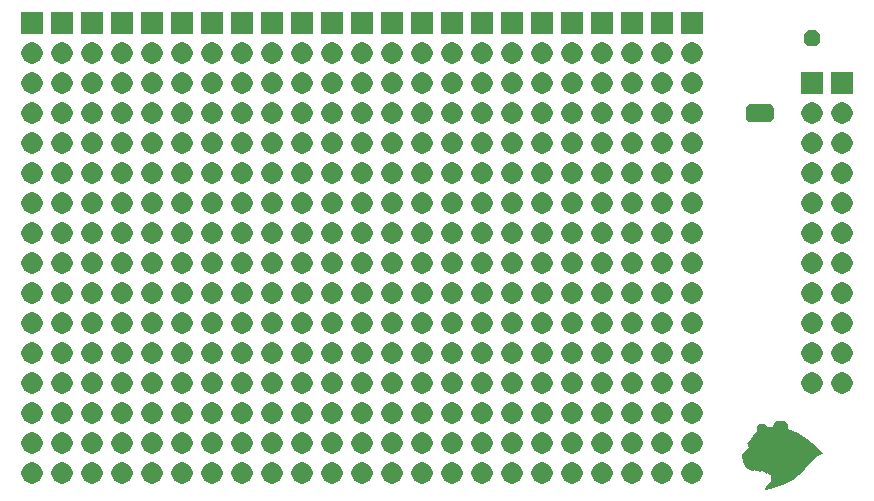
<source format=gbr>
G04 #@! TF.GenerationSoftware,KiCad,Pcbnew,(5.1.5)-3*
G04 #@! TF.CreationDate,2020-01-02T02:10:15+03:00*
G04 #@! TF.ProjectId,Sharp 11Pin Breadboard,53686172-7020-4313-9150-696e20427265,rev?*
G04 #@! TF.SameCoordinates,Original*
G04 #@! TF.FileFunction,Soldermask,Top*
G04 #@! TF.FilePolarity,Negative*
%FSLAX46Y46*%
G04 Gerber Fmt 4.6, Leading zero omitted, Abs format (unit mm)*
G04 Created by KiCad (PCBNEW (5.1.5)-3) date 2020-01-02 02:10:15*
%MOMM*%
%LPD*%
G04 APERTURE LIST*
%ADD10C,0.010000*%
%ADD11C,0.100000*%
G04 APERTURE END LIST*
D10*
G36*
X162411149Y-84454349D02*
G01*
X162451028Y-84454641D01*
X162480919Y-84455221D01*
X162502181Y-84456166D01*
X162516169Y-84457553D01*
X162524242Y-84459459D01*
X162527756Y-84461961D01*
X162528242Y-84463797D01*
X162533763Y-84471459D01*
X162544121Y-84473324D01*
X162556058Y-84475498D01*
X162560000Y-84479675D01*
X162565435Y-84484450D01*
X162575879Y-84486027D01*
X162588650Y-84489340D01*
X162591758Y-84495554D01*
X162594685Y-84501087D01*
X162605060Y-84504057D01*
X162625276Y-84505063D01*
X162629867Y-84505082D01*
X162650167Y-84506046D01*
X162663929Y-84508565D01*
X162667977Y-84511433D01*
X162673121Y-84517068D01*
X162677504Y-84517785D01*
X162685953Y-84521454D01*
X162687032Y-84524590D01*
X162692451Y-84536545D01*
X162705250Y-84546212D01*
X162718336Y-84549543D01*
X162728898Y-84552302D01*
X162731493Y-84556348D01*
X162736939Y-84568355D01*
X162749868Y-84577984D01*
X162763251Y-84581301D01*
X162776784Y-84584913D01*
X162789182Y-84593257D01*
X162794989Y-84602593D01*
X162795009Y-84603078D01*
X162799504Y-84610821D01*
X162809749Y-84621137D01*
X162820885Y-84629615D01*
X162826990Y-84632114D01*
X162839663Y-84636254D01*
X162853372Y-84645993D01*
X162863156Y-84657307D01*
X162865078Y-84663014D01*
X162868705Y-84675630D01*
X162876716Y-84688218D01*
X162885436Y-84695338D01*
X162887107Y-84695629D01*
X162895489Y-84700789D01*
X162903974Y-84712641D01*
X162908895Y-84725749D01*
X162909135Y-84728296D01*
X162914374Y-84739447D01*
X162918865Y-84742387D01*
X162926115Y-84750847D01*
X162928392Y-84762122D01*
X162930542Y-84774153D01*
X162934744Y-84778200D01*
X162936719Y-84784482D01*
X162938345Y-84803056D01*
X162939606Y-84833518D01*
X162940492Y-84875460D01*
X162940987Y-84928477D01*
X162941095Y-84973688D01*
X162941127Y-85028721D01*
X162941280Y-85072448D01*
X162941640Y-85106267D01*
X162942294Y-85131575D01*
X162943328Y-85149769D01*
X162944830Y-85162247D01*
X162946885Y-85170405D01*
X162949580Y-85175642D01*
X162953001Y-85179354D01*
X162953871Y-85180114D01*
X162969749Y-85188266D01*
X162985629Y-85191053D01*
X163000703Y-85193903D01*
X163004611Y-85200581D01*
X163010132Y-85208243D01*
X163020490Y-85210108D01*
X163032427Y-85212282D01*
X163036369Y-85216460D01*
X163042081Y-85220083D01*
X163056687Y-85222383D01*
X163068127Y-85222811D01*
X163086243Y-85223954D01*
X163097742Y-85226875D01*
X163099885Y-85229163D01*
X163105565Y-85232934D01*
X163119954Y-85235210D01*
X163128770Y-85235514D01*
X163150292Y-85237446D01*
X163165132Y-85244605D01*
X163172372Y-85251393D01*
X163185655Y-85262103D01*
X163202415Y-85266661D01*
X163216530Y-85267272D01*
X163235679Y-85268450D01*
X163244588Y-85272476D01*
X163245971Y-85276800D01*
X163250792Y-85283846D01*
X163266177Y-85286310D01*
X163268202Y-85286327D01*
X163282896Y-85287922D01*
X163290240Y-85291845D01*
X163290432Y-85292679D01*
X163295577Y-85298314D01*
X163299960Y-85299030D01*
X163308381Y-85304115D01*
X163309487Y-85308558D01*
X163312414Y-85314090D01*
X163322789Y-85317060D01*
X163343005Y-85318066D01*
X163347597Y-85318085D01*
X163367896Y-85319049D01*
X163381658Y-85321568D01*
X163385706Y-85324437D01*
X163391120Y-85329287D01*
X163400906Y-85330788D01*
X163414078Y-85334336D01*
X163419761Y-85340316D01*
X163428377Y-85348161D01*
X163436320Y-85349843D01*
X163446749Y-85352466D01*
X163449222Y-85356195D01*
X163454857Y-85360172D01*
X163468933Y-85362384D01*
X163474629Y-85362546D01*
X163492294Y-85364119D01*
X163499574Y-85369335D01*
X163500035Y-85372074D01*
X163505567Y-85379730D01*
X163516113Y-85381601D01*
X163529640Y-85384965D01*
X163535848Y-85391128D01*
X163544933Y-85398323D01*
X163561055Y-85400656D01*
X163575476Y-85402298D01*
X163582479Y-85406319D01*
X163582606Y-85407007D01*
X163588041Y-85411782D01*
X163598484Y-85413359D01*
X163610416Y-85415819D01*
X163614363Y-85420553D01*
X163619968Y-85432735D01*
X163633890Y-85443352D01*
X163651787Y-85449753D01*
X163663249Y-85450419D01*
X163679955Y-85451402D01*
X163691547Y-85456249D01*
X163691707Y-85456404D01*
X163704507Y-85463161D01*
X163711361Y-85464172D01*
X163725555Y-85468603D01*
X163737322Y-85478917D01*
X163741395Y-85489124D01*
X163747006Y-85493493D01*
X163760923Y-85495815D01*
X163765294Y-85495930D01*
X163785153Y-85498766D01*
X163798811Y-85508912D01*
X163801117Y-85511809D01*
X163816241Y-85524500D01*
X163834383Y-85527687D01*
X163848719Y-85529344D01*
X163855615Y-85533398D01*
X163855724Y-85534039D01*
X163861159Y-85538814D01*
X163871603Y-85540391D01*
X163883537Y-85542719D01*
X163887482Y-85547196D01*
X163892857Y-85559068D01*
X163905454Y-85568792D01*
X163918106Y-85572149D01*
X163930137Y-85576419D01*
X163934240Y-85581676D01*
X163942856Y-85589522D01*
X163950798Y-85591203D01*
X163961227Y-85593826D01*
X163963701Y-85597555D01*
X163968845Y-85603190D01*
X163973228Y-85603907D01*
X163981649Y-85608991D01*
X163982756Y-85613434D01*
X163988277Y-85621097D01*
X163998635Y-85622961D01*
X164010571Y-85625136D01*
X164014514Y-85629313D01*
X164019949Y-85634088D01*
X164030392Y-85635664D01*
X164043164Y-85638977D01*
X164046271Y-85645192D01*
X164051793Y-85652854D01*
X164062150Y-85654719D01*
X164074087Y-85656893D01*
X164078029Y-85661071D01*
X164083465Y-85665845D01*
X164093908Y-85667422D01*
X164105844Y-85669669D01*
X164109787Y-85673988D01*
X164114364Y-85683100D01*
X164125471Y-85695707D01*
X164139176Y-85708101D01*
X164151547Y-85716575D01*
X164156716Y-85718235D01*
X164166628Y-85722265D01*
X164180057Y-85732159D01*
X164182230Y-85734114D01*
X164195711Y-85744654D01*
X164206517Y-85749872D01*
X164207674Y-85749993D01*
X164217050Y-85754660D01*
X164227910Y-85765872D01*
X164239805Y-85777173D01*
X164251229Y-85781751D01*
X164262788Y-85786398D01*
X164266280Y-85791278D01*
X164274277Y-85799720D01*
X164278784Y-85800806D01*
X164286791Y-85804463D01*
X164287632Y-85807157D01*
X164293067Y-85811932D01*
X164303511Y-85813509D01*
X164316282Y-85816822D01*
X164319390Y-85823036D01*
X164324911Y-85830699D01*
X164335269Y-85832564D01*
X164347205Y-85834738D01*
X164351148Y-85838915D01*
X164356040Y-85845010D01*
X164357953Y-85845267D01*
X164368728Y-85850078D01*
X164378961Y-85860638D01*
X164382906Y-85870220D01*
X164388338Y-85875334D01*
X164398785Y-85877025D01*
X164410719Y-85879353D01*
X164414664Y-85883830D01*
X164419868Y-85895376D01*
X164431756Y-85905294D01*
X164443107Y-85908783D01*
X164453407Y-85912966D01*
X164468080Y-85923610D01*
X164476293Y-85931013D01*
X164491384Y-85943933D01*
X164504192Y-85951952D01*
X164508719Y-85953244D01*
X164518150Y-85957576D01*
X164532205Y-85968711D01*
X164542424Y-85978650D01*
X164557116Y-85992745D01*
X164569195Y-86001971D01*
X164574182Y-86004057D01*
X164582481Y-86008354D01*
X164595753Y-86019409D01*
X164605940Y-86029463D01*
X164621266Y-86043641D01*
X164634763Y-86052863D01*
X164640840Y-86054869D01*
X164649761Y-86059308D01*
X164664397Y-86071161D01*
X164682153Y-86088234D01*
X164689661Y-86096155D01*
X164707598Y-86114662D01*
X164723020Y-86128878D01*
X164733497Y-86136632D01*
X164735832Y-86137440D01*
X164744666Y-86141751D01*
X164757883Y-86152686D01*
X164764882Y-86159670D01*
X164779937Y-86172933D01*
X164793912Y-86180918D01*
X164798744Y-86181963D01*
X164810088Y-86186540D01*
X164824968Y-86198176D01*
X164833868Y-86207307D01*
X164848483Y-86221685D01*
X164861610Y-86230873D01*
X164867214Y-86232651D01*
X164876642Y-86235702D01*
X164878329Y-86239065D01*
X164883474Y-86244700D01*
X164887857Y-86245417D01*
X164896306Y-86249086D01*
X164897384Y-86252222D01*
X164902195Y-86262997D01*
X164912755Y-86273230D01*
X164922337Y-86277175D01*
X164928863Y-86282055D01*
X164929142Y-86283980D01*
X164933953Y-86294755D01*
X164944513Y-86304988D01*
X164954095Y-86308933D01*
X164960625Y-86313499D01*
X164960900Y-86315284D01*
X164966027Y-86320960D01*
X164970182Y-86321636D01*
X164979512Y-86325885D01*
X164993718Y-86336828D01*
X165004618Y-86347042D01*
X165019572Y-86361001D01*
X165031632Y-86370229D01*
X165036621Y-86372449D01*
X165040403Y-86373022D01*
X165045322Y-86375610D01*
X165052874Y-86381514D01*
X165064555Y-86392034D01*
X165081860Y-86408470D01*
X165106284Y-86432125D01*
X165115126Y-86440728D01*
X165135814Y-86459940D01*
X165154084Y-86475223D01*
X165167543Y-86484665D01*
X165172817Y-86486777D01*
X165181329Y-86492128D01*
X165183206Y-86502656D01*
X165186029Y-86514953D01*
X165196438Y-86518710D01*
X165197497Y-86518737D01*
X165213097Y-86522342D01*
X165226868Y-86530634D01*
X165233859Y-86540466D01*
X165234018Y-86541981D01*
X165239032Y-86549150D01*
X165249897Y-86556645D01*
X165261501Y-86565553D01*
X165265776Y-86573597D01*
X165269579Y-86581336D01*
X165272128Y-86582051D01*
X165278223Y-86586944D01*
X165278479Y-86588856D01*
X165283291Y-86599631D01*
X165293850Y-86609864D01*
X165303432Y-86613809D01*
X165309958Y-86618689D01*
X165310237Y-86620614D01*
X165315684Y-86632621D01*
X165328613Y-86642250D01*
X165341995Y-86645567D01*
X165355796Y-86649272D01*
X165368185Y-86657862D01*
X165373748Y-86667546D01*
X165373753Y-86667798D01*
X165378427Y-86676319D01*
X165388557Y-86685457D01*
X165398307Y-86690014D01*
X165398706Y-86690028D01*
X165405232Y-86694908D01*
X165405511Y-86696833D01*
X165410322Y-86707608D01*
X165420882Y-86717841D01*
X165430464Y-86721786D01*
X165436499Y-86726923D01*
X165437269Y-86731313D01*
X165442561Y-86739073D01*
X165449940Y-86740841D01*
X165460591Y-86745089D01*
X165476528Y-86756250D01*
X165494373Y-86771944D01*
X165495045Y-86772599D01*
X165511774Y-86788248D01*
X165525320Y-86799590D01*
X165532931Y-86804331D01*
X165533186Y-86804357D01*
X165538254Y-86809511D01*
X165538895Y-86813884D01*
X165541753Y-86822344D01*
X165544173Y-86823411D01*
X165550678Y-86828403D01*
X165557949Y-86839290D01*
X165566858Y-86850894D01*
X165574902Y-86855169D01*
X165582637Y-86859237D01*
X165583356Y-86861975D01*
X165588167Y-86872749D01*
X165598727Y-86882983D01*
X165608308Y-86886927D01*
X165614835Y-86891807D01*
X165615114Y-86893733D01*
X165619925Y-86904507D01*
X165630485Y-86914741D01*
X165640066Y-86918685D01*
X165646592Y-86923565D01*
X165646872Y-86925490D01*
X165651683Y-86936265D01*
X165662243Y-86946499D01*
X165671824Y-86950443D01*
X165678354Y-86955010D01*
X165678630Y-86956795D01*
X165683522Y-86962889D01*
X165685435Y-86963146D01*
X165696210Y-86967957D01*
X165706443Y-86978517D01*
X165710387Y-86988099D01*
X165715440Y-86994326D01*
X165718842Y-86994904D01*
X165727732Y-86999972D01*
X165735794Y-87010783D01*
X165744335Y-87022364D01*
X165751673Y-87026662D01*
X165759754Y-87031705D01*
X165767552Y-87042541D01*
X165776460Y-87054145D01*
X165784504Y-87058420D01*
X165792251Y-87061653D01*
X165792958Y-87063801D01*
X165797067Y-87070542D01*
X165808036Y-87083927D01*
X165823833Y-87101531D01*
X165831068Y-87109233D01*
X165848229Y-87127848D01*
X165861378Y-87143216D01*
X165868483Y-87152914D01*
X165869177Y-87154664D01*
X165874336Y-87159443D01*
X165878705Y-87160046D01*
X165887125Y-87165130D01*
X165888232Y-87169573D01*
X165891662Y-87178025D01*
X165894584Y-87179100D01*
X165900219Y-87184245D01*
X165900935Y-87188628D01*
X165897219Y-87194888D01*
X165884566Y-87197754D01*
X165872154Y-87198155D01*
X165850777Y-87200116D01*
X165840452Y-87206206D01*
X165839716Y-87207682D01*
X165831344Y-87216130D01*
X165826541Y-87217210D01*
X165815841Y-87221068D01*
X165801224Y-87230637D01*
X165797525Y-87233616D01*
X165776901Y-87245980D01*
X165762761Y-87247105D01*
X165749031Y-87247995D01*
X165744141Y-87252929D01*
X165735760Y-87260253D01*
X165728563Y-87261671D01*
X165716642Y-87266025D01*
X165712684Y-87271198D01*
X165704046Y-87279134D01*
X165696551Y-87280726D01*
X165681804Y-87285054D01*
X165674488Y-87290311D01*
X165664790Y-87296745D01*
X165659902Y-87296807D01*
X165653249Y-87299293D01*
X165643047Y-87309337D01*
X165640410Y-87312628D01*
X165625150Y-87326807D01*
X165610988Y-87331538D01*
X165599514Y-87333838D01*
X165596059Y-87337890D01*
X165590711Y-87342962D01*
X165582682Y-87344242D01*
X165569449Y-87348977D01*
X165556815Y-87360121D01*
X165545293Y-87371297D01*
X165535023Y-87375999D01*
X165534955Y-87376000D01*
X165524497Y-87380349D01*
X165511777Y-87390917D01*
X165510869Y-87391879D01*
X165496849Y-87402891D01*
X165483118Y-87407746D01*
X165482590Y-87407757D01*
X165471826Y-87411083D01*
X165469027Y-87416212D01*
X165463959Y-87425102D01*
X165453148Y-87433164D01*
X165441544Y-87442072D01*
X165437269Y-87450116D01*
X165431958Y-87456921D01*
X165424266Y-87458570D01*
X165413126Y-87462836D01*
X165397156Y-87473939D01*
X165382271Y-87487152D01*
X165366449Y-87501942D01*
X165353836Y-87512269D01*
X165347637Y-87515734D01*
X165342629Y-87520889D01*
X165341995Y-87525262D01*
X165336474Y-87532925D01*
X165326116Y-87534789D01*
X165314182Y-87537118D01*
X165310237Y-87541595D01*
X165306074Y-87551159D01*
X165297049Y-87561417D01*
X165288363Y-87566531D01*
X165288007Y-87566547D01*
X165279486Y-87571221D01*
X165270347Y-87581351D01*
X165265791Y-87591101D01*
X165265776Y-87591500D01*
X165260724Y-87597727D01*
X165257322Y-87598305D01*
X165248432Y-87603373D01*
X165240370Y-87614184D01*
X165227828Y-87627301D01*
X165217066Y-87630063D01*
X165205653Y-87632380D01*
X165202260Y-87636415D01*
X165198525Y-87644777D01*
X165190010Y-87654869D01*
X165180752Y-87662628D01*
X165174826Y-87664028D01*
X165169991Y-87666782D01*
X165162003Y-87677520D01*
X165160225Y-87680436D01*
X165150750Y-87693413D01*
X165142542Y-87699794D01*
X165141624Y-87699931D01*
X165133765Y-87704966D01*
X165126041Y-87715810D01*
X165117500Y-87727390D01*
X165110162Y-87731688D01*
X165102081Y-87736731D01*
X165094283Y-87747567D01*
X165085375Y-87759171D01*
X165077331Y-87763446D01*
X165069596Y-87767514D01*
X165068877Y-87770252D01*
X165064066Y-87781027D01*
X165053506Y-87791260D01*
X165043924Y-87795204D01*
X165037394Y-87799771D01*
X165037119Y-87801556D01*
X165032227Y-87807651D01*
X165030314Y-87807908D01*
X165019539Y-87812719D01*
X165009306Y-87823278D01*
X165005361Y-87832860D01*
X165000309Y-87839087D01*
X164996907Y-87839665D01*
X164988017Y-87844733D01*
X164979955Y-87855544D01*
X164972123Y-87867077D01*
X164966178Y-87871423D01*
X164961107Y-87876343D01*
X164960900Y-87878229D01*
X164956089Y-87889004D01*
X164945529Y-87899237D01*
X164935947Y-87903181D01*
X164929721Y-87908234D01*
X164929142Y-87911635D01*
X164924074Y-87920526D01*
X164913263Y-87928588D01*
X164901683Y-87937129D01*
X164897384Y-87944467D01*
X164892342Y-87952548D01*
X164881505Y-87960346D01*
X164869931Y-87968786D01*
X164865626Y-87975928D01*
X164860648Y-87983585D01*
X164848435Y-87993119D01*
X164846132Y-87994529D01*
X164834145Y-88002811D01*
X164829481Y-88008531D01*
X164829724Y-88009131D01*
X164828155Y-88015076D01*
X164820470Y-88024427D01*
X164810728Y-88032987D01*
X164803184Y-88036565D01*
X164796679Y-88041557D01*
X164789407Y-88052444D01*
X164781292Y-88063996D01*
X164774788Y-88068323D01*
X164766257Y-88072951D01*
X164755580Y-88083570D01*
X164747153Y-88095282D01*
X164744946Y-88101582D01*
X164740734Y-88109123D01*
X164730024Y-88121653D01*
X164722716Y-88129080D01*
X164709546Y-88144377D01*
X164701574Y-88158474D01*
X164700485Y-88163484D01*
X164697846Y-88173866D01*
X164694133Y-88176300D01*
X164688039Y-88181192D01*
X164687782Y-88183105D01*
X164682971Y-88193880D01*
X164672411Y-88204113D01*
X164662829Y-88208058D01*
X164656303Y-88212937D01*
X164656024Y-88214863D01*
X164651213Y-88225638D01*
X164640653Y-88235871D01*
X164631071Y-88239816D01*
X164625957Y-88245248D01*
X164624266Y-88255694D01*
X164621938Y-88267629D01*
X164617461Y-88271573D01*
X164607705Y-88275654D01*
X164601582Y-88280647D01*
X164594015Y-88291274D01*
X164592508Y-88296526D01*
X164587455Y-88302753D01*
X164584054Y-88303331D01*
X164575164Y-88308399D01*
X164567102Y-88319210D01*
X164558661Y-88330784D01*
X164551519Y-88335089D01*
X164543831Y-88340064D01*
X164534341Y-88352243D01*
X164533112Y-88354256D01*
X164524154Y-88365992D01*
X164516756Y-88370078D01*
X164515864Y-88369760D01*
X164510296Y-88369994D01*
X164509937Y-88371680D01*
X164505690Y-88380582D01*
X164495405Y-88393468D01*
X164482764Y-88406440D01*
X164471452Y-88415598D01*
X164466498Y-88417660D01*
X164460817Y-88423053D01*
X164459125Y-88432466D01*
X164453202Y-88447865D01*
X164443246Y-88455769D01*
X164431642Y-88464678D01*
X164427367Y-88472722D01*
X164423564Y-88480461D01*
X164421015Y-88481176D01*
X164414920Y-88486068D01*
X164414664Y-88487981D01*
X164410583Y-88497737D01*
X164405590Y-88503860D01*
X164394963Y-88511427D01*
X164389711Y-88512934D01*
X164383185Y-88517814D01*
X164382906Y-88519739D01*
X164378094Y-88530514D01*
X164367535Y-88540747D01*
X164357953Y-88544692D01*
X164352838Y-88550124D01*
X164351148Y-88560571D01*
X164348819Y-88572505D01*
X164344342Y-88576450D01*
X164333568Y-88581261D01*
X164323334Y-88591821D01*
X164319390Y-88601402D01*
X164314510Y-88607928D01*
X164312584Y-88608208D01*
X164301810Y-88613019D01*
X164291576Y-88623579D01*
X164287632Y-88633160D01*
X164282495Y-88639195D01*
X164278104Y-88639966D01*
X164269648Y-88643140D01*
X164268577Y-88645836D01*
X164264356Y-88652038D01*
X164252964Y-88665143D01*
X164236311Y-88683193D01*
X164216306Y-88704231D01*
X164194857Y-88726298D01*
X164173873Y-88747435D01*
X164155264Y-88765685D01*
X164140938Y-88779089D01*
X164132804Y-88785690D01*
X164131892Y-88786052D01*
X164123471Y-88790720D01*
X164114385Y-88800834D01*
X164109806Y-88810553D01*
X164109787Y-88811005D01*
X164104908Y-88817531D01*
X164102982Y-88817810D01*
X164092207Y-88822621D01*
X164081974Y-88833181D01*
X164078029Y-88842763D01*
X164073150Y-88849289D01*
X164071224Y-88849568D01*
X164060449Y-88854379D01*
X164050216Y-88864939D01*
X164046271Y-88874521D01*
X164041392Y-88881047D01*
X164039466Y-88881326D01*
X164028691Y-88886137D01*
X164018458Y-88896697D01*
X164014514Y-88906279D01*
X164009634Y-88912805D01*
X164007708Y-88913084D01*
X163996933Y-88917895D01*
X163986700Y-88928455D01*
X163982756Y-88938036D01*
X163977876Y-88944563D01*
X163975950Y-88944842D01*
X163966386Y-88949006D01*
X163956128Y-88958030D01*
X163951014Y-88966717D01*
X163950998Y-88967072D01*
X163945556Y-88976993D01*
X163932607Y-88985488D01*
X163917209Y-88989294D01*
X163916518Y-88989303D01*
X163904361Y-88991139D01*
X163900185Y-88994801D01*
X163895777Y-89002819D01*
X163884188Y-89016715D01*
X163867868Y-89034088D01*
X163849271Y-89052533D01*
X163830846Y-89069649D01*
X163815045Y-89083033D01*
X163804321Y-89090282D01*
X163802104Y-89090928D01*
X163788610Y-89095453D01*
X163777156Y-89105848D01*
X163773153Y-89115881D01*
X163768273Y-89122407D01*
X163766348Y-89122686D01*
X163755573Y-89127497D01*
X163745340Y-89138057D01*
X163741395Y-89147639D01*
X163736515Y-89154165D01*
X163734590Y-89154444D01*
X163723815Y-89159255D01*
X163713582Y-89169815D01*
X163709637Y-89179397D01*
X163704205Y-89184511D01*
X163693758Y-89186202D01*
X163681824Y-89188530D01*
X163677879Y-89193007D01*
X163673758Y-89202484D01*
X163664831Y-89212740D01*
X163656259Y-89217937D01*
X163655837Y-89217960D01*
X163648868Y-89221846D01*
X163638307Y-89230663D01*
X163624950Y-89239984D01*
X163614273Y-89243366D01*
X163603049Y-89247720D01*
X163589869Y-89258294D01*
X163588957Y-89259245D01*
X163576935Y-89270041D01*
X163567623Y-89275076D01*
X163567031Y-89275124D01*
X163558062Y-89279703D01*
X163547269Y-89290070D01*
X163539447Y-89301168D01*
X163538144Y-89305585D01*
X163533218Y-89311781D01*
X163521153Y-89320503D01*
X163519090Y-89321751D01*
X163506312Y-89330856D01*
X163500139Y-89338312D01*
X163500035Y-89338999D01*
X163494677Y-89343763D01*
X163486472Y-89344992D01*
X163472928Y-89349457D01*
X163458765Y-89360265D01*
X163458193Y-89360871D01*
X163445487Y-89371766D01*
X163434557Y-89376721D01*
X163433962Y-89376750D01*
X163423101Y-89381723D01*
X163418566Y-89387258D01*
X163409497Y-89394389D01*
X163403306Y-89394168D01*
X163393042Y-89395973D01*
X163381684Y-89404786D01*
X163373996Y-89416340D01*
X163373003Y-89421283D01*
X163367857Y-89426854D01*
X163363476Y-89427562D01*
X163355023Y-89430992D01*
X163353948Y-89433914D01*
X163348670Y-89439198D01*
X163342135Y-89440266D01*
X163330143Y-89445028D01*
X163318397Y-89456145D01*
X163305716Y-89467505D01*
X163292780Y-89472024D01*
X163280232Y-89475938D01*
X163275432Y-89481551D01*
X163266765Y-89489607D01*
X163259858Y-89491078D01*
X163246774Y-89495545D01*
X163236401Y-89503829D01*
X163222068Y-89515935D01*
X163203623Y-89527070D01*
X163186363Y-89534295D01*
X163179194Y-89535539D01*
X163170298Y-89540189D01*
X163159641Y-89551373D01*
X163159607Y-89551418D01*
X163146492Y-89563198D01*
X163128208Y-89567210D01*
X163123784Y-89567297D01*
X163108442Y-89568895D01*
X163100288Y-89572858D01*
X163099885Y-89574103D01*
X163094489Y-89586013D01*
X163081801Y-89595711D01*
X163068955Y-89599055D01*
X163056608Y-89601873D01*
X163052248Y-89605407D01*
X163043802Y-89609702D01*
X163028410Y-89611734D01*
X163026467Y-89611758D01*
X163010174Y-89613898D01*
X163004630Y-89620689D01*
X163004611Y-89621286D01*
X162999527Y-89629707D01*
X162995084Y-89630813D01*
X162986631Y-89634243D01*
X162985556Y-89637165D01*
X162980135Y-89641990D01*
X162970131Y-89643516D01*
X162954019Y-89647319D01*
X162945178Y-89653044D01*
X162932503Y-89660966D01*
X162924996Y-89662571D01*
X162913806Y-89667233D01*
X162901857Y-89678442D01*
X162901851Y-89678450D01*
X162888870Y-89689919D01*
X162871182Y-89694129D01*
X162864112Y-89694329D01*
X162842812Y-89697246D01*
X162826477Y-89707896D01*
X162822658Y-89711796D01*
X162809186Y-89722829D01*
X162796891Y-89727496D01*
X162795161Y-89727408D01*
X162783814Y-89730454D01*
X162780111Y-89735348D01*
X162772095Y-89742230D01*
X162753929Y-89745024D01*
X162747372Y-89745142D01*
X162725954Y-89747069D01*
X162715549Y-89753069D01*
X162714735Y-89754669D01*
X162706073Y-89762702D01*
X162699055Y-89764197D01*
X162689109Y-89766990D01*
X162687032Y-89770548D01*
X162681618Y-89775399D01*
X162671832Y-89776900D01*
X162658660Y-89780447D01*
X162652977Y-89786427D01*
X162643787Y-89793633D01*
X162626891Y-89795955D01*
X162612118Y-89797537D01*
X162604675Y-89801431D01*
X162604461Y-89802306D01*
X162599025Y-89807081D01*
X162588582Y-89808658D01*
X162576645Y-89810832D01*
X162572703Y-89815009D01*
X162566991Y-89818633D01*
X162552385Y-89820932D01*
X162540945Y-89821361D01*
X162520974Y-89822381D01*
X162511219Y-89825912D01*
X162509187Y-89830888D01*
X162503666Y-89838551D01*
X162493308Y-89840416D01*
X162481372Y-89842590D01*
X162477429Y-89846767D01*
X162472015Y-89851618D01*
X162462230Y-89853119D01*
X162449058Y-89856667D01*
X162443374Y-89862646D01*
X162437095Y-89868440D01*
X162422413Y-89871440D01*
X162401410Y-89872174D01*
X162381029Y-89873133D01*
X162367203Y-89875643D01*
X162363101Y-89878525D01*
X162357772Y-89883659D01*
X162350198Y-89884877D01*
X162337985Y-89889016D01*
X162333640Y-89894404D01*
X162324554Y-89901599D01*
X162308433Y-89903932D01*
X162294011Y-89905573D01*
X162287008Y-89909595D01*
X162286882Y-89910283D01*
X162281175Y-89913932D01*
X162266607Y-89916229D01*
X162255653Y-89916635D01*
X162237199Y-89917518D01*
X162224922Y-89919770D01*
X162222307Y-89921398D01*
X162212791Y-89930359D01*
X162194763Y-89938820D01*
X162172375Y-89945302D01*
X162149780Y-89948328D01*
X162146433Y-89948393D01*
X162124476Y-89949970D01*
X162113180Y-89955007D01*
X162111334Y-89957920D01*
X162102882Y-89965143D01*
X162091437Y-89967447D01*
X162076650Y-89969692D01*
X162058648Y-89975292D01*
X162041584Y-89982546D01*
X162029609Y-89989750D01*
X162026466Y-89994076D01*
X162020696Y-89996781D01*
X162005697Y-89998640D01*
X161988357Y-89999205D01*
X161968058Y-90000170D01*
X161954295Y-90002689D01*
X161950247Y-90005557D01*
X161944812Y-90010332D01*
X161934368Y-90011909D01*
X161921597Y-90015221D01*
X161918489Y-90021436D01*
X161914177Y-90028144D01*
X161899979Y-90030832D01*
X161893763Y-90030963D01*
X161874042Y-90033528D01*
X161865380Y-90040491D01*
X161858478Y-90046598D01*
X161842430Y-90049549D01*
X161826966Y-90050018D01*
X161807016Y-90051093D01*
X161792686Y-90053857D01*
X161788282Y-90056370D01*
X161779337Y-90061676D01*
X161771829Y-90062721D01*
X161759776Y-90066976D01*
X161755645Y-90072249D01*
X161748686Y-90078384D01*
X161732513Y-90081329D01*
X161717511Y-90081776D01*
X161690659Y-90084072D01*
X161670376Y-90090302D01*
X161667427Y-90092002D01*
X161653280Y-90098347D01*
X161642861Y-90098789D01*
X161633106Y-90101134D01*
X161621069Y-90112155D01*
X161619631Y-90113970D01*
X161611049Y-90123895D01*
X161601917Y-90129483D01*
X161588406Y-90131967D01*
X161566687Y-90132581D01*
X161561851Y-90132589D01*
X161539408Y-90133445D01*
X161523942Y-90135731D01*
X161518339Y-90138940D01*
X161512916Y-90143756D01*
X161502835Y-90145292D01*
X161489387Y-90147634D01*
X161483406Y-90151643D01*
X161474399Y-90157081D01*
X161467831Y-90157995D01*
X161456161Y-90162548D01*
X161452527Y-90167522D01*
X161446248Y-90173316D01*
X161431565Y-90176316D01*
X161410562Y-90177050D01*
X161390181Y-90178010D01*
X161376355Y-90180519D01*
X161372253Y-90183401D01*
X161366839Y-90188252D01*
X161357054Y-90189753D01*
X161343881Y-90193301D01*
X161338198Y-90199280D01*
X161329655Y-90206108D01*
X161310242Y-90208752D01*
X161305761Y-90208808D01*
X161288646Y-90210061D01*
X161278338Y-90213234D01*
X161276979Y-90215159D01*
X161271396Y-90219358D01*
X161257666Y-90221456D01*
X161254749Y-90221511D01*
X161238306Y-90223577D01*
X161232558Y-90230171D01*
X161232518Y-90231038D01*
X161227434Y-90239459D01*
X161222991Y-90240566D01*
X161214538Y-90243995D01*
X161213463Y-90246917D01*
X161207845Y-90250968D01*
X161193882Y-90253148D01*
X161189164Y-90253269D01*
X161167006Y-90249666D01*
X161149758Y-90237187D01*
X161149507Y-90236921D01*
X161139853Y-90225676D01*
X161138627Y-90219448D01*
X161145109Y-90214439D01*
X161145224Y-90214375D01*
X161154492Y-90204104D01*
X161156299Y-90196987D01*
X161160420Y-90184332D01*
X161169002Y-90172161D01*
X161178388Y-90155689D01*
X161181705Y-90139007D01*
X161184663Y-90123221D01*
X161191233Y-90115831D01*
X161199517Y-90107111D01*
X161200760Y-90101258D01*
X161205128Y-90089655D01*
X161215732Y-90076295D01*
X161216639Y-90075424D01*
X161227568Y-90061954D01*
X161232495Y-90049553D01*
X161232518Y-90048911D01*
X161235606Y-90039210D01*
X161239323Y-90037315D01*
X161251195Y-90031939D01*
X161260920Y-90019343D01*
X161264276Y-90006690D01*
X161268547Y-89994659D01*
X161273803Y-89990557D01*
X161281576Y-89981960D01*
X161283331Y-89973640D01*
X161287888Y-89962177D01*
X161300070Y-89945778D01*
X161315089Y-89929930D01*
X161330983Y-89913769D01*
X161342374Y-89900427D01*
X161346844Y-89892741D01*
X161346847Y-89892658D01*
X161351023Y-89885281D01*
X161362161Y-89871500D01*
X161378173Y-89853830D01*
X161384956Y-89846767D01*
X161402228Y-89828419D01*
X161415417Y-89813187D01*
X161422443Y-89803521D01*
X161423066Y-89801827D01*
X161428136Y-89796448D01*
X161431520Y-89795955D01*
X161440410Y-89790887D01*
X161448472Y-89780076D01*
X161457380Y-89768472D01*
X161465424Y-89764197D01*
X161473164Y-89760394D01*
X161473878Y-89757845D01*
X161479314Y-89753070D01*
X161489757Y-89751493D01*
X161502528Y-89748181D01*
X161505636Y-89741966D01*
X161509306Y-89733517D01*
X161512442Y-89732439D01*
X161523216Y-89727628D01*
X161533450Y-89717068D01*
X161537394Y-89707486D01*
X161542447Y-89701259D01*
X161545848Y-89700681D01*
X161554739Y-89695613D01*
X161562801Y-89684802D01*
X161572955Y-89673123D01*
X161583343Y-89668923D01*
X161593423Y-89664637D01*
X161609015Y-89653313D01*
X161627020Y-89637249D01*
X161629906Y-89634403D01*
X161664426Y-89599884D01*
X161664426Y-89339429D01*
X161664271Y-89268757D01*
X161663813Y-89208355D01*
X161663062Y-89158657D01*
X161662030Y-89120096D01*
X161660725Y-89093105D01*
X161659159Y-89078117D01*
X161658074Y-89075049D01*
X161653158Y-89066294D01*
X161651723Y-89055620D01*
X161653945Y-89043864D01*
X161658074Y-89040116D01*
X161662301Y-89034539D01*
X161664381Y-89020855D01*
X161664426Y-89018260D01*
X161662743Y-89002439D01*
X161658635Y-88992910D01*
X161658074Y-88992479D01*
X161652768Y-88983534D01*
X161651723Y-88976026D01*
X161647468Y-88963973D01*
X161642195Y-88959842D01*
X161634079Y-88951160D01*
X161632668Y-88944537D01*
X161629589Y-88932662D01*
X161626316Y-88928963D01*
X161620655Y-88919853D01*
X161619965Y-88914801D01*
X161615180Y-88904133D01*
X161602784Y-88889033D01*
X161585716Y-88872144D01*
X161566915Y-88856112D01*
X161549318Y-88843580D01*
X161535865Y-88837193D01*
X161533356Y-88836865D01*
X161524629Y-88837942D01*
X161520153Y-88843271D01*
X161518529Y-88855997D01*
X161518339Y-88870585D01*
X161520233Y-88894439D01*
X161525245Y-88912464D01*
X161527665Y-88916634D01*
X161535111Y-88931418D01*
X161536897Y-88945814D01*
X161533002Y-88955617D01*
X161527867Y-88957545D01*
X161520204Y-88963066D01*
X161518339Y-88973424D01*
X161516531Y-88985366D01*
X161513061Y-88989303D01*
X161506556Y-88984311D01*
X161499285Y-88973424D01*
X161491301Y-88961881D01*
X161485055Y-88957545D01*
X161474037Y-88952187D01*
X161464735Y-88939652D01*
X161461175Y-88926241D01*
X161457309Y-88915540D01*
X161451648Y-88913084D01*
X161443199Y-88909414D01*
X161442120Y-88906279D01*
X161437309Y-88895504D01*
X161426749Y-88885270D01*
X161417168Y-88881326D01*
X161410642Y-88876446D01*
X161410362Y-88874521D01*
X161405551Y-88863746D01*
X161394992Y-88853513D01*
X161385410Y-88849568D01*
X161378884Y-88844688D01*
X161378605Y-88842763D01*
X161373793Y-88831988D01*
X161363234Y-88821755D01*
X161353652Y-88817810D01*
X161347126Y-88812930D01*
X161346847Y-88811005D01*
X161342035Y-88800230D01*
X161331476Y-88789997D01*
X161321894Y-88786052D01*
X161315445Y-88781120D01*
X161315089Y-88778813D01*
X161309511Y-88767570D01*
X161295491Y-88759383D01*
X161277097Y-88755109D01*
X161258396Y-88755601D01*
X161243457Y-88761716D01*
X161241592Y-88763368D01*
X161234805Y-88775954D01*
X161232711Y-88791739D01*
X161235667Y-88804795D01*
X161238870Y-88808283D01*
X161242930Y-88816611D01*
X161245105Y-88832407D01*
X161245221Y-88837240D01*
X161244449Y-88853370D01*
X161240237Y-88860479D01*
X161229739Y-88862238D01*
X161225808Y-88862271D01*
X161212181Y-88859788D01*
X161197746Y-88851063D01*
X161179497Y-88834179D01*
X161175946Y-88830513D01*
X161159187Y-88814529D01*
X161144492Y-88803122D01*
X161135034Y-88798755D01*
X161135019Y-88798755D01*
X161125973Y-88795599D01*
X161124541Y-88792404D01*
X161119396Y-88786769D01*
X161115014Y-88786052D01*
X161106593Y-88780968D01*
X161105486Y-88776525D01*
X161099965Y-88768862D01*
X161089607Y-88766997D01*
X161077671Y-88764823D01*
X161073728Y-88760646D01*
X161068293Y-88755871D01*
X161057849Y-88754294D01*
X161045915Y-88751966D01*
X161041970Y-88747489D01*
X161036539Y-88735511D01*
X161023682Y-88725861D01*
X161010467Y-88722536D01*
X160998060Y-88718529D01*
X160993455Y-88713009D01*
X160985017Y-88705946D01*
X160972351Y-88703481D01*
X160955311Y-88699034D01*
X160938265Y-88688056D01*
X160937769Y-88687602D01*
X160922974Y-88676936D01*
X160909398Y-88671805D01*
X160908036Y-88671723D01*
X160893469Y-88668311D01*
X160879770Y-88661458D01*
X160863983Y-88655012D01*
X160851023Y-88654614D01*
X160838561Y-88653772D01*
X160834476Y-88649000D01*
X160825523Y-88642401D01*
X160806731Y-88639966D01*
X160806282Y-88639966D01*
X160790625Y-88638521D01*
X160782086Y-88634922D01*
X160781555Y-88633614D01*
X160775584Y-88630521D01*
X160759162Y-88628330D01*
X160734525Y-88627306D01*
X160727567Y-88627262D01*
X160673578Y-88627262D01*
X160673578Y-88649493D01*
X160675174Y-88664187D01*
X160679096Y-88671531D01*
X160679930Y-88671723D01*
X160684704Y-88677159D01*
X160686281Y-88687602D01*
X160685076Y-88697449D01*
X160679177Y-88702082D01*
X160665162Y-88703429D01*
X160658074Y-88703481D01*
X160640123Y-88702166D01*
X160628068Y-88698853D01*
X160625941Y-88697130D01*
X160616996Y-88691823D01*
X160609488Y-88690778D01*
X160597436Y-88686524D01*
X160593305Y-88681251D01*
X160588798Y-88676561D01*
X160578168Y-88673634D01*
X160559207Y-88672134D01*
X160530766Y-88671723D01*
X160500251Y-88671155D01*
X160480189Y-88669240D01*
X160468370Y-88665664D01*
X160463976Y-88662196D01*
X160452287Y-88655673D01*
X160434001Y-88652703D01*
X160431815Y-88652669D01*
X160415165Y-88651147D01*
X160404635Y-88647381D01*
X160403636Y-88646317D01*
X160394622Y-88640865D01*
X160388160Y-88639966D01*
X160374471Y-88635368D01*
X160368702Y-88630438D01*
X160355387Y-88623588D01*
X160330606Y-88620940D01*
X160327014Y-88620911D01*
X160307351Y-88619806D01*
X160293344Y-88616972D01*
X160289307Y-88614559D01*
X160280552Y-88609643D01*
X160269878Y-88608208D01*
X160257388Y-88604827D01*
X160254373Y-88598680D01*
X160248852Y-88591018D01*
X160238494Y-88589153D01*
X160226558Y-88586979D01*
X160222616Y-88582801D01*
X160216939Y-88579009D01*
X160202582Y-88576738D01*
X160194106Y-88576450D01*
X160166960Y-88579853D01*
X160149697Y-88590685D01*
X160141280Y-88609875D01*
X160140045Y-88625123D01*
X160138609Y-88642660D01*
X160135015Y-88654264D01*
X160133456Y-88655991D01*
X160125360Y-88654438D01*
X160112658Y-88645758D01*
X160106844Y-88640487D01*
X160094237Y-88629487D01*
X160082042Y-88623597D01*
X160065521Y-88621263D01*
X160047116Y-88620911D01*
X160025764Y-88619966D01*
X160009873Y-88617507D01*
X160003486Y-88614559D01*
X159994731Y-88609643D01*
X159984056Y-88608208D01*
X159972300Y-88605986D01*
X159968552Y-88601856D01*
X159962965Y-88597673D01*
X159949211Y-88595565D01*
X159946122Y-88595504D01*
X159928110Y-88592776D01*
X159920036Y-88585977D01*
X159913072Y-88579839D01*
X159896888Y-88576895D01*
X159881927Y-88576450D01*
X159859242Y-88575175D01*
X159846997Y-88571012D01*
X159843817Y-88566922D01*
X159835316Y-88559519D01*
X159824962Y-88557395D01*
X159813354Y-88555132D01*
X159809762Y-88551043D01*
X159804191Y-88546793D01*
X159790546Y-88544729D01*
X159788211Y-88544692D01*
X159770863Y-88541896D01*
X159763004Y-88535164D01*
X159754432Y-88528065D01*
X159741201Y-88525637D01*
X159721264Y-88519979D01*
X159708137Y-88509758D01*
X159687800Y-88496280D01*
X159672471Y-88493879D01*
X159657045Y-88492109D01*
X159648000Y-88487821D01*
X159647797Y-88487527D01*
X159638629Y-88481735D01*
X159634416Y-88481176D01*
X159623895Y-88476824D01*
X159611145Y-88466251D01*
X159610244Y-88465297D01*
X159596224Y-88454285D01*
X159582493Y-88449429D01*
X159581965Y-88449418D01*
X159571446Y-88446086D01*
X159568404Y-88434096D01*
X159568402Y-88433539D01*
X159565779Y-88421452D01*
X159555449Y-88417727D01*
X159552523Y-88417660D01*
X159539752Y-88414347D01*
X159536644Y-88408133D01*
X159533214Y-88399680D01*
X159530292Y-88398605D01*
X159525038Y-88393316D01*
X159523941Y-88386582D01*
X159519520Y-88374747D01*
X159514413Y-88370902D01*
X159506744Y-88362331D01*
X159504886Y-88353469D01*
X159500050Y-88340527D01*
X159487574Y-88325211D01*
X159482656Y-88320704D01*
X159469229Y-88307067D01*
X159461319Y-88294845D01*
X159460425Y-88291109D01*
X159456125Y-88281025D01*
X159445064Y-88266373D01*
X159435019Y-88255694D01*
X159420899Y-88239969D01*
X159411674Y-88225977D01*
X159409612Y-88219472D01*
X159406480Y-88209875D01*
X159402807Y-88208058D01*
X159390801Y-88202611D01*
X159381171Y-88189682D01*
X159377854Y-88176300D01*
X159373575Y-88161019D01*
X159363416Y-88148763D01*
X159352902Y-88144542D01*
X159348641Y-88138908D01*
X159346270Y-88124834D01*
X159346096Y-88119135D01*
X159344688Y-88103226D01*
X159341169Y-88094377D01*
X159339745Y-88093729D01*
X159335738Y-88088101D01*
X159333538Y-88074070D01*
X159333393Y-88068776D01*
X159331064Y-88050146D01*
X159325317Y-88036039D01*
X159323866Y-88034296D01*
X159315958Y-88021868D01*
X159314338Y-88014588D01*
X159309193Y-88003581D01*
X159304811Y-88000752D01*
X159298914Y-87994274D01*
X159295926Y-87979148D01*
X159295284Y-87960041D01*
X159294274Y-87939430D01*
X159291660Y-87924361D01*
X159288932Y-87919060D01*
X159284375Y-87910484D01*
X159282581Y-87896256D01*
X159279570Y-87880973D01*
X159273053Y-87873720D01*
X159265834Y-87864295D01*
X159263526Y-87845338D01*
X159262081Y-87829681D01*
X159258483Y-87821142D01*
X159257174Y-87820611D01*
X159253777Y-87814837D01*
X159251479Y-87799803D01*
X159250823Y-87783181D01*
X159249762Y-87759731D01*
X159246239Y-87746623D01*
X159241295Y-87742095D01*
X159233449Y-87733479D01*
X159231768Y-87725536D01*
X159229145Y-87715107D01*
X159225416Y-87712634D01*
X159221158Y-87707064D01*
X159219100Y-87693432D01*
X159219065Y-87691181D01*
X159216396Y-87674113D01*
X159209933Y-87662168D01*
X159209537Y-87661821D01*
X159202834Y-87649392D01*
X159200035Y-87628506D01*
X159200010Y-87626110D01*
X159198616Y-87609098D01*
X159195064Y-87599324D01*
X159193205Y-87598305D01*
X159180175Y-87592483D01*
X159171617Y-87576016D01*
X159168272Y-87550403D01*
X159168252Y-87547946D01*
X159167125Y-87529682D01*
X159164238Y-87518008D01*
X159161900Y-87515734D01*
X159158431Y-87509990D01*
X159156124Y-87495164D01*
X159155549Y-87480601D01*
X159154329Y-87457745D01*
X159150329Y-87445299D01*
X159146021Y-87441812D01*
X159139106Y-87434731D01*
X159136547Y-87424121D01*
X159139002Y-87415715D01*
X159142846Y-87414109D01*
X159147029Y-87408522D01*
X159149137Y-87394768D01*
X159149197Y-87391679D01*
X159151926Y-87373667D01*
X159158725Y-87365593D01*
X159166128Y-87357093D01*
X159168252Y-87346738D01*
X159170675Y-87335133D01*
X159175057Y-87331538D01*
X159186957Y-87326148D01*
X159196663Y-87313486D01*
X159200010Y-87300695D01*
X159204727Y-87287976D01*
X159215889Y-87275509D01*
X159227174Y-87262642D01*
X159231768Y-87249642D01*
X159233888Y-87238954D01*
X159237063Y-87236265D01*
X159245974Y-87231814D01*
X159259442Y-87220670D01*
X159274195Y-87206147D01*
X159286964Y-87191560D01*
X159294480Y-87180220D01*
X159295284Y-87177263D01*
X159299753Y-87168031D01*
X159311758Y-87152614D01*
X159329189Y-87133098D01*
X159349941Y-87111570D01*
X159371906Y-87090116D01*
X159392978Y-87070821D01*
X159411049Y-87055773D01*
X159424011Y-87047056D01*
X159428148Y-87045717D01*
X159438899Y-87041866D01*
X159441370Y-87036190D01*
X159445040Y-87027741D01*
X159448175Y-87026662D01*
X159458950Y-87021851D01*
X159469184Y-87011291D01*
X159473128Y-87001710D01*
X159478008Y-86995183D01*
X159479933Y-86994904D01*
X159490708Y-86990093D01*
X159500942Y-86979533D01*
X159504886Y-86969952D01*
X159510023Y-86963917D01*
X159514413Y-86963146D01*
X159522866Y-86959717D01*
X159523941Y-86956795D01*
X159529376Y-86952020D01*
X159539820Y-86950443D01*
X159551767Y-86948810D01*
X159555707Y-86945679D01*
X159560495Y-86935220D01*
X159571940Y-86922437D01*
X159585701Y-86911367D01*
X159597436Y-86906044D01*
X159598421Y-86905982D01*
X159611053Y-86901197D01*
X159623008Y-86890103D01*
X159634417Y-86878841D01*
X159644878Y-86874224D01*
X159653795Y-86869827D01*
X159668153Y-86858221D01*
X159685058Y-86841782D01*
X159687408Y-86839290D01*
X159706507Y-86820710D01*
X159722782Y-86808423D01*
X159733120Y-86804357D01*
X159743669Y-86801774D01*
X159746246Y-86798005D01*
X159751498Y-86792645D01*
X159757538Y-86791653D01*
X159770040Y-86787114D01*
X159779769Y-86778878D01*
X159786121Y-86766646D01*
X159789840Y-86750515D01*
X159790573Y-86734870D01*
X159787967Y-86724098D01*
X159784356Y-86721786D01*
X159779581Y-86716350D01*
X159778004Y-86705907D01*
X159774692Y-86693136D01*
X159768477Y-86690028D01*
X159760739Y-86684655D01*
X159758950Y-86676465D01*
X159754484Y-86662921D01*
X159743677Y-86648758D01*
X159743071Y-86648186D01*
X159729673Y-86628332D01*
X159727192Y-86614112D01*
X159725378Y-86600603D01*
X159721000Y-86594760D01*
X159720840Y-86594754D01*
X159716014Y-86589333D01*
X159714488Y-86579336D01*
X159709339Y-86563661D01*
X159698610Y-86551428D01*
X159689092Y-86541919D01*
X159684316Y-86529904D01*
X159682783Y-86510914D01*
X159682731Y-86504108D01*
X159681039Y-86480024D01*
X159676332Y-86464821D01*
X159674092Y-86462108D01*
X159668397Y-86450536D01*
X159668465Y-86439179D01*
X159667466Y-86424699D01*
X159661225Y-86419485D01*
X159653118Y-86410715D01*
X159650973Y-86401031D01*
X159647268Y-86388138D01*
X159641445Y-86382855D01*
X159634582Y-86374346D01*
X159631829Y-86359357D01*
X159633187Y-86343429D01*
X159638656Y-86332101D01*
X159641445Y-86330284D01*
X159649876Y-86322886D01*
X159650973Y-86318854D01*
X159656024Y-86310476D01*
X159666852Y-86302581D01*
X159678456Y-86293673D01*
X159682731Y-86285629D01*
X159686798Y-86277894D01*
X159689536Y-86277175D01*
X159700311Y-86272364D01*
X159710544Y-86261804D01*
X159714488Y-86252222D01*
X159719368Y-86245696D01*
X159721294Y-86245417D01*
X159732069Y-86240606D01*
X159742302Y-86230046D01*
X159746246Y-86220464D01*
X159751126Y-86213938D01*
X159753052Y-86213659D01*
X159763827Y-86208848D01*
X159774060Y-86198288D01*
X159778004Y-86188706D01*
X159782884Y-86182180D01*
X159784810Y-86181901D01*
X159795585Y-86177090D01*
X159805818Y-86166530D01*
X159809762Y-86156948D01*
X159814642Y-86150422D01*
X159816568Y-86150143D01*
X159826209Y-86145942D01*
X159836467Y-86136830D01*
X159841510Y-86128043D01*
X159841520Y-86127748D01*
X159845809Y-86121702D01*
X159857226Y-86109325D01*
X159873594Y-86092938D01*
X159879630Y-86087124D01*
X159897292Y-86069022D01*
X159910609Y-86053008D01*
X159917339Y-86041856D01*
X159917739Y-86039906D01*
X159922606Y-86028592D01*
X159927267Y-86025408D01*
X159935649Y-86016667D01*
X159936794Y-86011252D01*
X159940881Y-85999831D01*
X159950896Y-85985608D01*
X159952673Y-85983626D01*
X159963264Y-85969638D01*
X159968448Y-85957755D01*
X159968552Y-85956498D01*
X159973695Y-85945650D01*
X159978079Y-85942838D01*
X159986490Y-85936353D01*
X159987607Y-85933056D01*
X159992380Y-85922859D01*
X160002821Y-85912890D01*
X160012559Y-85908783D01*
X160017755Y-85903372D01*
X160019365Y-85893583D01*
X160022912Y-85880411D01*
X160028892Y-85874728D01*
X160036738Y-85866112D01*
X160038419Y-85858169D01*
X160041043Y-85847741D01*
X160044771Y-85845267D01*
X160050406Y-85840122D01*
X160051123Y-85835739D01*
X160054552Y-85827287D01*
X160057474Y-85826212D01*
X160063043Y-85821040D01*
X160063826Y-85816275D01*
X160068371Y-85806027D01*
X160079623Y-85793191D01*
X160082881Y-85790304D01*
X160095258Y-85776960D01*
X160101682Y-85764316D01*
X160101935Y-85762132D01*
X160104706Y-85752121D01*
X160108287Y-85749993D01*
X160113338Y-85744639D01*
X160114639Y-85736452D01*
X160119060Y-85724202D01*
X160130244Y-85708810D01*
X160136869Y-85701945D01*
X160150111Y-85686947D01*
X160158067Y-85673092D01*
X160159100Y-85668310D01*
X160163816Y-85655611D01*
X160174979Y-85643151D01*
X160186264Y-85630284D01*
X160190858Y-85617283D01*
X160193398Y-85606602D01*
X160197211Y-85603907D01*
X160204579Y-85599604D01*
X160217630Y-85588518D01*
X160233631Y-85573381D01*
X160249848Y-85556925D01*
X160263551Y-85541882D01*
X160272005Y-85530984D01*
X160273428Y-85527702D01*
X160277746Y-85520945D01*
X160289333Y-85507596D01*
X160306137Y-85489694D01*
X160326106Y-85469279D01*
X160347188Y-85448391D01*
X160367334Y-85429068D01*
X160384490Y-85413352D01*
X160396605Y-85403281D01*
X160401222Y-85400656D01*
X160410301Y-85396006D01*
X160423797Y-85384203D01*
X160438795Y-85368469D01*
X160452377Y-85352025D01*
X160461630Y-85338092D01*
X160463976Y-85331322D01*
X160459373Y-85317513D01*
X160454448Y-85311733D01*
X160446296Y-85299193D01*
X160444921Y-85291901D01*
X160442107Y-85282010D01*
X160438570Y-85279976D01*
X160433795Y-85274540D01*
X160432218Y-85264097D01*
X160430044Y-85252160D01*
X160425866Y-85248218D01*
X160420655Y-85242915D01*
X160419515Y-85235889D01*
X160416598Y-85223730D01*
X160413163Y-85219635D01*
X160410674Y-85211910D01*
X160408707Y-85193276D01*
X160407384Y-85165526D01*
X160406823Y-85130447D01*
X160406812Y-85124362D01*
X160407242Y-85088290D01*
X160408453Y-85059265D01*
X160410326Y-85039074D01*
X160412741Y-85029509D01*
X160413163Y-85029088D01*
X160417459Y-85020642D01*
X160419490Y-85005250D01*
X160419515Y-85003307D01*
X160421135Y-84988762D01*
X160425112Y-84981605D01*
X160425866Y-84981451D01*
X160431501Y-84976306D01*
X160432218Y-84971924D01*
X160435887Y-84963475D01*
X160439023Y-84962396D01*
X160448588Y-84958232D01*
X160458845Y-84949207D01*
X160463960Y-84940521D01*
X160463976Y-84940166D01*
X160468650Y-84931644D01*
X160478780Y-84922506D01*
X160488529Y-84917949D01*
X160488929Y-84917935D01*
X160494043Y-84912502D01*
X160495734Y-84902056D01*
X160498357Y-84889969D01*
X160508687Y-84886244D01*
X160511613Y-84886177D01*
X160523750Y-84883266D01*
X160527492Y-84877723D01*
X160532559Y-84868833D01*
X160543371Y-84860771D01*
X160554951Y-84852229D01*
X160559250Y-84844892D01*
X160564292Y-84836810D01*
X160575129Y-84829013D01*
X160586661Y-84821181D01*
X160591008Y-84815236D01*
X160596428Y-84811203D01*
X160606207Y-84809958D01*
X160619379Y-84806410D01*
X160625062Y-84800431D01*
X160633698Y-84792506D01*
X160641246Y-84790903D01*
X160653488Y-84788031D01*
X160657699Y-84784552D01*
X160666644Y-84779245D01*
X160674152Y-84778200D01*
X160686205Y-84773945D01*
X160690336Y-84768673D01*
X160695155Y-84763759D01*
X160706511Y-84760792D01*
X160726672Y-84759394D01*
X160747301Y-84759145D01*
X160773354Y-84758435D01*
X160791774Y-84756483D01*
X160800291Y-84753560D01*
X160800610Y-84752794D01*
X160806683Y-84749928D01*
X160823822Y-84747831D01*
X160850402Y-84746650D01*
X160870477Y-84746442D01*
X160902002Y-84746994D01*
X160925072Y-84748552D01*
X160938063Y-84750969D01*
X160940345Y-84752794D01*
X160946219Y-84756053D01*
X160961957Y-84758305D01*
X160984729Y-84759145D01*
X161008338Y-84759485D01*
X161023577Y-84761577D01*
X161034779Y-84767035D01*
X161046278Y-84777468D01*
X161053009Y-84784541D01*
X161068302Y-84798759D01*
X161081898Y-84807980D01*
X161088019Y-84809948D01*
X161097430Y-84813824D01*
X161099135Y-84818196D01*
X161103393Y-84826906D01*
X161114357Y-84840604D01*
X161124541Y-84851243D01*
X161138569Y-84866265D01*
X161147796Y-84878685D01*
X161149947Y-84883963D01*
X161153965Y-84893543D01*
X161163833Y-84906794D01*
X161165826Y-84909008D01*
X161176966Y-84925915D01*
X161181699Y-84943084D01*
X161181705Y-84943589D01*
X161184833Y-84957724D01*
X161191233Y-84964693D01*
X161199157Y-84973328D01*
X161200760Y-84980877D01*
X161203632Y-84993119D01*
X161207112Y-84997330D01*
X161211984Y-85006063D01*
X161213463Y-85017134D01*
X161215531Y-85027742D01*
X161219860Y-85029060D01*
X161227121Y-85030430D01*
X161230067Y-85035037D01*
X161238885Y-85043486D01*
X161245585Y-85044967D01*
X161258334Y-85049957D01*
X161263956Y-85056082D01*
X161269760Y-85063728D01*
X161275255Y-85061011D01*
X161279263Y-85056082D01*
X161291994Y-85047795D01*
X161307320Y-85044967D01*
X161321737Y-85042757D01*
X161329242Y-85037438D01*
X161329255Y-85037403D01*
X161337362Y-85032729D01*
X161357019Y-85031211D01*
X161367335Y-85031486D01*
X161389951Y-85031484D01*
X161402928Y-85028473D01*
X161408418Y-85023261D01*
X161411322Y-85020501D01*
X161417474Y-85018264D01*
X161428148Y-85016480D01*
X161444613Y-85015081D01*
X161468144Y-85013996D01*
X161500012Y-85013157D01*
X161541489Y-85012493D01*
X161593846Y-85011936D01*
X161620167Y-85011711D01*
X161826391Y-85010033D01*
X161828129Y-84900468D01*
X161829111Y-84860436D01*
X161830609Y-84828218D01*
X161832525Y-84805195D01*
X161834757Y-84792745D01*
X161836069Y-84790903D01*
X161840731Y-84785467D01*
X161842270Y-84775024D01*
X161844445Y-84763088D01*
X161848622Y-84759145D01*
X161853397Y-84753710D01*
X161854974Y-84743266D01*
X161858286Y-84730495D01*
X161864501Y-84727387D01*
X161871604Y-84722478D01*
X161874020Y-84706900D01*
X161874028Y-84705532D01*
X161875711Y-84689711D01*
X161879820Y-84680182D01*
X161880380Y-84679750D01*
X161886098Y-84670615D01*
X161886732Y-84665924D01*
X161891248Y-84657135D01*
X161903297Y-84642396D01*
X161920627Y-84623860D01*
X161940988Y-84603681D01*
X161962130Y-84584012D01*
X161981802Y-84567007D01*
X161997753Y-84554818D01*
X162007732Y-84549599D01*
X162008368Y-84549543D01*
X162018155Y-84546490D01*
X162020115Y-84542738D01*
X162025690Y-84530481D01*
X162039331Y-84521065D01*
X162054595Y-84517785D01*
X162066747Y-84515666D01*
X162070928Y-84511433D01*
X162076511Y-84507235D01*
X162090241Y-84505137D01*
X162093158Y-84505082D01*
X162109600Y-84503016D01*
X162115349Y-84496422D01*
X162115389Y-84495554D01*
X162120910Y-84487892D01*
X162131268Y-84486027D01*
X162143204Y-84483853D01*
X162147147Y-84479675D01*
X162152730Y-84475477D01*
X162166460Y-84473379D01*
X162169377Y-84473324D01*
X162185819Y-84471258D01*
X162191568Y-84464664D01*
X162191608Y-84463797D01*
X162193024Y-84460897D01*
X162198176Y-84458640D01*
X162208423Y-84456948D01*
X162225122Y-84455744D01*
X162249630Y-84454953D01*
X162283304Y-84454496D01*
X162327501Y-84454297D01*
X162359925Y-84454269D01*
X162411149Y-84454349D01*
G37*
X162411149Y-84454349D02*
X162451028Y-84454641D01*
X162480919Y-84455221D01*
X162502181Y-84456166D01*
X162516169Y-84457553D01*
X162524242Y-84459459D01*
X162527756Y-84461961D01*
X162528242Y-84463797D01*
X162533763Y-84471459D01*
X162544121Y-84473324D01*
X162556058Y-84475498D01*
X162560000Y-84479675D01*
X162565435Y-84484450D01*
X162575879Y-84486027D01*
X162588650Y-84489340D01*
X162591758Y-84495554D01*
X162594685Y-84501087D01*
X162605060Y-84504057D01*
X162625276Y-84505063D01*
X162629867Y-84505082D01*
X162650167Y-84506046D01*
X162663929Y-84508565D01*
X162667977Y-84511433D01*
X162673121Y-84517068D01*
X162677504Y-84517785D01*
X162685953Y-84521454D01*
X162687032Y-84524590D01*
X162692451Y-84536545D01*
X162705250Y-84546212D01*
X162718336Y-84549543D01*
X162728898Y-84552302D01*
X162731493Y-84556348D01*
X162736939Y-84568355D01*
X162749868Y-84577984D01*
X162763251Y-84581301D01*
X162776784Y-84584913D01*
X162789182Y-84593257D01*
X162794989Y-84602593D01*
X162795009Y-84603078D01*
X162799504Y-84610821D01*
X162809749Y-84621137D01*
X162820885Y-84629615D01*
X162826990Y-84632114D01*
X162839663Y-84636254D01*
X162853372Y-84645993D01*
X162863156Y-84657307D01*
X162865078Y-84663014D01*
X162868705Y-84675630D01*
X162876716Y-84688218D01*
X162885436Y-84695338D01*
X162887107Y-84695629D01*
X162895489Y-84700789D01*
X162903974Y-84712641D01*
X162908895Y-84725749D01*
X162909135Y-84728296D01*
X162914374Y-84739447D01*
X162918865Y-84742387D01*
X162926115Y-84750847D01*
X162928392Y-84762122D01*
X162930542Y-84774153D01*
X162934744Y-84778200D01*
X162936719Y-84784482D01*
X162938345Y-84803056D01*
X162939606Y-84833518D01*
X162940492Y-84875460D01*
X162940987Y-84928477D01*
X162941095Y-84973688D01*
X162941127Y-85028721D01*
X162941280Y-85072448D01*
X162941640Y-85106267D01*
X162942294Y-85131575D01*
X162943328Y-85149769D01*
X162944830Y-85162247D01*
X162946885Y-85170405D01*
X162949580Y-85175642D01*
X162953001Y-85179354D01*
X162953871Y-85180114D01*
X162969749Y-85188266D01*
X162985629Y-85191053D01*
X163000703Y-85193903D01*
X163004611Y-85200581D01*
X163010132Y-85208243D01*
X163020490Y-85210108D01*
X163032427Y-85212282D01*
X163036369Y-85216460D01*
X163042081Y-85220083D01*
X163056687Y-85222383D01*
X163068127Y-85222811D01*
X163086243Y-85223954D01*
X163097742Y-85226875D01*
X163099885Y-85229163D01*
X163105565Y-85232934D01*
X163119954Y-85235210D01*
X163128770Y-85235514D01*
X163150292Y-85237446D01*
X163165132Y-85244605D01*
X163172372Y-85251393D01*
X163185655Y-85262103D01*
X163202415Y-85266661D01*
X163216530Y-85267272D01*
X163235679Y-85268450D01*
X163244588Y-85272476D01*
X163245971Y-85276800D01*
X163250792Y-85283846D01*
X163266177Y-85286310D01*
X163268202Y-85286327D01*
X163282896Y-85287922D01*
X163290240Y-85291845D01*
X163290432Y-85292679D01*
X163295577Y-85298314D01*
X163299960Y-85299030D01*
X163308381Y-85304115D01*
X163309487Y-85308558D01*
X163312414Y-85314090D01*
X163322789Y-85317060D01*
X163343005Y-85318066D01*
X163347597Y-85318085D01*
X163367896Y-85319049D01*
X163381658Y-85321568D01*
X163385706Y-85324437D01*
X163391120Y-85329287D01*
X163400906Y-85330788D01*
X163414078Y-85334336D01*
X163419761Y-85340316D01*
X163428377Y-85348161D01*
X163436320Y-85349843D01*
X163446749Y-85352466D01*
X163449222Y-85356195D01*
X163454857Y-85360172D01*
X163468933Y-85362384D01*
X163474629Y-85362546D01*
X163492294Y-85364119D01*
X163499574Y-85369335D01*
X163500035Y-85372074D01*
X163505567Y-85379730D01*
X163516113Y-85381601D01*
X163529640Y-85384965D01*
X163535848Y-85391128D01*
X163544933Y-85398323D01*
X163561055Y-85400656D01*
X163575476Y-85402298D01*
X163582479Y-85406319D01*
X163582606Y-85407007D01*
X163588041Y-85411782D01*
X163598484Y-85413359D01*
X163610416Y-85415819D01*
X163614363Y-85420553D01*
X163619968Y-85432735D01*
X163633890Y-85443352D01*
X163651787Y-85449753D01*
X163663249Y-85450419D01*
X163679955Y-85451402D01*
X163691547Y-85456249D01*
X163691707Y-85456404D01*
X163704507Y-85463161D01*
X163711361Y-85464172D01*
X163725555Y-85468603D01*
X163737322Y-85478917D01*
X163741395Y-85489124D01*
X163747006Y-85493493D01*
X163760923Y-85495815D01*
X163765294Y-85495930D01*
X163785153Y-85498766D01*
X163798811Y-85508912D01*
X163801117Y-85511809D01*
X163816241Y-85524500D01*
X163834383Y-85527687D01*
X163848719Y-85529344D01*
X163855615Y-85533398D01*
X163855724Y-85534039D01*
X163861159Y-85538814D01*
X163871603Y-85540391D01*
X163883537Y-85542719D01*
X163887482Y-85547196D01*
X163892857Y-85559068D01*
X163905454Y-85568792D01*
X163918106Y-85572149D01*
X163930137Y-85576419D01*
X163934240Y-85581676D01*
X163942856Y-85589522D01*
X163950798Y-85591203D01*
X163961227Y-85593826D01*
X163963701Y-85597555D01*
X163968845Y-85603190D01*
X163973228Y-85603907D01*
X163981649Y-85608991D01*
X163982756Y-85613434D01*
X163988277Y-85621097D01*
X163998635Y-85622961D01*
X164010571Y-85625136D01*
X164014514Y-85629313D01*
X164019949Y-85634088D01*
X164030392Y-85635664D01*
X164043164Y-85638977D01*
X164046271Y-85645192D01*
X164051793Y-85652854D01*
X164062150Y-85654719D01*
X164074087Y-85656893D01*
X164078029Y-85661071D01*
X164083465Y-85665845D01*
X164093908Y-85667422D01*
X164105844Y-85669669D01*
X164109787Y-85673988D01*
X164114364Y-85683100D01*
X164125471Y-85695707D01*
X164139176Y-85708101D01*
X164151547Y-85716575D01*
X164156716Y-85718235D01*
X164166628Y-85722265D01*
X164180057Y-85732159D01*
X164182230Y-85734114D01*
X164195711Y-85744654D01*
X164206517Y-85749872D01*
X164207674Y-85749993D01*
X164217050Y-85754660D01*
X164227910Y-85765872D01*
X164239805Y-85777173D01*
X164251229Y-85781751D01*
X164262788Y-85786398D01*
X164266280Y-85791278D01*
X164274277Y-85799720D01*
X164278784Y-85800806D01*
X164286791Y-85804463D01*
X164287632Y-85807157D01*
X164293067Y-85811932D01*
X164303511Y-85813509D01*
X164316282Y-85816822D01*
X164319390Y-85823036D01*
X164324911Y-85830699D01*
X164335269Y-85832564D01*
X164347205Y-85834738D01*
X164351148Y-85838915D01*
X164356040Y-85845010D01*
X164357953Y-85845267D01*
X164368728Y-85850078D01*
X164378961Y-85860638D01*
X164382906Y-85870220D01*
X164388338Y-85875334D01*
X164398785Y-85877025D01*
X164410719Y-85879353D01*
X164414664Y-85883830D01*
X164419868Y-85895376D01*
X164431756Y-85905294D01*
X164443107Y-85908783D01*
X164453407Y-85912966D01*
X164468080Y-85923610D01*
X164476293Y-85931013D01*
X164491384Y-85943933D01*
X164504192Y-85951952D01*
X164508719Y-85953244D01*
X164518150Y-85957576D01*
X164532205Y-85968711D01*
X164542424Y-85978650D01*
X164557116Y-85992745D01*
X164569195Y-86001971D01*
X164574182Y-86004057D01*
X164582481Y-86008354D01*
X164595753Y-86019409D01*
X164605940Y-86029463D01*
X164621266Y-86043641D01*
X164634763Y-86052863D01*
X164640840Y-86054869D01*
X164649761Y-86059308D01*
X164664397Y-86071161D01*
X164682153Y-86088234D01*
X164689661Y-86096155D01*
X164707598Y-86114662D01*
X164723020Y-86128878D01*
X164733497Y-86136632D01*
X164735832Y-86137440D01*
X164744666Y-86141751D01*
X164757883Y-86152686D01*
X164764882Y-86159670D01*
X164779937Y-86172933D01*
X164793912Y-86180918D01*
X164798744Y-86181963D01*
X164810088Y-86186540D01*
X164824968Y-86198176D01*
X164833868Y-86207307D01*
X164848483Y-86221685D01*
X164861610Y-86230873D01*
X164867214Y-86232651D01*
X164876642Y-86235702D01*
X164878329Y-86239065D01*
X164883474Y-86244700D01*
X164887857Y-86245417D01*
X164896306Y-86249086D01*
X164897384Y-86252222D01*
X164902195Y-86262997D01*
X164912755Y-86273230D01*
X164922337Y-86277175D01*
X164928863Y-86282055D01*
X164929142Y-86283980D01*
X164933953Y-86294755D01*
X164944513Y-86304988D01*
X164954095Y-86308933D01*
X164960625Y-86313499D01*
X164960900Y-86315284D01*
X164966027Y-86320960D01*
X164970182Y-86321636D01*
X164979512Y-86325885D01*
X164993718Y-86336828D01*
X165004618Y-86347042D01*
X165019572Y-86361001D01*
X165031632Y-86370229D01*
X165036621Y-86372449D01*
X165040403Y-86373022D01*
X165045322Y-86375610D01*
X165052874Y-86381514D01*
X165064555Y-86392034D01*
X165081860Y-86408470D01*
X165106284Y-86432125D01*
X165115126Y-86440728D01*
X165135814Y-86459940D01*
X165154084Y-86475223D01*
X165167543Y-86484665D01*
X165172817Y-86486777D01*
X165181329Y-86492128D01*
X165183206Y-86502656D01*
X165186029Y-86514953D01*
X165196438Y-86518710D01*
X165197497Y-86518737D01*
X165213097Y-86522342D01*
X165226868Y-86530634D01*
X165233859Y-86540466D01*
X165234018Y-86541981D01*
X165239032Y-86549150D01*
X165249897Y-86556645D01*
X165261501Y-86565553D01*
X165265776Y-86573597D01*
X165269579Y-86581336D01*
X165272128Y-86582051D01*
X165278223Y-86586944D01*
X165278479Y-86588856D01*
X165283291Y-86599631D01*
X165293850Y-86609864D01*
X165303432Y-86613809D01*
X165309958Y-86618689D01*
X165310237Y-86620614D01*
X165315684Y-86632621D01*
X165328613Y-86642250D01*
X165341995Y-86645567D01*
X165355796Y-86649272D01*
X165368185Y-86657862D01*
X165373748Y-86667546D01*
X165373753Y-86667798D01*
X165378427Y-86676319D01*
X165388557Y-86685457D01*
X165398307Y-86690014D01*
X165398706Y-86690028D01*
X165405232Y-86694908D01*
X165405511Y-86696833D01*
X165410322Y-86707608D01*
X165420882Y-86717841D01*
X165430464Y-86721786D01*
X165436499Y-86726923D01*
X165437269Y-86731313D01*
X165442561Y-86739073D01*
X165449940Y-86740841D01*
X165460591Y-86745089D01*
X165476528Y-86756250D01*
X165494373Y-86771944D01*
X165495045Y-86772599D01*
X165511774Y-86788248D01*
X165525320Y-86799590D01*
X165532931Y-86804331D01*
X165533186Y-86804357D01*
X165538254Y-86809511D01*
X165538895Y-86813884D01*
X165541753Y-86822344D01*
X165544173Y-86823411D01*
X165550678Y-86828403D01*
X165557949Y-86839290D01*
X165566858Y-86850894D01*
X165574902Y-86855169D01*
X165582637Y-86859237D01*
X165583356Y-86861975D01*
X165588167Y-86872749D01*
X165598727Y-86882983D01*
X165608308Y-86886927D01*
X165614835Y-86891807D01*
X165615114Y-86893733D01*
X165619925Y-86904507D01*
X165630485Y-86914741D01*
X165640066Y-86918685D01*
X165646592Y-86923565D01*
X165646872Y-86925490D01*
X165651683Y-86936265D01*
X165662243Y-86946499D01*
X165671824Y-86950443D01*
X165678354Y-86955010D01*
X165678630Y-86956795D01*
X165683522Y-86962889D01*
X165685435Y-86963146D01*
X165696210Y-86967957D01*
X165706443Y-86978517D01*
X165710387Y-86988099D01*
X165715440Y-86994326D01*
X165718842Y-86994904D01*
X165727732Y-86999972D01*
X165735794Y-87010783D01*
X165744335Y-87022364D01*
X165751673Y-87026662D01*
X165759754Y-87031705D01*
X165767552Y-87042541D01*
X165776460Y-87054145D01*
X165784504Y-87058420D01*
X165792251Y-87061653D01*
X165792958Y-87063801D01*
X165797067Y-87070542D01*
X165808036Y-87083927D01*
X165823833Y-87101531D01*
X165831068Y-87109233D01*
X165848229Y-87127848D01*
X165861378Y-87143216D01*
X165868483Y-87152914D01*
X165869177Y-87154664D01*
X165874336Y-87159443D01*
X165878705Y-87160046D01*
X165887125Y-87165130D01*
X165888232Y-87169573D01*
X165891662Y-87178025D01*
X165894584Y-87179100D01*
X165900219Y-87184245D01*
X165900935Y-87188628D01*
X165897219Y-87194888D01*
X165884566Y-87197754D01*
X165872154Y-87198155D01*
X165850777Y-87200116D01*
X165840452Y-87206206D01*
X165839716Y-87207682D01*
X165831344Y-87216130D01*
X165826541Y-87217210D01*
X165815841Y-87221068D01*
X165801224Y-87230637D01*
X165797525Y-87233616D01*
X165776901Y-87245980D01*
X165762761Y-87247105D01*
X165749031Y-87247995D01*
X165744141Y-87252929D01*
X165735760Y-87260253D01*
X165728563Y-87261671D01*
X165716642Y-87266025D01*
X165712684Y-87271198D01*
X165704046Y-87279134D01*
X165696551Y-87280726D01*
X165681804Y-87285054D01*
X165674488Y-87290311D01*
X165664790Y-87296745D01*
X165659902Y-87296807D01*
X165653249Y-87299293D01*
X165643047Y-87309337D01*
X165640410Y-87312628D01*
X165625150Y-87326807D01*
X165610988Y-87331538D01*
X165599514Y-87333838D01*
X165596059Y-87337890D01*
X165590711Y-87342962D01*
X165582682Y-87344242D01*
X165569449Y-87348977D01*
X165556815Y-87360121D01*
X165545293Y-87371297D01*
X165535023Y-87375999D01*
X165534955Y-87376000D01*
X165524497Y-87380349D01*
X165511777Y-87390917D01*
X165510869Y-87391879D01*
X165496849Y-87402891D01*
X165483118Y-87407746D01*
X165482590Y-87407757D01*
X165471826Y-87411083D01*
X165469027Y-87416212D01*
X165463959Y-87425102D01*
X165453148Y-87433164D01*
X165441544Y-87442072D01*
X165437269Y-87450116D01*
X165431958Y-87456921D01*
X165424266Y-87458570D01*
X165413126Y-87462836D01*
X165397156Y-87473939D01*
X165382271Y-87487152D01*
X165366449Y-87501942D01*
X165353836Y-87512269D01*
X165347637Y-87515734D01*
X165342629Y-87520889D01*
X165341995Y-87525262D01*
X165336474Y-87532925D01*
X165326116Y-87534789D01*
X165314182Y-87537118D01*
X165310237Y-87541595D01*
X165306074Y-87551159D01*
X165297049Y-87561417D01*
X165288363Y-87566531D01*
X165288007Y-87566547D01*
X165279486Y-87571221D01*
X165270347Y-87581351D01*
X165265791Y-87591101D01*
X165265776Y-87591500D01*
X165260724Y-87597727D01*
X165257322Y-87598305D01*
X165248432Y-87603373D01*
X165240370Y-87614184D01*
X165227828Y-87627301D01*
X165217066Y-87630063D01*
X165205653Y-87632380D01*
X165202260Y-87636415D01*
X165198525Y-87644777D01*
X165190010Y-87654869D01*
X165180752Y-87662628D01*
X165174826Y-87664028D01*
X165169991Y-87666782D01*
X165162003Y-87677520D01*
X165160225Y-87680436D01*
X165150750Y-87693413D01*
X165142542Y-87699794D01*
X165141624Y-87699931D01*
X165133765Y-87704966D01*
X165126041Y-87715810D01*
X165117500Y-87727390D01*
X165110162Y-87731688D01*
X165102081Y-87736731D01*
X165094283Y-87747567D01*
X165085375Y-87759171D01*
X165077331Y-87763446D01*
X165069596Y-87767514D01*
X165068877Y-87770252D01*
X165064066Y-87781027D01*
X165053506Y-87791260D01*
X165043924Y-87795204D01*
X165037394Y-87799771D01*
X165037119Y-87801556D01*
X165032227Y-87807651D01*
X165030314Y-87807908D01*
X165019539Y-87812719D01*
X165009306Y-87823278D01*
X165005361Y-87832860D01*
X165000309Y-87839087D01*
X164996907Y-87839665D01*
X164988017Y-87844733D01*
X164979955Y-87855544D01*
X164972123Y-87867077D01*
X164966178Y-87871423D01*
X164961107Y-87876343D01*
X164960900Y-87878229D01*
X164956089Y-87889004D01*
X164945529Y-87899237D01*
X164935947Y-87903181D01*
X164929721Y-87908234D01*
X164929142Y-87911635D01*
X164924074Y-87920526D01*
X164913263Y-87928588D01*
X164901683Y-87937129D01*
X164897384Y-87944467D01*
X164892342Y-87952548D01*
X164881505Y-87960346D01*
X164869931Y-87968786D01*
X164865626Y-87975928D01*
X164860648Y-87983585D01*
X164848435Y-87993119D01*
X164846132Y-87994529D01*
X164834145Y-88002811D01*
X164829481Y-88008531D01*
X164829724Y-88009131D01*
X164828155Y-88015076D01*
X164820470Y-88024427D01*
X164810728Y-88032987D01*
X164803184Y-88036565D01*
X164796679Y-88041557D01*
X164789407Y-88052444D01*
X164781292Y-88063996D01*
X164774788Y-88068323D01*
X164766257Y-88072951D01*
X164755580Y-88083570D01*
X164747153Y-88095282D01*
X164744946Y-88101582D01*
X164740734Y-88109123D01*
X164730024Y-88121653D01*
X164722716Y-88129080D01*
X164709546Y-88144377D01*
X164701574Y-88158474D01*
X164700485Y-88163484D01*
X164697846Y-88173866D01*
X164694133Y-88176300D01*
X164688039Y-88181192D01*
X164687782Y-88183105D01*
X164682971Y-88193880D01*
X164672411Y-88204113D01*
X164662829Y-88208058D01*
X164656303Y-88212937D01*
X164656024Y-88214863D01*
X164651213Y-88225638D01*
X164640653Y-88235871D01*
X164631071Y-88239816D01*
X164625957Y-88245248D01*
X164624266Y-88255694D01*
X164621938Y-88267629D01*
X164617461Y-88271573D01*
X164607705Y-88275654D01*
X164601582Y-88280647D01*
X164594015Y-88291274D01*
X164592508Y-88296526D01*
X164587455Y-88302753D01*
X164584054Y-88303331D01*
X164575164Y-88308399D01*
X164567102Y-88319210D01*
X164558661Y-88330784D01*
X164551519Y-88335089D01*
X164543831Y-88340064D01*
X164534341Y-88352243D01*
X164533112Y-88354256D01*
X164524154Y-88365992D01*
X164516756Y-88370078D01*
X164515864Y-88369760D01*
X164510296Y-88369994D01*
X164509937Y-88371680D01*
X164505690Y-88380582D01*
X164495405Y-88393468D01*
X164482764Y-88406440D01*
X164471452Y-88415598D01*
X164466498Y-88417660D01*
X164460817Y-88423053D01*
X164459125Y-88432466D01*
X164453202Y-88447865D01*
X164443246Y-88455769D01*
X164431642Y-88464678D01*
X164427367Y-88472722D01*
X164423564Y-88480461D01*
X164421015Y-88481176D01*
X164414920Y-88486068D01*
X164414664Y-88487981D01*
X164410583Y-88497737D01*
X164405590Y-88503860D01*
X164394963Y-88511427D01*
X164389711Y-88512934D01*
X164383185Y-88517814D01*
X164382906Y-88519739D01*
X164378094Y-88530514D01*
X164367535Y-88540747D01*
X164357953Y-88544692D01*
X164352838Y-88550124D01*
X164351148Y-88560571D01*
X164348819Y-88572505D01*
X164344342Y-88576450D01*
X164333568Y-88581261D01*
X164323334Y-88591821D01*
X164319390Y-88601402D01*
X164314510Y-88607928D01*
X164312584Y-88608208D01*
X164301810Y-88613019D01*
X164291576Y-88623579D01*
X164287632Y-88633160D01*
X164282495Y-88639195D01*
X164278104Y-88639966D01*
X164269648Y-88643140D01*
X164268577Y-88645836D01*
X164264356Y-88652038D01*
X164252964Y-88665143D01*
X164236311Y-88683193D01*
X164216306Y-88704231D01*
X164194857Y-88726298D01*
X164173873Y-88747435D01*
X164155264Y-88765685D01*
X164140938Y-88779089D01*
X164132804Y-88785690D01*
X164131892Y-88786052D01*
X164123471Y-88790720D01*
X164114385Y-88800834D01*
X164109806Y-88810553D01*
X164109787Y-88811005D01*
X164104908Y-88817531D01*
X164102982Y-88817810D01*
X164092207Y-88822621D01*
X164081974Y-88833181D01*
X164078029Y-88842763D01*
X164073150Y-88849289D01*
X164071224Y-88849568D01*
X164060449Y-88854379D01*
X164050216Y-88864939D01*
X164046271Y-88874521D01*
X164041392Y-88881047D01*
X164039466Y-88881326D01*
X164028691Y-88886137D01*
X164018458Y-88896697D01*
X164014514Y-88906279D01*
X164009634Y-88912805D01*
X164007708Y-88913084D01*
X163996933Y-88917895D01*
X163986700Y-88928455D01*
X163982756Y-88938036D01*
X163977876Y-88944563D01*
X163975950Y-88944842D01*
X163966386Y-88949006D01*
X163956128Y-88958030D01*
X163951014Y-88966717D01*
X163950998Y-88967072D01*
X163945556Y-88976993D01*
X163932607Y-88985488D01*
X163917209Y-88989294D01*
X163916518Y-88989303D01*
X163904361Y-88991139D01*
X163900185Y-88994801D01*
X163895777Y-89002819D01*
X163884188Y-89016715D01*
X163867868Y-89034088D01*
X163849271Y-89052533D01*
X163830846Y-89069649D01*
X163815045Y-89083033D01*
X163804321Y-89090282D01*
X163802104Y-89090928D01*
X163788610Y-89095453D01*
X163777156Y-89105848D01*
X163773153Y-89115881D01*
X163768273Y-89122407D01*
X163766348Y-89122686D01*
X163755573Y-89127497D01*
X163745340Y-89138057D01*
X163741395Y-89147639D01*
X163736515Y-89154165D01*
X163734590Y-89154444D01*
X163723815Y-89159255D01*
X163713582Y-89169815D01*
X163709637Y-89179397D01*
X163704205Y-89184511D01*
X163693758Y-89186202D01*
X163681824Y-89188530D01*
X163677879Y-89193007D01*
X163673758Y-89202484D01*
X163664831Y-89212740D01*
X163656259Y-89217937D01*
X163655837Y-89217960D01*
X163648868Y-89221846D01*
X163638307Y-89230663D01*
X163624950Y-89239984D01*
X163614273Y-89243366D01*
X163603049Y-89247720D01*
X163589869Y-89258294D01*
X163588957Y-89259245D01*
X163576935Y-89270041D01*
X163567623Y-89275076D01*
X163567031Y-89275124D01*
X163558062Y-89279703D01*
X163547269Y-89290070D01*
X163539447Y-89301168D01*
X163538144Y-89305585D01*
X163533218Y-89311781D01*
X163521153Y-89320503D01*
X163519090Y-89321751D01*
X163506312Y-89330856D01*
X163500139Y-89338312D01*
X163500035Y-89338999D01*
X163494677Y-89343763D01*
X163486472Y-89344992D01*
X163472928Y-89349457D01*
X163458765Y-89360265D01*
X163458193Y-89360871D01*
X163445487Y-89371766D01*
X163434557Y-89376721D01*
X163433962Y-89376750D01*
X163423101Y-89381723D01*
X163418566Y-89387258D01*
X163409497Y-89394389D01*
X163403306Y-89394168D01*
X163393042Y-89395973D01*
X163381684Y-89404786D01*
X163373996Y-89416340D01*
X163373003Y-89421283D01*
X163367857Y-89426854D01*
X163363476Y-89427562D01*
X163355023Y-89430992D01*
X163353948Y-89433914D01*
X163348670Y-89439198D01*
X163342135Y-89440266D01*
X163330143Y-89445028D01*
X163318397Y-89456145D01*
X163305716Y-89467505D01*
X163292780Y-89472024D01*
X163280232Y-89475938D01*
X163275432Y-89481551D01*
X163266765Y-89489607D01*
X163259858Y-89491078D01*
X163246774Y-89495545D01*
X163236401Y-89503829D01*
X163222068Y-89515935D01*
X163203623Y-89527070D01*
X163186363Y-89534295D01*
X163179194Y-89535539D01*
X163170298Y-89540189D01*
X163159641Y-89551373D01*
X163159607Y-89551418D01*
X163146492Y-89563198D01*
X163128208Y-89567210D01*
X163123784Y-89567297D01*
X163108442Y-89568895D01*
X163100288Y-89572858D01*
X163099885Y-89574103D01*
X163094489Y-89586013D01*
X163081801Y-89595711D01*
X163068955Y-89599055D01*
X163056608Y-89601873D01*
X163052248Y-89605407D01*
X163043802Y-89609702D01*
X163028410Y-89611734D01*
X163026467Y-89611758D01*
X163010174Y-89613898D01*
X163004630Y-89620689D01*
X163004611Y-89621286D01*
X162999527Y-89629707D01*
X162995084Y-89630813D01*
X162986631Y-89634243D01*
X162985556Y-89637165D01*
X162980135Y-89641990D01*
X162970131Y-89643516D01*
X162954019Y-89647319D01*
X162945178Y-89653044D01*
X162932503Y-89660966D01*
X162924996Y-89662571D01*
X162913806Y-89667233D01*
X162901857Y-89678442D01*
X162901851Y-89678450D01*
X162888870Y-89689919D01*
X162871182Y-89694129D01*
X162864112Y-89694329D01*
X162842812Y-89697246D01*
X162826477Y-89707896D01*
X162822658Y-89711796D01*
X162809186Y-89722829D01*
X162796891Y-89727496D01*
X162795161Y-89727408D01*
X162783814Y-89730454D01*
X162780111Y-89735348D01*
X162772095Y-89742230D01*
X162753929Y-89745024D01*
X162747372Y-89745142D01*
X162725954Y-89747069D01*
X162715549Y-89753069D01*
X162714735Y-89754669D01*
X162706073Y-89762702D01*
X162699055Y-89764197D01*
X162689109Y-89766990D01*
X162687032Y-89770548D01*
X162681618Y-89775399D01*
X162671832Y-89776900D01*
X162658660Y-89780447D01*
X162652977Y-89786427D01*
X162643787Y-89793633D01*
X162626891Y-89795955D01*
X162612118Y-89797537D01*
X162604675Y-89801431D01*
X162604461Y-89802306D01*
X162599025Y-89807081D01*
X162588582Y-89808658D01*
X162576645Y-89810832D01*
X162572703Y-89815009D01*
X162566991Y-89818633D01*
X162552385Y-89820932D01*
X162540945Y-89821361D01*
X162520974Y-89822381D01*
X162511219Y-89825912D01*
X162509187Y-89830888D01*
X162503666Y-89838551D01*
X162493308Y-89840416D01*
X162481372Y-89842590D01*
X162477429Y-89846767D01*
X162472015Y-89851618D01*
X162462230Y-89853119D01*
X162449058Y-89856667D01*
X162443374Y-89862646D01*
X162437095Y-89868440D01*
X162422413Y-89871440D01*
X162401410Y-89872174D01*
X162381029Y-89873133D01*
X162367203Y-89875643D01*
X162363101Y-89878525D01*
X162357772Y-89883659D01*
X162350198Y-89884877D01*
X162337985Y-89889016D01*
X162333640Y-89894404D01*
X162324554Y-89901599D01*
X162308433Y-89903932D01*
X162294011Y-89905573D01*
X162287008Y-89909595D01*
X162286882Y-89910283D01*
X162281175Y-89913932D01*
X162266607Y-89916229D01*
X162255653Y-89916635D01*
X162237199Y-89917518D01*
X162224922Y-89919770D01*
X162222307Y-89921398D01*
X162212791Y-89930359D01*
X162194763Y-89938820D01*
X162172375Y-89945302D01*
X162149780Y-89948328D01*
X162146433Y-89948393D01*
X162124476Y-89949970D01*
X162113180Y-89955007D01*
X162111334Y-89957920D01*
X162102882Y-89965143D01*
X162091437Y-89967447D01*
X162076650Y-89969692D01*
X162058648Y-89975292D01*
X162041584Y-89982546D01*
X162029609Y-89989750D01*
X162026466Y-89994076D01*
X162020696Y-89996781D01*
X162005697Y-89998640D01*
X161988357Y-89999205D01*
X161968058Y-90000170D01*
X161954295Y-90002689D01*
X161950247Y-90005557D01*
X161944812Y-90010332D01*
X161934368Y-90011909D01*
X161921597Y-90015221D01*
X161918489Y-90021436D01*
X161914177Y-90028144D01*
X161899979Y-90030832D01*
X161893763Y-90030963D01*
X161874042Y-90033528D01*
X161865380Y-90040491D01*
X161858478Y-90046598D01*
X161842430Y-90049549D01*
X161826966Y-90050018D01*
X161807016Y-90051093D01*
X161792686Y-90053857D01*
X161788282Y-90056370D01*
X161779337Y-90061676D01*
X161771829Y-90062721D01*
X161759776Y-90066976D01*
X161755645Y-90072249D01*
X161748686Y-90078384D01*
X161732513Y-90081329D01*
X161717511Y-90081776D01*
X161690659Y-90084072D01*
X161670376Y-90090302D01*
X161667427Y-90092002D01*
X161653280Y-90098347D01*
X161642861Y-90098789D01*
X161633106Y-90101134D01*
X161621069Y-90112155D01*
X161619631Y-90113970D01*
X161611049Y-90123895D01*
X161601917Y-90129483D01*
X161588406Y-90131967D01*
X161566687Y-90132581D01*
X161561851Y-90132589D01*
X161539408Y-90133445D01*
X161523942Y-90135731D01*
X161518339Y-90138940D01*
X161512916Y-90143756D01*
X161502835Y-90145292D01*
X161489387Y-90147634D01*
X161483406Y-90151643D01*
X161474399Y-90157081D01*
X161467831Y-90157995D01*
X161456161Y-90162548D01*
X161452527Y-90167522D01*
X161446248Y-90173316D01*
X161431565Y-90176316D01*
X161410562Y-90177050D01*
X161390181Y-90178010D01*
X161376355Y-90180519D01*
X161372253Y-90183401D01*
X161366839Y-90188252D01*
X161357054Y-90189753D01*
X161343881Y-90193301D01*
X161338198Y-90199280D01*
X161329655Y-90206108D01*
X161310242Y-90208752D01*
X161305761Y-90208808D01*
X161288646Y-90210061D01*
X161278338Y-90213234D01*
X161276979Y-90215159D01*
X161271396Y-90219358D01*
X161257666Y-90221456D01*
X161254749Y-90221511D01*
X161238306Y-90223577D01*
X161232558Y-90230171D01*
X161232518Y-90231038D01*
X161227434Y-90239459D01*
X161222991Y-90240566D01*
X161214538Y-90243995D01*
X161213463Y-90246917D01*
X161207845Y-90250968D01*
X161193882Y-90253148D01*
X161189164Y-90253269D01*
X161167006Y-90249666D01*
X161149758Y-90237187D01*
X161149507Y-90236921D01*
X161139853Y-90225676D01*
X161138627Y-90219448D01*
X161145109Y-90214439D01*
X161145224Y-90214375D01*
X161154492Y-90204104D01*
X161156299Y-90196987D01*
X161160420Y-90184332D01*
X161169002Y-90172161D01*
X161178388Y-90155689D01*
X161181705Y-90139007D01*
X161184663Y-90123221D01*
X161191233Y-90115831D01*
X161199517Y-90107111D01*
X161200760Y-90101258D01*
X161205128Y-90089655D01*
X161215732Y-90076295D01*
X161216639Y-90075424D01*
X161227568Y-90061954D01*
X161232495Y-90049553D01*
X161232518Y-90048911D01*
X161235606Y-90039210D01*
X161239323Y-90037315D01*
X161251195Y-90031939D01*
X161260920Y-90019343D01*
X161264276Y-90006690D01*
X161268547Y-89994659D01*
X161273803Y-89990557D01*
X161281576Y-89981960D01*
X161283331Y-89973640D01*
X161287888Y-89962177D01*
X161300070Y-89945778D01*
X161315089Y-89929930D01*
X161330983Y-89913769D01*
X161342374Y-89900427D01*
X161346844Y-89892741D01*
X161346847Y-89892658D01*
X161351023Y-89885281D01*
X161362161Y-89871500D01*
X161378173Y-89853830D01*
X161384956Y-89846767D01*
X161402228Y-89828419D01*
X161415417Y-89813187D01*
X161422443Y-89803521D01*
X161423066Y-89801827D01*
X161428136Y-89796448D01*
X161431520Y-89795955D01*
X161440410Y-89790887D01*
X161448472Y-89780076D01*
X161457380Y-89768472D01*
X161465424Y-89764197D01*
X161473164Y-89760394D01*
X161473878Y-89757845D01*
X161479314Y-89753070D01*
X161489757Y-89751493D01*
X161502528Y-89748181D01*
X161505636Y-89741966D01*
X161509306Y-89733517D01*
X161512442Y-89732439D01*
X161523216Y-89727628D01*
X161533450Y-89717068D01*
X161537394Y-89707486D01*
X161542447Y-89701259D01*
X161545848Y-89700681D01*
X161554739Y-89695613D01*
X161562801Y-89684802D01*
X161572955Y-89673123D01*
X161583343Y-89668923D01*
X161593423Y-89664637D01*
X161609015Y-89653313D01*
X161627020Y-89637249D01*
X161629906Y-89634403D01*
X161664426Y-89599884D01*
X161664426Y-89339429D01*
X161664271Y-89268757D01*
X161663813Y-89208355D01*
X161663062Y-89158657D01*
X161662030Y-89120096D01*
X161660725Y-89093105D01*
X161659159Y-89078117D01*
X161658074Y-89075049D01*
X161653158Y-89066294D01*
X161651723Y-89055620D01*
X161653945Y-89043864D01*
X161658074Y-89040116D01*
X161662301Y-89034539D01*
X161664381Y-89020855D01*
X161664426Y-89018260D01*
X161662743Y-89002439D01*
X161658635Y-88992910D01*
X161658074Y-88992479D01*
X161652768Y-88983534D01*
X161651723Y-88976026D01*
X161647468Y-88963973D01*
X161642195Y-88959842D01*
X161634079Y-88951160D01*
X161632668Y-88944537D01*
X161629589Y-88932662D01*
X161626316Y-88928963D01*
X161620655Y-88919853D01*
X161619965Y-88914801D01*
X161615180Y-88904133D01*
X161602784Y-88889033D01*
X161585716Y-88872144D01*
X161566915Y-88856112D01*
X161549318Y-88843580D01*
X161535865Y-88837193D01*
X161533356Y-88836865D01*
X161524629Y-88837942D01*
X161520153Y-88843271D01*
X161518529Y-88855997D01*
X161518339Y-88870585D01*
X161520233Y-88894439D01*
X161525245Y-88912464D01*
X161527665Y-88916634D01*
X161535111Y-88931418D01*
X161536897Y-88945814D01*
X161533002Y-88955617D01*
X161527867Y-88957545D01*
X161520204Y-88963066D01*
X161518339Y-88973424D01*
X161516531Y-88985366D01*
X161513061Y-88989303D01*
X161506556Y-88984311D01*
X161499285Y-88973424D01*
X161491301Y-88961881D01*
X161485055Y-88957545D01*
X161474037Y-88952187D01*
X161464735Y-88939652D01*
X161461175Y-88926241D01*
X161457309Y-88915540D01*
X161451648Y-88913084D01*
X161443199Y-88909414D01*
X161442120Y-88906279D01*
X161437309Y-88895504D01*
X161426749Y-88885270D01*
X161417168Y-88881326D01*
X161410642Y-88876446D01*
X161410362Y-88874521D01*
X161405551Y-88863746D01*
X161394992Y-88853513D01*
X161385410Y-88849568D01*
X161378884Y-88844688D01*
X161378605Y-88842763D01*
X161373793Y-88831988D01*
X161363234Y-88821755D01*
X161353652Y-88817810D01*
X161347126Y-88812930D01*
X161346847Y-88811005D01*
X161342035Y-88800230D01*
X161331476Y-88789997D01*
X161321894Y-88786052D01*
X161315445Y-88781120D01*
X161315089Y-88778813D01*
X161309511Y-88767570D01*
X161295491Y-88759383D01*
X161277097Y-88755109D01*
X161258396Y-88755601D01*
X161243457Y-88761716D01*
X161241592Y-88763368D01*
X161234805Y-88775954D01*
X161232711Y-88791739D01*
X161235667Y-88804795D01*
X161238870Y-88808283D01*
X161242930Y-88816611D01*
X161245105Y-88832407D01*
X161245221Y-88837240D01*
X161244449Y-88853370D01*
X161240237Y-88860479D01*
X161229739Y-88862238D01*
X161225808Y-88862271D01*
X161212181Y-88859788D01*
X161197746Y-88851063D01*
X161179497Y-88834179D01*
X161175946Y-88830513D01*
X161159187Y-88814529D01*
X161144492Y-88803122D01*
X161135034Y-88798755D01*
X161135019Y-88798755D01*
X161125973Y-88795599D01*
X161124541Y-88792404D01*
X161119396Y-88786769D01*
X161115014Y-88786052D01*
X161106593Y-88780968D01*
X161105486Y-88776525D01*
X161099965Y-88768862D01*
X161089607Y-88766997D01*
X161077671Y-88764823D01*
X161073728Y-88760646D01*
X161068293Y-88755871D01*
X161057849Y-88754294D01*
X161045915Y-88751966D01*
X161041970Y-88747489D01*
X161036539Y-88735511D01*
X161023682Y-88725861D01*
X161010467Y-88722536D01*
X160998060Y-88718529D01*
X160993455Y-88713009D01*
X160985017Y-88705946D01*
X160972351Y-88703481D01*
X160955311Y-88699034D01*
X160938265Y-88688056D01*
X160937769Y-88687602D01*
X160922974Y-88676936D01*
X160909398Y-88671805D01*
X160908036Y-88671723D01*
X160893469Y-88668311D01*
X160879770Y-88661458D01*
X160863983Y-88655012D01*
X160851023Y-88654614D01*
X160838561Y-88653772D01*
X160834476Y-88649000D01*
X160825523Y-88642401D01*
X160806731Y-88639966D01*
X160806282Y-88639966D01*
X160790625Y-88638521D01*
X160782086Y-88634922D01*
X160781555Y-88633614D01*
X160775584Y-88630521D01*
X160759162Y-88628330D01*
X160734525Y-88627306D01*
X160727567Y-88627262D01*
X160673578Y-88627262D01*
X160673578Y-88649493D01*
X160675174Y-88664187D01*
X160679096Y-88671531D01*
X160679930Y-88671723D01*
X160684704Y-88677159D01*
X160686281Y-88687602D01*
X160685076Y-88697449D01*
X160679177Y-88702082D01*
X160665162Y-88703429D01*
X160658074Y-88703481D01*
X160640123Y-88702166D01*
X160628068Y-88698853D01*
X160625941Y-88697130D01*
X160616996Y-88691823D01*
X160609488Y-88690778D01*
X160597436Y-88686524D01*
X160593305Y-88681251D01*
X160588798Y-88676561D01*
X160578168Y-88673634D01*
X160559207Y-88672134D01*
X160530766Y-88671723D01*
X160500251Y-88671155D01*
X160480189Y-88669240D01*
X160468370Y-88665664D01*
X160463976Y-88662196D01*
X160452287Y-88655673D01*
X160434001Y-88652703D01*
X160431815Y-88652669D01*
X160415165Y-88651147D01*
X160404635Y-88647381D01*
X160403636Y-88646317D01*
X160394622Y-88640865D01*
X160388160Y-88639966D01*
X160374471Y-88635368D01*
X160368702Y-88630438D01*
X160355387Y-88623588D01*
X160330606Y-88620940D01*
X160327014Y-88620911D01*
X160307351Y-88619806D01*
X160293344Y-88616972D01*
X160289307Y-88614559D01*
X160280552Y-88609643D01*
X160269878Y-88608208D01*
X160257388Y-88604827D01*
X160254373Y-88598680D01*
X160248852Y-88591018D01*
X160238494Y-88589153D01*
X160226558Y-88586979D01*
X160222616Y-88582801D01*
X160216939Y-88579009D01*
X160202582Y-88576738D01*
X160194106Y-88576450D01*
X160166960Y-88579853D01*
X160149697Y-88590685D01*
X160141280Y-88609875D01*
X160140045Y-88625123D01*
X160138609Y-88642660D01*
X160135015Y-88654264D01*
X160133456Y-88655991D01*
X160125360Y-88654438D01*
X160112658Y-88645758D01*
X160106844Y-88640487D01*
X160094237Y-88629487D01*
X160082042Y-88623597D01*
X160065521Y-88621263D01*
X160047116Y-88620911D01*
X160025764Y-88619966D01*
X160009873Y-88617507D01*
X160003486Y-88614559D01*
X159994731Y-88609643D01*
X159984056Y-88608208D01*
X159972300Y-88605986D01*
X159968552Y-88601856D01*
X159962965Y-88597673D01*
X159949211Y-88595565D01*
X159946122Y-88595504D01*
X159928110Y-88592776D01*
X159920036Y-88585977D01*
X159913072Y-88579839D01*
X159896888Y-88576895D01*
X159881927Y-88576450D01*
X159859242Y-88575175D01*
X159846997Y-88571012D01*
X159843817Y-88566922D01*
X159835316Y-88559519D01*
X159824962Y-88557395D01*
X159813354Y-88555132D01*
X159809762Y-88551043D01*
X159804191Y-88546793D01*
X159790546Y-88544729D01*
X159788211Y-88544692D01*
X159770863Y-88541896D01*
X159763004Y-88535164D01*
X159754432Y-88528065D01*
X159741201Y-88525637D01*
X159721264Y-88519979D01*
X159708137Y-88509758D01*
X159687800Y-88496280D01*
X159672471Y-88493879D01*
X159657045Y-88492109D01*
X159648000Y-88487821D01*
X159647797Y-88487527D01*
X159638629Y-88481735D01*
X159634416Y-88481176D01*
X159623895Y-88476824D01*
X159611145Y-88466251D01*
X159610244Y-88465297D01*
X159596224Y-88454285D01*
X159582493Y-88449429D01*
X159581965Y-88449418D01*
X159571446Y-88446086D01*
X159568404Y-88434096D01*
X159568402Y-88433539D01*
X159565779Y-88421452D01*
X159555449Y-88417727D01*
X159552523Y-88417660D01*
X159539752Y-88414347D01*
X159536644Y-88408133D01*
X159533214Y-88399680D01*
X159530292Y-88398605D01*
X159525038Y-88393316D01*
X159523941Y-88386582D01*
X159519520Y-88374747D01*
X159514413Y-88370902D01*
X159506744Y-88362331D01*
X159504886Y-88353469D01*
X159500050Y-88340527D01*
X159487574Y-88325211D01*
X159482656Y-88320704D01*
X159469229Y-88307067D01*
X159461319Y-88294845D01*
X159460425Y-88291109D01*
X159456125Y-88281025D01*
X159445064Y-88266373D01*
X159435019Y-88255694D01*
X159420899Y-88239969D01*
X159411674Y-88225977D01*
X159409612Y-88219472D01*
X159406480Y-88209875D01*
X159402807Y-88208058D01*
X159390801Y-88202611D01*
X159381171Y-88189682D01*
X159377854Y-88176300D01*
X159373575Y-88161019D01*
X159363416Y-88148763D01*
X159352902Y-88144542D01*
X159348641Y-88138908D01*
X159346270Y-88124834D01*
X159346096Y-88119135D01*
X159344688Y-88103226D01*
X159341169Y-88094377D01*
X159339745Y-88093729D01*
X159335738Y-88088101D01*
X159333538Y-88074070D01*
X159333393Y-88068776D01*
X159331064Y-88050146D01*
X159325317Y-88036039D01*
X159323866Y-88034296D01*
X159315958Y-88021868D01*
X159314338Y-88014588D01*
X159309193Y-88003581D01*
X159304811Y-88000752D01*
X159298914Y-87994274D01*
X159295926Y-87979148D01*
X159295284Y-87960041D01*
X159294274Y-87939430D01*
X159291660Y-87924361D01*
X159288932Y-87919060D01*
X159284375Y-87910484D01*
X159282581Y-87896256D01*
X159279570Y-87880973D01*
X159273053Y-87873720D01*
X159265834Y-87864295D01*
X159263526Y-87845338D01*
X159262081Y-87829681D01*
X159258483Y-87821142D01*
X159257174Y-87820611D01*
X159253777Y-87814837D01*
X159251479Y-87799803D01*
X159250823Y-87783181D01*
X159249762Y-87759731D01*
X159246239Y-87746623D01*
X159241295Y-87742095D01*
X159233449Y-87733479D01*
X159231768Y-87725536D01*
X159229145Y-87715107D01*
X159225416Y-87712634D01*
X159221158Y-87707064D01*
X159219100Y-87693432D01*
X159219065Y-87691181D01*
X159216396Y-87674113D01*
X159209933Y-87662168D01*
X159209537Y-87661821D01*
X159202834Y-87649392D01*
X159200035Y-87628506D01*
X159200010Y-87626110D01*
X159198616Y-87609098D01*
X159195064Y-87599324D01*
X159193205Y-87598305D01*
X159180175Y-87592483D01*
X159171617Y-87576016D01*
X159168272Y-87550403D01*
X159168252Y-87547946D01*
X159167125Y-87529682D01*
X159164238Y-87518008D01*
X159161900Y-87515734D01*
X159158431Y-87509990D01*
X159156124Y-87495164D01*
X159155549Y-87480601D01*
X159154329Y-87457745D01*
X159150329Y-87445299D01*
X159146021Y-87441812D01*
X159139106Y-87434731D01*
X159136547Y-87424121D01*
X159139002Y-87415715D01*
X159142846Y-87414109D01*
X159147029Y-87408522D01*
X159149137Y-87394768D01*
X159149197Y-87391679D01*
X159151926Y-87373667D01*
X159158725Y-87365593D01*
X159166128Y-87357093D01*
X159168252Y-87346738D01*
X159170675Y-87335133D01*
X159175057Y-87331538D01*
X159186957Y-87326148D01*
X159196663Y-87313486D01*
X159200010Y-87300695D01*
X159204727Y-87287976D01*
X159215889Y-87275509D01*
X159227174Y-87262642D01*
X159231768Y-87249642D01*
X159233888Y-87238954D01*
X159237063Y-87236265D01*
X159245974Y-87231814D01*
X159259442Y-87220670D01*
X159274195Y-87206147D01*
X159286964Y-87191560D01*
X159294480Y-87180220D01*
X159295284Y-87177263D01*
X159299753Y-87168031D01*
X159311758Y-87152614D01*
X159329189Y-87133098D01*
X159349941Y-87111570D01*
X159371906Y-87090116D01*
X159392978Y-87070821D01*
X159411049Y-87055773D01*
X159424011Y-87047056D01*
X159428148Y-87045717D01*
X159438899Y-87041866D01*
X159441370Y-87036190D01*
X159445040Y-87027741D01*
X159448175Y-87026662D01*
X159458950Y-87021851D01*
X159469184Y-87011291D01*
X159473128Y-87001710D01*
X159478008Y-86995183D01*
X159479933Y-86994904D01*
X159490708Y-86990093D01*
X159500942Y-86979533D01*
X159504886Y-86969952D01*
X159510023Y-86963917D01*
X159514413Y-86963146D01*
X159522866Y-86959717D01*
X159523941Y-86956795D01*
X159529376Y-86952020D01*
X159539820Y-86950443D01*
X159551767Y-86948810D01*
X159555707Y-86945679D01*
X159560495Y-86935220D01*
X159571940Y-86922437D01*
X159585701Y-86911367D01*
X159597436Y-86906044D01*
X159598421Y-86905982D01*
X159611053Y-86901197D01*
X159623008Y-86890103D01*
X159634417Y-86878841D01*
X159644878Y-86874224D01*
X159653795Y-86869827D01*
X159668153Y-86858221D01*
X159685058Y-86841782D01*
X159687408Y-86839290D01*
X159706507Y-86820710D01*
X159722782Y-86808423D01*
X159733120Y-86804357D01*
X159743669Y-86801774D01*
X159746246Y-86798005D01*
X159751498Y-86792645D01*
X159757538Y-86791653D01*
X159770040Y-86787114D01*
X159779769Y-86778878D01*
X159786121Y-86766646D01*
X159789840Y-86750515D01*
X159790573Y-86734870D01*
X159787967Y-86724098D01*
X159784356Y-86721786D01*
X159779581Y-86716350D01*
X159778004Y-86705907D01*
X159774692Y-86693136D01*
X159768477Y-86690028D01*
X159760739Y-86684655D01*
X159758950Y-86676465D01*
X159754484Y-86662921D01*
X159743677Y-86648758D01*
X159743071Y-86648186D01*
X159729673Y-86628332D01*
X159727192Y-86614112D01*
X159725378Y-86600603D01*
X159721000Y-86594760D01*
X159720840Y-86594754D01*
X159716014Y-86589333D01*
X159714488Y-86579336D01*
X159709339Y-86563661D01*
X159698610Y-86551428D01*
X159689092Y-86541919D01*
X159684316Y-86529904D01*
X159682783Y-86510914D01*
X159682731Y-86504108D01*
X159681039Y-86480024D01*
X159676332Y-86464821D01*
X159674092Y-86462108D01*
X159668397Y-86450536D01*
X159668465Y-86439179D01*
X159667466Y-86424699D01*
X159661225Y-86419485D01*
X159653118Y-86410715D01*
X159650973Y-86401031D01*
X159647268Y-86388138D01*
X159641445Y-86382855D01*
X159634582Y-86374346D01*
X159631829Y-86359357D01*
X159633187Y-86343429D01*
X159638656Y-86332101D01*
X159641445Y-86330284D01*
X159649876Y-86322886D01*
X159650973Y-86318854D01*
X159656024Y-86310476D01*
X159666852Y-86302581D01*
X159678456Y-86293673D01*
X159682731Y-86285629D01*
X159686798Y-86277894D01*
X159689536Y-86277175D01*
X159700311Y-86272364D01*
X159710544Y-86261804D01*
X159714488Y-86252222D01*
X159719368Y-86245696D01*
X159721294Y-86245417D01*
X159732069Y-86240606D01*
X159742302Y-86230046D01*
X159746246Y-86220464D01*
X159751126Y-86213938D01*
X159753052Y-86213659D01*
X159763827Y-86208848D01*
X159774060Y-86198288D01*
X159778004Y-86188706D01*
X159782884Y-86182180D01*
X159784810Y-86181901D01*
X159795585Y-86177090D01*
X159805818Y-86166530D01*
X159809762Y-86156948D01*
X159814642Y-86150422D01*
X159816568Y-86150143D01*
X159826209Y-86145942D01*
X159836467Y-86136830D01*
X159841510Y-86128043D01*
X159841520Y-86127748D01*
X159845809Y-86121702D01*
X159857226Y-86109325D01*
X159873594Y-86092938D01*
X159879630Y-86087124D01*
X159897292Y-86069022D01*
X159910609Y-86053008D01*
X159917339Y-86041856D01*
X159917739Y-86039906D01*
X159922606Y-86028592D01*
X159927267Y-86025408D01*
X159935649Y-86016667D01*
X159936794Y-86011252D01*
X159940881Y-85999831D01*
X159950896Y-85985608D01*
X159952673Y-85983626D01*
X159963264Y-85969638D01*
X159968448Y-85957755D01*
X159968552Y-85956498D01*
X159973695Y-85945650D01*
X159978079Y-85942838D01*
X159986490Y-85936353D01*
X159987607Y-85933056D01*
X159992380Y-85922859D01*
X160002821Y-85912890D01*
X160012559Y-85908783D01*
X160017755Y-85903372D01*
X160019365Y-85893583D01*
X160022912Y-85880411D01*
X160028892Y-85874728D01*
X160036738Y-85866112D01*
X160038419Y-85858169D01*
X160041043Y-85847741D01*
X160044771Y-85845267D01*
X160050406Y-85840122D01*
X160051123Y-85835739D01*
X160054552Y-85827287D01*
X160057474Y-85826212D01*
X160063043Y-85821040D01*
X160063826Y-85816275D01*
X160068371Y-85806027D01*
X160079623Y-85793191D01*
X160082881Y-85790304D01*
X160095258Y-85776960D01*
X160101682Y-85764316D01*
X160101935Y-85762132D01*
X160104706Y-85752121D01*
X160108287Y-85749993D01*
X160113338Y-85744639D01*
X160114639Y-85736452D01*
X160119060Y-85724202D01*
X160130244Y-85708810D01*
X160136869Y-85701945D01*
X160150111Y-85686947D01*
X160158067Y-85673092D01*
X160159100Y-85668310D01*
X160163816Y-85655611D01*
X160174979Y-85643151D01*
X160186264Y-85630284D01*
X160190858Y-85617283D01*
X160193398Y-85606602D01*
X160197211Y-85603907D01*
X160204579Y-85599604D01*
X160217630Y-85588518D01*
X160233631Y-85573381D01*
X160249848Y-85556925D01*
X160263551Y-85541882D01*
X160272005Y-85530984D01*
X160273428Y-85527702D01*
X160277746Y-85520945D01*
X160289333Y-85507596D01*
X160306137Y-85489694D01*
X160326106Y-85469279D01*
X160347188Y-85448391D01*
X160367334Y-85429068D01*
X160384490Y-85413352D01*
X160396605Y-85403281D01*
X160401222Y-85400656D01*
X160410301Y-85396006D01*
X160423797Y-85384203D01*
X160438795Y-85368469D01*
X160452377Y-85352025D01*
X160461630Y-85338092D01*
X160463976Y-85331322D01*
X160459373Y-85317513D01*
X160454448Y-85311733D01*
X160446296Y-85299193D01*
X160444921Y-85291901D01*
X160442107Y-85282010D01*
X160438570Y-85279976D01*
X160433795Y-85274540D01*
X160432218Y-85264097D01*
X160430044Y-85252160D01*
X160425866Y-85248218D01*
X160420655Y-85242915D01*
X160419515Y-85235889D01*
X160416598Y-85223730D01*
X160413163Y-85219635D01*
X160410674Y-85211910D01*
X160408707Y-85193276D01*
X160407384Y-85165526D01*
X160406823Y-85130447D01*
X160406812Y-85124362D01*
X160407242Y-85088290D01*
X160408453Y-85059265D01*
X160410326Y-85039074D01*
X160412741Y-85029509D01*
X160413163Y-85029088D01*
X160417459Y-85020642D01*
X160419490Y-85005250D01*
X160419515Y-85003307D01*
X160421135Y-84988762D01*
X160425112Y-84981605D01*
X160425866Y-84981451D01*
X160431501Y-84976306D01*
X160432218Y-84971924D01*
X160435887Y-84963475D01*
X160439023Y-84962396D01*
X160448588Y-84958232D01*
X160458845Y-84949207D01*
X160463960Y-84940521D01*
X160463976Y-84940166D01*
X160468650Y-84931644D01*
X160478780Y-84922506D01*
X160488529Y-84917949D01*
X160488929Y-84917935D01*
X160494043Y-84912502D01*
X160495734Y-84902056D01*
X160498357Y-84889969D01*
X160508687Y-84886244D01*
X160511613Y-84886177D01*
X160523750Y-84883266D01*
X160527492Y-84877723D01*
X160532559Y-84868833D01*
X160543371Y-84860771D01*
X160554951Y-84852229D01*
X160559250Y-84844892D01*
X160564292Y-84836810D01*
X160575129Y-84829013D01*
X160586661Y-84821181D01*
X160591008Y-84815236D01*
X160596428Y-84811203D01*
X160606207Y-84809958D01*
X160619379Y-84806410D01*
X160625062Y-84800431D01*
X160633698Y-84792506D01*
X160641246Y-84790903D01*
X160653488Y-84788031D01*
X160657699Y-84784552D01*
X160666644Y-84779245D01*
X160674152Y-84778200D01*
X160686205Y-84773945D01*
X160690336Y-84768673D01*
X160695155Y-84763759D01*
X160706511Y-84760792D01*
X160726672Y-84759394D01*
X160747301Y-84759145D01*
X160773354Y-84758435D01*
X160791774Y-84756483D01*
X160800291Y-84753560D01*
X160800610Y-84752794D01*
X160806683Y-84749928D01*
X160823822Y-84747831D01*
X160850402Y-84746650D01*
X160870477Y-84746442D01*
X160902002Y-84746994D01*
X160925072Y-84748552D01*
X160938063Y-84750969D01*
X160940345Y-84752794D01*
X160946219Y-84756053D01*
X160961957Y-84758305D01*
X160984729Y-84759145D01*
X161008338Y-84759485D01*
X161023577Y-84761577D01*
X161034779Y-84767035D01*
X161046278Y-84777468D01*
X161053009Y-84784541D01*
X161068302Y-84798759D01*
X161081898Y-84807980D01*
X161088019Y-84809948D01*
X161097430Y-84813824D01*
X161099135Y-84818196D01*
X161103393Y-84826906D01*
X161114357Y-84840604D01*
X161124541Y-84851243D01*
X161138569Y-84866265D01*
X161147796Y-84878685D01*
X161149947Y-84883963D01*
X161153965Y-84893543D01*
X161163833Y-84906794D01*
X161165826Y-84909008D01*
X161176966Y-84925915D01*
X161181699Y-84943084D01*
X161181705Y-84943589D01*
X161184833Y-84957724D01*
X161191233Y-84964693D01*
X161199157Y-84973328D01*
X161200760Y-84980877D01*
X161203632Y-84993119D01*
X161207112Y-84997330D01*
X161211984Y-85006063D01*
X161213463Y-85017134D01*
X161215531Y-85027742D01*
X161219860Y-85029060D01*
X161227121Y-85030430D01*
X161230067Y-85035037D01*
X161238885Y-85043486D01*
X161245585Y-85044967D01*
X161258334Y-85049957D01*
X161263956Y-85056082D01*
X161269760Y-85063728D01*
X161275255Y-85061011D01*
X161279263Y-85056082D01*
X161291994Y-85047795D01*
X161307320Y-85044967D01*
X161321737Y-85042757D01*
X161329242Y-85037438D01*
X161329255Y-85037403D01*
X161337362Y-85032729D01*
X161357019Y-85031211D01*
X161367335Y-85031486D01*
X161389951Y-85031484D01*
X161402928Y-85028473D01*
X161408418Y-85023261D01*
X161411322Y-85020501D01*
X161417474Y-85018264D01*
X161428148Y-85016480D01*
X161444613Y-85015081D01*
X161468144Y-85013996D01*
X161500012Y-85013157D01*
X161541489Y-85012493D01*
X161593846Y-85011936D01*
X161620167Y-85011711D01*
X161826391Y-85010033D01*
X161828129Y-84900468D01*
X161829111Y-84860436D01*
X161830609Y-84828218D01*
X161832525Y-84805195D01*
X161834757Y-84792745D01*
X161836069Y-84790903D01*
X161840731Y-84785467D01*
X161842270Y-84775024D01*
X161844445Y-84763088D01*
X161848622Y-84759145D01*
X161853397Y-84753710D01*
X161854974Y-84743266D01*
X161858286Y-84730495D01*
X161864501Y-84727387D01*
X161871604Y-84722478D01*
X161874020Y-84706900D01*
X161874028Y-84705532D01*
X161875711Y-84689711D01*
X161879820Y-84680182D01*
X161880380Y-84679750D01*
X161886098Y-84670615D01*
X161886732Y-84665924D01*
X161891248Y-84657135D01*
X161903297Y-84642396D01*
X161920627Y-84623860D01*
X161940988Y-84603681D01*
X161962130Y-84584012D01*
X161981802Y-84567007D01*
X161997753Y-84554818D01*
X162007732Y-84549599D01*
X162008368Y-84549543D01*
X162018155Y-84546490D01*
X162020115Y-84542738D01*
X162025690Y-84530481D01*
X162039331Y-84521065D01*
X162054595Y-84517785D01*
X162066747Y-84515666D01*
X162070928Y-84511433D01*
X162076511Y-84507235D01*
X162090241Y-84505137D01*
X162093158Y-84505082D01*
X162109600Y-84503016D01*
X162115349Y-84496422D01*
X162115389Y-84495554D01*
X162120910Y-84487892D01*
X162131268Y-84486027D01*
X162143204Y-84483853D01*
X162147147Y-84479675D01*
X162152730Y-84475477D01*
X162166460Y-84473379D01*
X162169377Y-84473324D01*
X162185819Y-84471258D01*
X162191568Y-84464664D01*
X162191608Y-84463797D01*
X162193024Y-84460897D01*
X162198176Y-84458640D01*
X162208423Y-84456948D01*
X162225122Y-84455744D01*
X162249630Y-84454953D01*
X162283304Y-84454496D01*
X162327501Y-84454297D01*
X162359925Y-84454269D01*
X162411149Y-84454349D01*
D11*
G36*
X155053512Y-88003927D02*
G01*
X155202812Y-88033624D01*
X155366784Y-88101544D01*
X155514354Y-88200147D01*
X155639853Y-88325646D01*
X155738456Y-88473216D01*
X155806376Y-88637188D01*
X155841000Y-88811259D01*
X155841000Y-88988741D01*
X155806376Y-89162812D01*
X155738456Y-89326784D01*
X155639853Y-89474354D01*
X155514354Y-89599853D01*
X155366784Y-89698456D01*
X155202812Y-89766376D01*
X155053512Y-89796073D01*
X155028742Y-89801000D01*
X154851258Y-89801000D01*
X154826488Y-89796073D01*
X154677188Y-89766376D01*
X154513216Y-89698456D01*
X154365646Y-89599853D01*
X154240147Y-89474354D01*
X154141544Y-89326784D01*
X154073624Y-89162812D01*
X154039000Y-88988741D01*
X154039000Y-88811259D01*
X154073624Y-88637188D01*
X154141544Y-88473216D01*
X154240147Y-88325646D01*
X154365646Y-88200147D01*
X154513216Y-88101544D01*
X154677188Y-88033624D01*
X154826488Y-88003927D01*
X154851258Y-87999000D01*
X155028742Y-87999000D01*
X155053512Y-88003927D01*
G37*
G36*
X129653512Y-88003927D02*
G01*
X129802812Y-88033624D01*
X129966784Y-88101544D01*
X130114354Y-88200147D01*
X130239853Y-88325646D01*
X130338456Y-88473216D01*
X130406376Y-88637188D01*
X130441000Y-88811259D01*
X130441000Y-88988741D01*
X130406376Y-89162812D01*
X130338456Y-89326784D01*
X130239853Y-89474354D01*
X130114354Y-89599853D01*
X129966784Y-89698456D01*
X129802812Y-89766376D01*
X129653512Y-89796073D01*
X129628742Y-89801000D01*
X129451258Y-89801000D01*
X129426488Y-89796073D01*
X129277188Y-89766376D01*
X129113216Y-89698456D01*
X128965646Y-89599853D01*
X128840147Y-89474354D01*
X128741544Y-89326784D01*
X128673624Y-89162812D01*
X128639000Y-88988741D01*
X128639000Y-88811259D01*
X128673624Y-88637188D01*
X128741544Y-88473216D01*
X128840147Y-88325646D01*
X128965646Y-88200147D01*
X129113216Y-88101544D01*
X129277188Y-88033624D01*
X129426488Y-88003927D01*
X129451258Y-87999000D01*
X129628742Y-87999000D01*
X129653512Y-88003927D01*
G37*
G36*
X101713512Y-88003927D02*
G01*
X101862812Y-88033624D01*
X102026784Y-88101544D01*
X102174354Y-88200147D01*
X102299853Y-88325646D01*
X102398456Y-88473216D01*
X102466376Y-88637188D01*
X102501000Y-88811259D01*
X102501000Y-88988741D01*
X102466376Y-89162812D01*
X102398456Y-89326784D01*
X102299853Y-89474354D01*
X102174354Y-89599853D01*
X102026784Y-89698456D01*
X101862812Y-89766376D01*
X101713512Y-89796073D01*
X101688742Y-89801000D01*
X101511258Y-89801000D01*
X101486488Y-89796073D01*
X101337188Y-89766376D01*
X101173216Y-89698456D01*
X101025646Y-89599853D01*
X100900147Y-89474354D01*
X100801544Y-89326784D01*
X100733624Y-89162812D01*
X100699000Y-88988741D01*
X100699000Y-88811259D01*
X100733624Y-88637188D01*
X100801544Y-88473216D01*
X100900147Y-88325646D01*
X101025646Y-88200147D01*
X101173216Y-88101544D01*
X101337188Y-88033624D01*
X101486488Y-88003927D01*
X101511258Y-87999000D01*
X101688742Y-87999000D01*
X101713512Y-88003927D01*
G37*
G36*
X104253512Y-88003927D02*
G01*
X104402812Y-88033624D01*
X104566784Y-88101544D01*
X104714354Y-88200147D01*
X104839853Y-88325646D01*
X104938456Y-88473216D01*
X105006376Y-88637188D01*
X105041000Y-88811259D01*
X105041000Y-88988741D01*
X105006376Y-89162812D01*
X104938456Y-89326784D01*
X104839853Y-89474354D01*
X104714354Y-89599853D01*
X104566784Y-89698456D01*
X104402812Y-89766376D01*
X104253512Y-89796073D01*
X104228742Y-89801000D01*
X104051258Y-89801000D01*
X104026488Y-89796073D01*
X103877188Y-89766376D01*
X103713216Y-89698456D01*
X103565646Y-89599853D01*
X103440147Y-89474354D01*
X103341544Y-89326784D01*
X103273624Y-89162812D01*
X103239000Y-88988741D01*
X103239000Y-88811259D01*
X103273624Y-88637188D01*
X103341544Y-88473216D01*
X103440147Y-88325646D01*
X103565646Y-88200147D01*
X103713216Y-88101544D01*
X103877188Y-88033624D01*
X104026488Y-88003927D01*
X104051258Y-87999000D01*
X104228742Y-87999000D01*
X104253512Y-88003927D01*
G37*
G36*
X106793512Y-88003927D02*
G01*
X106942812Y-88033624D01*
X107106784Y-88101544D01*
X107254354Y-88200147D01*
X107379853Y-88325646D01*
X107478456Y-88473216D01*
X107546376Y-88637188D01*
X107581000Y-88811259D01*
X107581000Y-88988741D01*
X107546376Y-89162812D01*
X107478456Y-89326784D01*
X107379853Y-89474354D01*
X107254354Y-89599853D01*
X107106784Y-89698456D01*
X106942812Y-89766376D01*
X106793512Y-89796073D01*
X106768742Y-89801000D01*
X106591258Y-89801000D01*
X106566488Y-89796073D01*
X106417188Y-89766376D01*
X106253216Y-89698456D01*
X106105646Y-89599853D01*
X105980147Y-89474354D01*
X105881544Y-89326784D01*
X105813624Y-89162812D01*
X105779000Y-88988741D01*
X105779000Y-88811259D01*
X105813624Y-88637188D01*
X105881544Y-88473216D01*
X105980147Y-88325646D01*
X106105646Y-88200147D01*
X106253216Y-88101544D01*
X106417188Y-88033624D01*
X106566488Y-88003927D01*
X106591258Y-87999000D01*
X106768742Y-87999000D01*
X106793512Y-88003927D01*
G37*
G36*
X109333512Y-88003927D02*
G01*
X109482812Y-88033624D01*
X109646784Y-88101544D01*
X109794354Y-88200147D01*
X109919853Y-88325646D01*
X110018456Y-88473216D01*
X110086376Y-88637188D01*
X110121000Y-88811259D01*
X110121000Y-88988741D01*
X110086376Y-89162812D01*
X110018456Y-89326784D01*
X109919853Y-89474354D01*
X109794354Y-89599853D01*
X109646784Y-89698456D01*
X109482812Y-89766376D01*
X109333512Y-89796073D01*
X109308742Y-89801000D01*
X109131258Y-89801000D01*
X109106488Y-89796073D01*
X108957188Y-89766376D01*
X108793216Y-89698456D01*
X108645646Y-89599853D01*
X108520147Y-89474354D01*
X108421544Y-89326784D01*
X108353624Y-89162812D01*
X108319000Y-88988741D01*
X108319000Y-88811259D01*
X108353624Y-88637188D01*
X108421544Y-88473216D01*
X108520147Y-88325646D01*
X108645646Y-88200147D01*
X108793216Y-88101544D01*
X108957188Y-88033624D01*
X109106488Y-88003927D01*
X109131258Y-87999000D01*
X109308742Y-87999000D01*
X109333512Y-88003927D01*
G37*
G36*
X111873512Y-88003927D02*
G01*
X112022812Y-88033624D01*
X112186784Y-88101544D01*
X112334354Y-88200147D01*
X112459853Y-88325646D01*
X112558456Y-88473216D01*
X112626376Y-88637188D01*
X112661000Y-88811259D01*
X112661000Y-88988741D01*
X112626376Y-89162812D01*
X112558456Y-89326784D01*
X112459853Y-89474354D01*
X112334354Y-89599853D01*
X112186784Y-89698456D01*
X112022812Y-89766376D01*
X111873512Y-89796073D01*
X111848742Y-89801000D01*
X111671258Y-89801000D01*
X111646488Y-89796073D01*
X111497188Y-89766376D01*
X111333216Y-89698456D01*
X111185646Y-89599853D01*
X111060147Y-89474354D01*
X110961544Y-89326784D01*
X110893624Y-89162812D01*
X110859000Y-88988741D01*
X110859000Y-88811259D01*
X110893624Y-88637188D01*
X110961544Y-88473216D01*
X111060147Y-88325646D01*
X111185646Y-88200147D01*
X111333216Y-88101544D01*
X111497188Y-88033624D01*
X111646488Y-88003927D01*
X111671258Y-87999000D01*
X111848742Y-87999000D01*
X111873512Y-88003927D01*
G37*
G36*
X114413512Y-88003927D02*
G01*
X114562812Y-88033624D01*
X114726784Y-88101544D01*
X114874354Y-88200147D01*
X114999853Y-88325646D01*
X115098456Y-88473216D01*
X115166376Y-88637188D01*
X115201000Y-88811259D01*
X115201000Y-88988741D01*
X115166376Y-89162812D01*
X115098456Y-89326784D01*
X114999853Y-89474354D01*
X114874354Y-89599853D01*
X114726784Y-89698456D01*
X114562812Y-89766376D01*
X114413512Y-89796073D01*
X114388742Y-89801000D01*
X114211258Y-89801000D01*
X114186488Y-89796073D01*
X114037188Y-89766376D01*
X113873216Y-89698456D01*
X113725646Y-89599853D01*
X113600147Y-89474354D01*
X113501544Y-89326784D01*
X113433624Y-89162812D01*
X113399000Y-88988741D01*
X113399000Y-88811259D01*
X113433624Y-88637188D01*
X113501544Y-88473216D01*
X113600147Y-88325646D01*
X113725646Y-88200147D01*
X113873216Y-88101544D01*
X114037188Y-88033624D01*
X114186488Y-88003927D01*
X114211258Y-87999000D01*
X114388742Y-87999000D01*
X114413512Y-88003927D01*
G37*
G36*
X116953512Y-88003927D02*
G01*
X117102812Y-88033624D01*
X117266784Y-88101544D01*
X117414354Y-88200147D01*
X117539853Y-88325646D01*
X117638456Y-88473216D01*
X117706376Y-88637188D01*
X117741000Y-88811259D01*
X117741000Y-88988741D01*
X117706376Y-89162812D01*
X117638456Y-89326784D01*
X117539853Y-89474354D01*
X117414354Y-89599853D01*
X117266784Y-89698456D01*
X117102812Y-89766376D01*
X116953512Y-89796073D01*
X116928742Y-89801000D01*
X116751258Y-89801000D01*
X116726488Y-89796073D01*
X116577188Y-89766376D01*
X116413216Y-89698456D01*
X116265646Y-89599853D01*
X116140147Y-89474354D01*
X116041544Y-89326784D01*
X115973624Y-89162812D01*
X115939000Y-88988741D01*
X115939000Y-88811259D01*
X115973624Y-88637188D01*
X116041544Y-88473216D01*
X116140147Y-88325646D01*
X116265646Y-88200147D01*
X116413216Y-88101544D01*
X116577188Y-88033624D01*
X116726488Y-88003927D01*
X116751258Y-87999000D01*
X116928742Y-87999000D01*
X116953512Y-88003927D01*
G37*
G36*
X119493512Y-88003927D02*
G01*
X119642812Y-88033624D01*
X119806784Y-88101544D01*
X119954354Y-88200147D01*
X120079853Y-88325646D01*
X120178456Y-88473216D01*
X120246376Y-88637188D01*
X120281000Y-88811259D01*
X120281000Y-88988741D01*
X120246376Y-89162812D01*
X120178456Y-89326784D01*
X120079853Y-89474354D01*
X119954354Y-89599853D01*
X119806784Y-89698456D01*
X119642812Y-89766376D01*
X119493512Y-89796073D01*
X119468742Y-89801000D01*
X119291258Y-89801000D01*
X119266488Y-89796073D01*
X119117188Y-89766376D01*
X118953216Y-89698456D01*
X118805646Y-89599853D01*
X118680147Y-89474354D01*
X118581544Y-89326784D01*
X118513624Y-89162812D01*
X118479000Y-88988741D01*
X118479000Y-88811259D01*
X118513624Y-88637188D01*
X118581544Y-88473216D01*
X118680147Y-88325646D01*
X118805646Y-88200147D01*
X118953216Y-88101544D01*
X119117188Y-88033624D01*
X119266488Y-88003927D01*
X119291258Y-87999000D01*
X119468742Y-87999000D01*
X119493512Y-88003927D01*
G37*
G36*
X122033512Y-88003927D02*
G01*
X122182812Y-88033624D01*
X122346784Y-88101544D01*
X122494354Y-88200147D01*
X122619853Y-88325646D01*
X122718456Y-88473216D01*
X122786376Y-88637188D01*
X122821000Y-88811259D01*
X122821000Y-88988741D01*
X122786376Y-89162812D01*
X122718456Y-89326784D01*
X122619853Y-89474354D01*
X122494354Y-89599853D01*
X122346784Y-89698456D01*
X122182812Y-89766376D01*
X122033512Y-89796073D01*
X122008742Y-89801000D01*
X121831258Y-89801000D01*
X121806488Y-89796073D01*
X121657188Y-89766376D01*
X121493216Y-89698456D01*
X121345646Y-89599853D01*
X121220147Y-89474354D01*
X121121544Y-89326784D01*
X121053624Y-89162812D01*
X121019000Y-88988741D01*
X121019000Y-88811259D01*
X121053624Y-88637188D01*
X121121544Y-88473216D01*
X121220147Y-88325646D01*
X121345646Y-88200147D01*
X121493216Y-88101544D01*
X121657188Y-88033624D01*
X121806488Y-88003927D01*
X121831258Y-87999000D01*
X122008742Y-87999000D01*
X122033512Y-88003927D01*
G37*
G36*
X124573512Y-88003927D02*
G01*
X124722812Y-88033624D01*
X124886784Y-88101544D01*
X125034354Y-88200147D01*
X125159853Y-88325646D01*
X125258456Y-88473216D01*
X125326376Y-88637188D01*
X125361000Y-88811259D01*
X125361000Y-88988741D01*
X125326376Y-89162812D01*
X125258456Y-89326784D01*
X125159853Y-89474354D01*
X125034354Y-89599853D01*
X124886784Y-89698456D01*
X124722812Y-89766376D01*
X124573512Y-89796073D01*
X124548742Y-89801000D01*
X124371258Y-89801000D01*
X124346488Y-89796073D01*
X124197188Y-89766376D01*
X124033216Y-89698456D01*
X123885646Y-89599853D01*
X123760147Y-89474354D01*
X123661544Y-89326784D01*
X123593624Y-89162812D01*
X123559000Y-88988741D01*
X123559000Y-88811259D01*
X123593624Y-88637188D01*
X123661544Y-88473216D01*
X123760147Y-88325646D01*
X123885646Y-88200147D01*
X124033216Y-88101544D01*
X124197188Y-88033624D01*
X124346488Y-88003927D01*
X124371258Y-87999000D01*
X124548742Y-87999000D01*
X124573512Y-88003927D01*
G37*
G36*
X132193512Y-88003927D02*
G01*
X132342812Y-88033624D01*
X132506784Y-88101544D01*
X132654354Y-88200147D01*
X132779853Y-88325646D01*
X132878456Y-88473216D01*
X132946376Y-88637188D01*
X132981000Y-88811259D01*
X132981000Y-88988741D01*
X132946376Y-89162812D01*
X132878456Y-89326784D01*
X132779853Y-89474354D01*
X132654354Y-89599853D01*
X132506784Y-89698456D01*
X132342812Y-89766376D01*
X132193512Y-89796073D01*
X132168742Y-89801000D01*
X131991258Y-89801000D01*
X131966488Y-89796073D01*
X131817188Y-89766376D01*
X131653216Y-89698456D01*
X131505646Y-89599853D01*
X131380147Y-89474354D01*
X131281544Y-89326784D01*
X131213624Y-89162812D01*
X131179000Y-88988741D01*
X131179000Y-88811259D01*
X131213624Y-88637188D01*
X131281544Y-88473216D01*
X131380147Y-88325646D01*
X131505646Y-88200147D01*
X131653216Y-88101544D01*
X131817188Y-88033624D01*
X131966488Y-88003927D01*
X131991258Y-87999000D01*
X132168742Y-87999000D01*
X132193512Y-88003927D01*
G37*
G36*
X127113512Y-88003927D02*
G01*
X127262812Y-88033624D01*
X127426784Y-88101544D01*
X127574354Y-88200147D01*
X127699853Y-88325646D01*
X127798456Y-88473216D01*
X127866376Y-88637188D01*
X127901000Y-88811259D01*
X127901000Y-88988741D01*
X127866376Y-89162812D01*
X127798456Y-89326784D01*
X127699853Y-89474354D01*
X127574354Y-89599853D01*
X127426784Y-89698456D01*
X127262812Y-89766376D01*
X127113512Y-89796073D01*
X127088742Y-89801000D01*
X126911258Y-89801000D01*
X126886488Y-89796073D01*
X126737188Y-89766376D01*
X126573216Y-89698456D01*
X126425646Y-89599853D01*
X126300147Y-89474354D01*
X126201544Y-89326784D01*
X126133624Y-89162812D01*
X126099000Y-88988741D01*
X126099000Y-88811259D01*
X126133624Y-88637188D01*
X126201544Y-88473216D01*
X126300147Y-88325646D01*
X126425646Y-88200147D01*
X126573216Y-88101544D01*
X126737188Y-88033624D01*
X126886488Y-88003927D01*
X126911258Y-87999000D01*
X127088742Y-87999000D01*
X127113512Y-88003927D01*
G37*
G36*
X152513512Y-88003927D02*
G01*
X152662812Y-88033624D01*
X152826784Y-88101544D01*
X152974354Y-88200147D01*
X153099853Y-88325646D01*
X153198456Y-88473216D01*
X153266376Y-88637188D01*
X153301000Y-88811259D01*
X153301000Y-88988741D01*
X153266376Y-89162812D01*
X153198456Y-89326784D01*
X153099853Y-89474354D01*
X152974354Y-89599853D01*
X152826784Y-89698456D01*
X152662812Y-89766376D01*
X152513512Y-89796073D01*
X152488742Y-89801000D01*
X152311258Y-89801000D01*
X152286488Y-89796073D01*
X152137188Y-89766376D01*
X151973216Y-89698456D01*
X151825646Y-89599853D01*
X151700147Y-89474354D01*
X151601544Y-89326784D01*
X151533624Y-89162812D01*
X151499000Y-88988741D01*
X151499000Y-88811259D01*
X151533624Y-88637188D01*
X151601544Y-88473216D01*
X151700147Y-88325646D01*
X151825646Y-88200147D01*
X151973216Y-88101544D01*
X152137188Y-88033624D01*
X152286488Y-88003927D01*
X152311258Y-87999000D01*
X152488742Y-87999000D01*
X152513512Y-88003927D01*
G37*
G36*
X149973512Y-88003927D02*
G01*
X150122812Y-88033624D01*
X150286784Y-88101544D01*
X150434354Y-88200147D01*
X150559853Y-88325646D01*
X150658456Y-88473216D01*
X150726376Y-88637188D01*
X150761000Y-88811259D01*
X150761000Y-88988741D01*
X150726376Y-89162812D01*
X150658456Y-89326784D01*
X150559853Y-89474354D01*
X150434354Y-89599853D01*
X150286784Y-89698456D01*
X150122812Y-89766376D01*
X149973512Y-89796073D01*
X149948742Y-89801000D01*
X149771258Y-89801000D01*
X149746488Y-89796073D01*
X149597188Y-89766376D01*
X149433216Y-89698456D01*
X149285646Y-89599853D01*
X149160147Y-89474354D01*
X149061544Y-89326784D01*
X148993624Y-89162812D01*
X148959000Y-88988741D01*
X148959000Y-88811259D01*
X148993624Y-88637188D01*
X149061544Y-88473216D01*
X149160147Y-88325646D01*
X149285646Y-88200147D01*
X149433216Y-88101544D01*
X149597188Y-88033624D01*
X149746488Y-88003927D01*
X149771258Y-87999000D01*
X149948742Y-87999000D01*
X149973512Y-88003927D01*
G37*
G36*
X147433512Y-88003927D02*
G01*
X147582812Y-88033624D01*
X147746784Y-88101544D01*
X147894354Y-88200147D01*
X148019853Y-88325646D01*
X148118456Y-88473216D01*
X148186376Y-88637188D01*
X148221000Y-88811259D01*
X148221000Y-88988741D01*
X148186376Y-89162812D01*
X148118456Y-89326784D01*
X148019853Y-89474354D01*
X147894354Y-89599853D01*
X147746784Y-89698456D01*
X147582812Y-89766376D01*
X147433512Y-89796073D01*
X147408742Y-89801000D01*
X147231258Y-89801000D01*
X147206488Y-89796073D01*
X147057188Y-89766376D01*
X146893216Y-89698456D01*
X146745646Y-89599853D01*
X146620147Y-89474354D01*
X146521544Y-89326784D01*
X146453624Y-89162812D01*
X146419000Y-88988741D01*
X146419000Y-88811259D01*
X146453624Y-88637188D01*
X146521544Y-88473216D01*
X146620147Y-88325646D01*
X146745646Y-88200147D01*
X146893216Y-88101544D01*
X147057188Y-88033624D01*
X147206488Y-88003927D01*
X147231258Y-87999000D01*
X147408742Y-87999000D01*
X147433512Y-88003927D01*
G37*
G36*
X144893512Y-88003927D02*
G01*
X145042812Y-88033624D01*
X145206784Y-88101544D01*
X145354354Y-88200147D01*
X145479853Y-88325646D01*
X145578456Y-88473216D01*
X145646376Y-88637188D01*
X145681000Y-88811259D01*
X145681000Y-88988741D01*
X145646376Y-89162812D01*
X145578456Y-89326784D01*
X145479853Y-89474354D01*
X145354354Y-89599853D01*
X145206784Y-89698456D01*
X145042812Y-89766376D01*
X144893512Y-89796073D01*
X144868742Y-89801000D01*
X144691258Y-89801000D01*
X144666488Y-89796073D01*
X144517188Y-89766376D01*
X144353216Y-89698456D01*
X144205646Y-89599853D01*
X144080147Y-89474354D01*
X143981544Y-89326784D01*
X143913624Y-89162812D01*
X143879000Y-88988741D01*
X143879000Y-88811259D01*
X143913624Y-88637188D01*
X143981544Y-88473216D01*
X144080147Y-88325646D01*
X144205646Y-88200147D01*
X144353216Y-88101544D01*
X144517188Y-88033624D01*
X144666488Y-88003927D01*
X144691258Y-87999000D01*
X144868742Y-87999000D01*
X144893512Y-88003927D01*
G37*
G36*
X142353512Y-88003927D02*
G01*
X142502812Y-88033624D01*
X142666784Y-88101544D01*
X142814354Y-88200147D01*
X142939853Y-88325646D01*
X143038456Y-88473216D01*
X143106376Y-88637188D01*
X143141000Y-88811259D01*
X143141000Y-88988741D01*
X143106376Y-89162812D01*
X143038456Y-89326784D01*
X142939853Y-89474354D01*
X142814354Y-89599853D01*
X142666784Y-89698456D01*
X142502812Y-89766376D01*
X142353512Y-89796073D01*
X142328742Y-89801000D01*
X142151258Y-89801000D01*
X142126488Y-89796073D01*
X141977188Y-89766376D01*
X141813216Y-89698456D01*
X141665646Y-89599853D01*
X141540147Y-89474354D01*
X141441544Y-89326784D01*
X141373624Y-89162812D01*
X141339000Y-88988741D01*
X141339000Y-88811259D01*
X141373624Y-88637188D01*
X141441544Y-88473216D01*
X141540147Y-88325646D01*
X141665646Y-88200147D01*
X141813216Y-88101544D01*
X141977188Y-88033624D01*
X142126488Y-88003927D01*
X142151258Y-87999000D01*
X142328742Y-87999000D01*
X142353512Y-88003927D01*
G37*
G36*
X99173512Y-88003927D02*
G01*
X99322812Y-88033624D01*
X99486784Y-88101544D01*
X99634354Y-88200147D01*
X99759853Y-88325646D01*
X99858456Y-88473216D01*
X99926376Y-88637188D01*
X99961000Y-88811259D01*
X99961000Y-88988741D01*
X99926376Y-89162812D01*
X99858456Y-89326784D01*
X99759853Y-89474354D01*
X99634354Y-89599853D01*
X99486784Y-89698456D01*
X99322812Y-89766376D01*
X99173512Y-89796073D01*
X99148742Y-89801000D01*
X98971258Y-89801000D01*
X98946488Y-89796073D01*
X98797188Y-89766376D01*
X98633216Y-89698456D01*
X98485646Y-89599853D01*
X98360147Y-89474354D01*
X98261544Y-89326784D01*
X98193624Y-89162812D01*
X98159000Y-88988741D01*
X98159000Y-88811259D01*
X98193624Y-88637188D01*
X98261544Y-88473216D01*
X98360147Y-88325646D01*
X98485646Y-88200147D01*
X98633216Y-88101544D01*
X98797188Y-88033624D01*
X98946488Y-88003927D01*
X98971258Y-87999000D01*
X99148742Y-87999000D01*
X99173512Y-88003927D01*
G37*
G36*
X139813512Y-88003927D02*
G01*
X139962812Y-88033624D01*
X140126784Y-88101544D01*
X140274354Y-88200147D01*
X140399853Y-88325646D01*
X140498456Y-88473216D01*
X140566376Y-88637188D01*
X140601000Y-88811259D01*
X140601000Y-88988741D01*
X140566376Y-89162812D01*
X140498456Y-89326784D01*
X140399853Y-89474354D01*
X140274354Y-89599853D01*
X140126784Y-89698456D01*
X139962812Y-89766376D01*
X139813512Y-89796073D01*
X139788742Y-89801000D01*
X139611258Y-89801000D01*
X139586488Y-89796073D01*
X139437188Y-89766376D01*
X139273216Y-89698456D01*
X139125646Y-89599853D01*
X139000147Y-89474354D01*
X138901544Y-89326784D01*
X138833624Y-89162812D01*
X138799000Y-88988741D01*
X138799000Y-88811259D01*
X138833624Y-88637188D01*
X138901544Y-88473216D01*
X139000147Y-88325646D01*
X139125646Y-88200147D01*
X139273216Y-88101544D01*
X139437188Y-88033624D01*
X139586488Y-88003927D01*
X139611258Y-87999000D01*
X139788742Y-87999000D01*
X139813512Y-88003927D01*
G37*
G36*
X137273512Y-88003927D02*
G01*
X137422812Y-88033624D01*
X137586784Y-88101544D01*
X137734354Y-88200147D01*
X137859853Y-88325646D01*
X137958456Y-88473216D01*
X138026376Y-88637188D01*
X138061000Y-88811259D01*
X138061000Y-88988741D01*
X138026376Y-89162812D01*
X137958456Y-89326784D01*
X137859853Y-89474354D01*
X137734354Y-89599853D01*
X137586784Y-89698456D01*
X137422812Y-89766376D01*
X137273512Y-89796073D01*
X137248742Y-89801000D01*
X137071258Y-89801000D01*
X137046488Y-89796073D01*
X136897188Y-89766376D01*
X136733216Y-89698456D01*
X136585646Y-89599853D01*
X136460147Y-89474354D01*
X136361544Y-89326784D01*
X136293624Y-89162812D01*
X136259000Y-88988741D01*
X136259000Y-88811259D01*
X136293624Y-88637188D01*
X136361544Y-88473216D01*
X136460147Y-88325646D01*
X136585646Y-88200147D01*
X136733216Y-88101544D01*
X136897188Y-88033624D01*
X137046488Y-88003927D01*
X137071258Y-87999000D01*
X137248742Y-87999000D01*
X137273512Y-88003927D01*
G37*
G36*
X134733512Y-88003927D02*
G01*
X134882812Y-88033624D01*
X135046784Y-88101544D01*
X135194354Y-88200147D01*
X135319853Y-88325646D01*
X135418456Y-88473216D01*
X135486376Y-88637188D01*
X135521000Y-88811259D01*
X135521000Y-88988741D01*
X135486376Y-89162812D01*
X135418456Y-89326784D01*
X135319853Y-89474354D01*
X135194354Y-89599853D01*
X135046784Y-89698456D01*
X134882812Y-89766376D01*
X134733512Y-89796073D01*
X134708742Y-89801000D01*
X134531258Y-89801000D01*
X134506488Y-89796073D01*
X134357188Y-89766376D01*
X134193216Y-89698456D01*
X134045646Y-89599853D01*
X133920147Y-89474354D01*
X133821544Y-89326784D01*
X133753624Y-89162812D01*
X133719000Y-88988741D01*
X133719000Y-88811259D01*
X133753624Y-88637188D01*
X133821544Y-88473216D01*
X133920147Y-88325646D01*
X134045646Y-88200147D01*
X134193216Y-88101544D01*
X134357188Y-88033624D01*
X134506488Y-88003927D01*
X134531258Y-87999000D01*
X134708742Y-87999000D01*
X134733512Y-88003927D01*
G37*
G36*
X149973512Y-85463927D02*
G01*
X150122812Y-85493624D01*
X150286784Y-85561544D01*
X150434354Y-85660147D01*
X150559853Y-85785646D01*
X150658456Y-85933216D01*
X150726376Y-86097188D01*
X150761000Y-86271259D01*
X150761000Y-86448741D01*
X150726376Y-86622812D01*
X150658456Y-86786784D01*
X150559853Y-86934354D01*
X150434354Y-87059853D01*
X150286784Y-87158456D01*
X150122812Y-87226376D01*
X149973512Y-87256073D01*
X149948742Y-87261000D01*
X149771258Y-87261000D01*
X149746488Y-87256073D01*
X149597188Y-87226376D01*
X149433216Y-87158456D01*
X149285646Y-87059853D01*
X149160147Y-86934354D01*
X149061544Y-86786784D01*
X148993624Y-86622812D01*
X148959000Y-86448741D01*
X148959000Y-86271259D01*
X148993624Y-86097188D01*
X149061544Y-85933216D01*
X149160147Y-85785646D01*
X149285646Y-85660147D01*
X149433216Y-85561544D01*
X149597188Y-85493624D01*
X149746488Y-85463927D01*
X149771258Y-85459000D01*
X149948742Y-85459000D01*
X149973512Y-85463927D01*
G37*
G36*
X155053512Y-85463927D02*
G01*
X155202812Y-85493624D01*
X155366784Y-85561544D01*
X155514354Y-85660147D01*
X155639853Y-85785646D01*
X155738456Y-85933216D01*
X155806376Y-86097188D01*
X155841000Y-86271259D01*
X155841000Y-86448741D01*
X155806376Y-86622812D01*
X155738456Y-86786784D01*
X155639853Y-86934354D01*
X155514354Y-87059853D01*
X155366784Y-87158456D01*
X155202812Y-87226376D01*
X155053512Y-87256073D01*
X155028742Y-87261000D01*
X154851258Y-87261000D01*
X154826488Y-87256073D01*
X154677188Y-87226376D01*
X154513216Y-87158456D01*
X154365646Y-87059853D01*
X154240147Y-86934354D01*
X154141544Y-86786784D01*
X154073624Y-86622812D01*
X154039000Y-86448741D01*
X154039000Y-86271259D01*
X154073624Y-86097188D01*
X154141544Y-85933216D01*
X154240147Y-85785646D01*
X154365646Y-85660147D01*
X154513216Y-85561544D01*
X154677188Y-85493624D01*
X154826488Y-85463927D01*
X154851258Y-85459000D01*
X155028742Y-85459000D01*
X155053512Y-85463927D01*
G37*
G36*
X147433512Y-85463927D02*
G01*
X147582812Y-85493624D01*
X147746784Y-85561544D01*
X147894354Y-85660147D01*
X148019853Y-85785646D01*
X148118456Y-85933216D01*
X148186376Y-86097188D01*
X148221000Y-86271259D01*
X148221000Y-86448741D01*
X148186376Y-86622812D01*
X148118456Y-86786784D01*
X148019853Y-86934354D01*
X147894354Y-87059853D01*
X147746784Y-87158456D01*
X147582812Y-87226376D01*
X147433512Y-87256073D01*
X147408742Y-87261000D01*
X147231258Y-87261000D01*
X147206488Y-87256073D01*
X147057188Y-87226376D01*
X146893216Y-87158456D01*
X146745646Y-87059853D01*
X146620147Y-86934354D01*
X146521544Y-86786784D01*
X146453624Y-86622812D01*
X146419000Y-86448741D01*
X146419000Y-86271259D01*
X146453624Y-86097188D01*
X146521544Y-85933216D01*
X146620147Y-85785646D01*
X146745646Y-85660147D01*
X146893216Y-85561544D01*
X147057188Y-85493624D01*
X147206488Y-85463927D01*
X147231258Y-85459000D01*
X147408742Y-85459000D01*
X147433512Y-85463927D01*
G37*
G36*
X144893512Y-85463927D02*
G01*
X145042812Y-85493624D01*
X145206784Y-85561544D01*
X145354354Y-85660147D01*
X145479853Y-85785646D01*
X145578456Y-85933216D01*
X145646376Y-86097188D01*
X145681000Y-86271259D01*
X145681000Y-86448741D01*
X145646376Y-86622812D01*
X145578456Y-86786784D01*
X145479853Y-86934354D01*
X145354354Y-87059853D01*
X145206784Y-87158456D01*
X145042812Y-87226376D01*
X144893512Y-87256073D01*
X144868742Y-87261000D01*
X144691258Y-87261000D01*
X144666488Y-87256073D01*
X144517188Y-87226376D01*
X144353216Y-87158456D01*
X144205646Y-87059853D01*
X144080147Y-86934354D01*
X143981544Y-86786784D01*
X143913624Y-86622812D01*
X143879000Y-86448741D01*
X143879000Y-86271259D01*
X143913624Y-86097188D01*
X143981544Y-85933216D01*
X144080147Y-85785646D01*
X144205646Y-85660147D01*
X144353216Y-85561544D01*
X144517188Y-85493624D01*
X144666488Y-85463927D01*
X144691258Y-85459000D01*
X144868742Y-85459000D01*
X144893512Y-85463927D01*
G37*
G36*
X124573512Y-85463927D02*
G01*
X124722812Y-85493624D01*
X124886784Y-85561544D01*
X125034354Y-85660147D01*
X125159853Y-85785646D01*
X125258456Y-85933216D01*
X125326376Y-86097188D01*
X125361000Y-86271259D01*
X125361000Y-86448741D01*
X125326376Y-86622812D01*
X125258456Y-86786784D01*
X125159853Y-86934354D01*
X125034354Y-87059853D01*
X124886784Y-87158456D01*
X124722812Y-87226376D01*
X124573512Y-87256073D01*
X124548742Y-87261000D01*
X124371258Y-87261000D01*
X124346488Y-87256073D01*
X124197188Y-87226376D01*
X124033216Y-87158456D01*
X123885646Y-87059853D01*
X123760147Y-86934354D01*
X123661544Y-86786784D01*
X123593624Y-86622812D01*
X123559000Y-86448741D01*
X123559000Y-86271259D01*
X123593624Y-86097188D01*
X123661544Y-85933216D01*
X123760147Y-85785646D01*
X123885646Y-85660147D01*
X124033216Y-85561544D01*
X124197188Y-85493624D01*
X124346488Y-85463927D01*
X124371258Y-85459000D01*
X124548742Y-85459000D01*
X124573512Y-85463927D01*
G37*
G36*
X142353512Y-85463927D02*
G01*
X142502812Y-85493624D01*
X142666784Y-85561544D01*
X142814354Y-85660147D01*
X142939853Y-85785646D01*
X143038456Y-85933216D01*
X143106376Y-86097188D01*
X143141000Y-86271259D01*
X143141000Y-86448741D01*
X143106376Y-86622812D01*
X143038456Y-86786784D01*
X142939853Y-86934354D01*
X142814354Y-87059853D01*
X142666784Y-87158456D01*
X142502812Y-87226376D01*
X142353512Y-87256073D01*
X142328742Y-87261000D01*
X142151258Y-87261000D01*
X142126488Y-87256073D01*
X141977188Y-87226376D01*
X141813216Y-87158456D01*
X141665646Y-87059853D01*
X141540147Y-86934354D01*
X141441544Y-86786784D01*
X141373624Y-86622812D01*
X141339000Y-86448741D01*
X141339000Y-86271259D01*
X141373624Y-86097188D01*
X141441544Y-85933216D01*
X141540147Y-85785646D01*
X141665646Y-85660147D01*
X141813216Y-85561544D01*
X141977188Y-85493624D01*
X142126488Y-85463927D01*
X142151258Y-85459000D01*
X142328742Y-85459000D01*
X142353512Y-85463927D01*
G37*
G36*
X139813512Y-85463927D02*
G01*
X139962812Y-85493624D01*
X140126784Y-85561544D01*
X140274354Y-85660147D01*
X140399853Y-85785646D01*
X140498456Y-85933216D01*
X140566376Y-86097188D01*
X140601000Y-86271259D01*
X140601000Y-86448741D01*
X140566376Y-86622812D01*
X140498456Y-86786784D01*
X140399853Y-86934354D01*
X140274354Y-87059853D01*
X140126784Y-87158456D01*
X139962812Y-87226376D01*
X139813512Y-87256073D01*
X139788742Y-87261000D01*
X139611258Y-87261000D01*
X139586488Y-87256073D01*
X139437188Y-87226376D01*
X139273216Y-87158456D01*
X139125646Y-87059853D01*
X139000147Y-86934354D01*
X138901544Y-86786784D01*
X138833624Y-86622812D01*
X138799000Y-86448741D01*
X138799000Y-86271259D01*
X138833624Y-86097188D01*
X138901544Y-85933216D01*
X139000147Y-85785646D01*
X139125646Y-85660147D01*
X139273216Y-85561544D01*
X139437188Y-85493624D01*
X139586488Y-85463927D01*
X139611258Y-85459000D01*
X139788742Y-85459000D01*
X139813512Y-85463927D01*
G37*
G36*
X137273512Y-85463927D02*
G01*
X137422812Y-85493624D01*
X137586784Y-85561544D01*
X137734354Y-85660147D01*
X137859853Y-85785646D01*
X137958456Y-85933216D01*
X138026376Y-86097188D01*
X138061000Y-86271259D01*
X138061000Y-86448741D01*
X138026376Y-86622812D01*
X137958456Y-86786784D01*
X137859853Y-86934354D01*
X137734354Y-87059853D01*
X137586784Y-87158456D01*
X137422812Y-87226376D01*
X137273512Y-87256073D01*
X137248742Y-87261000D01*
X137071258Y-87261000D01*
X137046488Y-87256073D01*
X136897188Y-87226376D01*
X136733216Y-87158456D01*
X136585646Y-87059853D01*
X136460147Y-86934354D01*
X136361544Y-86786784D01*
X136293624Y-86622812D01*
X136259000Y-86448741D01*
X136259000Y-86271259D01*
X136293624Y-86097188D01*
X136361544Y-85933216D01*
X136460147Y-85785646D01*
X136585646Y-85660147D01*
X136733216Y-85561544D01*
X136897188Y-85493624D01*
X137046488Y-85463927D01*
X137071258Y-85459000D01*
X137248742Y-85459000D01*
X137273512Y-85463927D01*
G37*
G36*
X134733512Y-85463927D02*
G01*
X134882812Y-85493624D01*
X135046784Y-85561544D01*
X135194354Y-85660147D01*
X135319853Y-85785646D01*
X135418456Y-85933216D01*
X135486376Y-86097188D01*
X135521000Y-86271259D01*
X135521000Y-86448741D01*
X135486376Y-86622812D01*
X135418456Y-86786784D01*
X135319853Y-86934354D01*
X135194354Y-87059853D01*
X135046784Y-87158456D01*
X134882812Y-87226376D01*
X134733512Y-87256073D01*
X134708742Y-87261000D01*
X134531258Y-87261000D01*
X134506488Y-87256073D01*
X134357188Y-87226376D01*
X134193216Y-87158456D01*
X134045646Y-87059853D01*
X133920147Y-86934354D01*
X133821544Y-86786784D01*
X133753624Y-86622812D01*
X133719000Y-86448741D01*
X133719000Y-86271259D01*
X133753624Y-86097188D01*
X133821544Y-85933216D01*
X133920147Y-85785646D01*
X134045646Y-85660147D01*
X134193216Y-85561544D01*
X134357188Y-85493624D01*
X134506488Y-85463927D01*
X134531258Y-85459000D01*
X134708742Y-85459000D01*
X134733512Y-85463927D01*
G37*
G36*
X129653512Y-85463927D02*
G01*
X129802812Y-85493624D01*
X129966784Y-85561544D01*
X130114354Y-85660147D01*
X130239853Y-85785646D01*
X130338456Y-85933216D01*
X130406376Y-86097188D01*
X130441000Y-86271259D01*
X130441000Y-86448741D01*
X130406376Y-86622812D01*
X130338456Y-86786784D01*
X130239853Y-86934354D01*
X130114354Y-87059853D01*
X129966784Y-87158456D01*
X129802812Y-87226376D01*
X129653512Y-87256073D01*
X129628742Y-87261000D01*
X129451258Y-87261000D01*
X129426488Y-87256073D01*
X129277188Y-87226376D01*
X129113216Y-87158456D01*
X128965646Y-87059853D01*
X128840147Y-86934354D01*
X128741544Y-86786784D01*
X128673624Y-86622812D01*
X128639000Y-86448741D01*
X128639000Y-86271259D01*
X128673624Y-86097188D01*
X128741544Y-85933216D01*
X128840147Y-85785646D01*
X128965646Y-85660147D01*
X129113216Y-85561544D01*
X129277188Y-85493624D01*
X129426488Y-85463927D01*
X129451258Y-85459000D01*
X129628742Y-85459000D01*
X129653512Y-85463927D01*
G37*
G36*
X127113512Y-85463927D02*
G01*
X127262812Y-85493624D01*
X127426784Y-85561544D01*
X127574354Y-85660147D01*
X127699853Y-85785646D01*
X127798456Y-85933216D01*
X127866376Y-86097188D01*
X127901000Y-86271259D01*
X127901000Y-86448741D01*
X127866376Y-86622812D01*
X127798456Y-86786784D01*
X127699853Y-86934354D01*
X127574354Y-87059853D01*
X127426784Y-87158456D01*
X127262812Y-87226376D01*
X127113512Y-87256073D01*
X127088742Y-87261000D01*
X126911258Y-87261000D01*
X126886488Y-87256073D01*
X126737188Y-87226376D01*
X126573216Y-87158456D01*
X126425646Y-87059853D01*
X126300147Y-86934354D01*
X126201544Y-86786784D01*
X126133624Y-86622812D01*
X126099000Y-86448741D01*
X126099000Y-86271259D01*
X126133624Y-86097188D01*
X126201544Y-85933216D01*
X126300147Y-85785646D01*
X126425646Y-85660147D01*
X126573216Y-85561544D01*
X126737188Y-85493624D01*
X126886488Y-85463927D01*
X126911258Y-85459000D01*
X127088742Y-85459000D01*
X127113512Y-85463927D01*
G37*
G36*
X109333512Y-85463927D02*
G01*
X109482812Y-85493624D01*
X109646784Y-85561544D01*
X109794354Y-85660147D01*
X109919853Y-85785646D01*
X110018456Y-85933216D01*
X110086376Y-86097188D01*
X110121000Y-86271259D01*
X110121000Y-86448741D01*
X110086376Y-86622812D01*
X110018456Y-86786784D01*
X109919853Y-86934354D01*
X109794354Y-87059853D01*
X109646784Y-87158456D01*
X109482812Y-87226376D01*
X109333512Y-87256073D01*
X109308742Y-87261000D01*
X109131258Y-87261000D01*
X109106488Y-87256073D01*
X108957188Y-87226376D01*
X108793216Y-87158456D01*
X108645646Y-87059853D01*
X108520147Y-86934354D01*
X108421544Y-86786784D01*
X108353624Y-86622812D01*
X108319000Y-86448741D01*
X108319000Y-86271259D01*
X108353624Y-86097188D01*
X108421544Y-85933216D01*
X108520147Y-85785646D01*
X108645646Y-85660147D01*
X108793216Y-85561544D01*
X108957188Y-85493624D01*
X109106488Y-85463927D01*
X109131258Y-85459000D01*
X109308742Y-85459000D01*
X109333512Y-85463927D01*
G37*
G36*
X99173512Y-85463927D02*
G01*
X99322812Y-85493624D01*
X99486784Y-85561544D01*
X99634354Y-85660147D01*
X99759853Y-85785646D01*
X99858456Y-85933216D01*
X99926376Y-86097188D01*
X99961000Y-86271259D01*
X99961000Y-86448741D01*
X99926376Y-86622812D01*
X99858456Y-86786784D01*
X99759853Y-86934354D01*
X99634354Y-87059853D01*
X99486784Y-87158456D01*
X99322812Y-87226376D01*
X99173512Y-87256073D01*
X99148742Y-87261000D01*
X98971258Y-87261000D01*
X98946488Y-87256073D01*
X98797188Y-87226376D01*
X98633216Y-87158456D01*
X98485646Y-87059853D01*
X98360147Y-86934354D01*
X98261544Y-86786784D01*
X98193624Y-86622812D01*
X98159000Y-86448741D01*
X98159000Y-86271259D01*
X98193624Y-86097188D01*
X98261544Y-85933216D01*
X98360147Y-85785646D01*
X98485646Y-85660147D01*
X98633216Y-85561544D01*
X98797188Y-85493624D01*
X98946488Y-85463927D01*
X98971258Y-85459000D01*
X99148742Y-85459000D01*
X99173512Y-85463927D01*
G37*
G36*
X114413512Y-85463927D02*
G01*
X114562812Y-85493624D01*
X114726784Y-85561544D01*
X114874354Y-85660147D01*
X114999853Y-85785646D01*
X115098456Y-85933216D01*
X115166376Y-86097188D01*
X115201000Y-86271259D01*
X115201000Y-86448741D01*
X115166376Y-86622812D01*
X115098456Y-86786784D01*
X114999853Y-86934354D01*
X114874354Y-87059853D01*
X114726784Y-87158456D01*
X114562812Y-87226376D01*
X114413512Y-87256073D01*
X114388742Y-87261000D01*
X114211258Y-87261000D01*
X114186488Y-87256073D01*
X114037188Y-87226376D01*
X113873216Y-87158456D01*
X113725646Y-87059853D01*
X113600147Y-86934354D01*
X113501544Y-86786784D01*
X113433624Y-86622812D01*
X113399000Y-86448741D01*
X113399000Y-86271259D01*
X113433624Y-86097188D01*
X113501544Y-85933216D01*
X113600147Y-85785646D01*
X113725646Y-85660147D01*
X113873216Y-85561544D01*
X114037188Y-85493624D01*
X114186488Y-85463927D01*
X114211258Y-85459000D01*
X114388742Y-85459000D01*
X114413512Y-85463927D01*
G37*
G36*
X122033512Y-85463927D02*
G01*
X122182812Y-85493624D01*
X122346784Y-85561544D01*
X122494354Y-85660147D01*
X122619853Y-85785646D01*
X122718456Y-85933216D01*
X122786376Y-86097188D01*
X122821000Y-86271259D01*
X122821000Y-86448741D01*
X122786376Y-86622812D01*
X122718456Y-86786784D01*
X122619853Y-86934354D01*
X122494354Y-87059853D01*
X122346784Y-87158456D01*
X122182812Y-87226376D01*
X122033512Y-87256073D01*
X122008742Y-87261000D01*
X121831258Y-87261000D01*
X121806488Y-87256073D01*
X121657188Y-87226376D01*
X121493216Y-87158456D01*
X121345646Y-87059853D01*
X121220147Y-86934354D01*
X121121544Y-86786784D01*
X121053624Y-86622812D01*
X121019000Y-86448741D01*
X121019000Y-86271259D01*
X121053624Y-86097188D01*
X121121544Y-85933216D01*
X121220147Y-85785646D01*
X121345646Y-85660147D01*
X121493216Y-85561544D01*
X121657188Y-85493624D01*
X121806488Y-85463927D01*
X121831258Y-85459000D01*
X122008742Y-85459000D01*
X122033512Y-85463927D01*
G37*
G36*
X119493512Y-85463927D02*
G01*
X119642812Y-85493624D01*
X119806784Y-85561544D01*
X119954354Y-85660147D01*
X120079853Y-85785646D01*
X120178456Y-85933216D01*
X120246376Y-86097188D01*
X120281000Y-86271259D01*
X120281000Y-86448741D01*
X120246376Y-86622812D01*
X120178456Y-86786784D01*
X120079853Y-86934354D01*
X119954354Y-87059853D01*
X119806784Y-87158456D01*
X119642812Y-87226376D01*
X119493512Y-87256073D01*
X119468742Y-87261000D01*
X119291258Y-87261000D01*
X119266488Y-87256073D01*
X119117188Y-87226376D01*
X118953216Y-87158456D01*
X118805646Y-87059853D01*
X118680147Y-86934354D01*
X118581544Y-86786784D01*
X118513624Y-86622812D01*
X118479000Y-86448741D01*
X118479000Y-86271259D01*
X118513624Y-86097188D01*
X118581544Y-85933216D01*
X118680147Y-85785646D01*
X118805646Y-85660147D01*
X118953216Y-85561544D01*
X119117188Y-85493624D01*
X119266488Y-85463927D01*
X119291258Y-85459000D01*
X119468742Y-85459000D01*
X119493512Y-85463927D01*
G37*
G36*
X116953512Y-85463927D02*
G01*
X117102812Y-85493624D01*
X117266784Y-85561544D01*
X117414354Y-85660147D01*
X117539853Y-85785646D01*
X117638456Y-85933216D01*
X117706376Y-86097188D01*
X117741000Y-86271259D01*
X117741000Y-86448741D01*
X117706376Y-86622812D01*
X117638456Y-86786784D01*
X117539853Y-86934354D01*
X117414354Y-87059853D01*
X117266784Y-87158456D01*
X117102812Y-87226376D01*
X116953512Y-87256073D01*
X116928742Y-87261000D01*
X116751258Y-87261000D01*
X116726488Y-87256073D01*
X116577188Y-87226376D01*
X116413216Y-87158456D01*
X116265646Y-87059853D01*
X116140147Y-86934354D01*
X116041544Y-86786784D01*
X115973624Y-86622812D01*
X115939000Y-86448741D01*
X115939000Y-86271259D01*
X115973624Y-86097188D01*
X116041544Y-85933216D01*
X116140147Y-85785646D01*
X116265646Y-85660147D01*
X116413216Y-85561544D01*
X116577188Y-85493624D01*
X116726488Y-85463927D01*
X116751258Y-85459000D01*
X116928742Y-85459000D01*
X116953512Y-85463927D01*
G37*
G36*
X132193512Y-85463927D02*
G01*
X132342812Y-85493624D01*
X132506784Y-85561544D01*
X132654354Y-85660147D01*
X132779853Y-85785646D01*
X132878456Y-85933216D01*
X132946376Y-86097188D01*
X132981000Y-86271259D01*
X132981000Y-86448741D01*
X132946376Y-86622812D01*
X132878456Y-86786784D01*
X132779853Y-86934354D01*
X132654354Y-87059853D01*
X132506784Y-87158456D01*
X132342812Y-87226376D01*
X132193512Y-87256073D01*
X132168742Y-87261000D01*
X131991258Y-87261000D01*
X131966488Y-87256073D01*
X131817188Y-87226376D01*
X131653216Y-87158456D01*
X131505646Y-87059853D01*
X131380147Y-86934354D01*
X131281544Y-86786784D01*
X131213624Y-86622812D01*
X131179000Y-86448741D01*
X131179000Y-86271259D01*
X131213624Y-86097188D01*
X131281544Y-85933216D01*
X131380147Y-85785646D01*
X131505646Y-85660147D01*
X131653216Y-85561544D01*
X131817188Y-85493624D01*
X131966488Y-85463927D01*
X131991258Y-85459000D01*
X132168742Y-85459000D01*
X132193512Y-85463927D01*
G37*
G36*
X106793512Y-85463927D02*
G01*
X106942812Y-85493624D01*
X107106784Y-85561544D01*
X107254354Y-85660147D01*
X107379853Y-85785646D01*
X107478456Y-85933216D01*
X107546376Y-86097188D01*
X107581000Y-86271259D01*
X107581000Y-86448741D01*
X107546376Y-86622812D01*
X107478456Y-86786784D01*
X107379853Y-86934354D01*
X107254354Y-87059853D01*
X107106784Y-87158456D01*
X106942812Y-87226376D01*
X106793512Y-87256073D01*
X106768742Y-87261000D01*
X106591258Y-87261000D01*
X106566488Y-87256073D01*
X106417188Y-87226376D01*
X106253216Y-87158456D01*
X106105646Y-87059853D01*
X105980147Y-86934354D01*
X105881544Y-86786784D01*
X105813624Y-86622812D01*
X105779000Y-86448741D01*
X105779000Y-86271259D01*
X105813624Y-86097188D01*
X105881544Y-85933216D01*
X105980147Y-85785646D01*
X106105646Y-85660147D01*
X106253216Y-85561544D01*
X106417188Y-85493624D01*
X106566488Y-85463927D01*
X106591258Y-85459000D01*
X106768742Y-85459000D01*
X106793512Y-85463927D01*
G37*
G36*
X101713512Y-85463927D02*
G01*
X101862812Y-85493624D01*
X102026784Y-85561544D01*
X102174354Y-85660147D01*
X102299853Y-85785646D01*
X102398456Y-85933216D01*
X102466376Y-86097188D01*
X102501000Y-86271259D01*
X102501000Y-86448741D01*
X102466376Y-86622812D01*
X102398456Y-86786784D01*
X102299853Y-86934354D01*
X102174354Y-87059853D01*
X102026784Y-87158456D01*
X101862812Y-87226376D01*
X101713512Y-87256073D01*
X101688742Y-87261000D01*
X101511258Y-87261000D01*
X101486488Y-87256073D01*
X101337188Y-87226376D01*
X101173216Y-87158456D01*
X101025646Y-87059853D01*
X100900147Y-86934354D01*
X100801544Y-86786784D01*
X100733624Y-86622812D01*
X100699000Y-86448741D01*
X100699000Y-86271259D01*
X100733624Y-86097188D01*
X100801544Y-85933216D01*
X100900147Y-85785646D01*
X101025646Y-85660147D01*
X101173216Y-85561544D01*
X101337188Y-85493624D01*
X101486488Y-85463927D01*
X101511258Y-85459000D01*
X101688742Y-85459000D01*
X101713512Y-85463927D01*
G37*
G36*
X104253512Y-85463927D02*
G01*
X104402812Y-85493624D01*
X104566784Y-85561544D01*
X104714354Y-85660147D01*
X104839853Y-85785646D01*
X104938456Y-85933216D01*
X105006376Y-86097188D01*
X105041000Y-86271259D01*
X105041000Y-86448741D01*
X105006376Y-86622812D01*
X104938456Y-86786784D01*
X104839853Y-86934354D01*
X104714354Y-87059853D01*
X104566784Y-87158456D01*
X104402812Y-87226376D01*
X104253512Y-87256073D01*
X104228742Y-87261000D01*
X104051258Y-87261000D01*
X104026488Y-87256073D01*
X103877188Y-87226376D01*
X103713216Y-87158456D01*
X103565646Y-87059853D01*
X103440147Y-86934354D01*
X103341544Y-86786784D01*
X103273624Y-86622812D01*
X103239000Y-86448741D01*
X103239000Y-86271259D01*
X103273624Y-86097188D01*
X103341544Y-85933216D01*
X103440147Y-85785646D01*
X103565646Y-85660147D01*
X103713216Y-85561544D01*
X103877188Y-85493624D01*
X104026488Y-85463927D01*
X104051258Y-85459000D01*
X104228742Y-85459000D01*
X104253512Y-85463927D01*
G37*
G36*
X152513512Y-85463927D02*
G01*
X152662812Y-85493624D01*
X152826784Y-85561544D01*
X152974354Y-85660147D01*
X153099853Y-85785646D01*
X153198456Y-85933216D01*
X153266376Y-86097188D01*
X153301000Y-86271259D01*
X153301000Y-86448741D01*
X153266376Y-86622812D01*
X153198456Y-86786784D01*
X153099853Y-86934354D01*
X152974354Y-87059853D01*
X152826784Y-87158456D01*
X152662812Y-87226376D01*
X152513512Y-87256073D01*
X152488742Y-87261000D01*
X152311258Y-87261000D01*
X152286488Y-87256073D01*
X152137188Y-87226376D01*
X151973216Y-87158456D01*
X151825646Y-87059853D01*
X151700147Y-86934354D01*
X151601544Y-86786784D01*
X151533624Y-86622812D01*
X151499000Y-86448741D01*
X151499000Y-86271259D01*
X151533624Y-86097188D01*
X151601544Y-85933216D01*
X151700147Y-85785646D01*
X151825646Y-85660147D01*
X151973216Y-85561544D01*
X152137188Y-85493624D01*
X152286488Y-85463927D01*
X152311258Y-85459000D01*
X152488742Y-85459000D01*
X152513512Y-85463927D01*
G37*
G36*
X111873512Y-85463927D02*
G01*
X112022812Y-85493624D01*
X112186784Y-85561544D01*
X112334354Y-85660147D01*
X112459853Y-85785646D01*
X112558456Y-85933216D01*
X112626376Y-86097188D01*
X112661000Y-86271259D01*
X112661000Y-86448741D01*
X112626376Y-86622812D01*
X112558456Y-86786784D01*
X112459853Y-86934354D01*
X112334354Y-87059853D01*
X112186784Y-87158456D01*
X112022812Y-87226376D01*
X111873512Y-87256073D01*
X111848742Y-87261000D01*
X111671258Y-87261000D01*
X111646488Y-87256073D01*
X111497188Y-87226376D01*
X111333216Y-87158456D01*
X111185646Y-87059853D01*
X111060147Y-86934354D01*
X110961544Y-86786784D01*
X110893624Y-86622812D01*
X110859000Y-86448741D01*
X110859000Y-86271259D01*
X110893624Y-86097188D01*
X110961544Y-85933216D01*
X111060147Y-85785646D01*
X111185646Y-85660147D01*
X111333216Y-85561544D01*
X111497188Y-85493624D01*
X111646488Y-85463927D01*
X111671258Y-85459000D01*
X111848742Y-85459000D01*
X111873512Y-85463927D01*
G37*
G36*
X104253512Y-82923927D02*
G01*
X104402812Y-82953624D01*
X104566784Y-83021544D01*
X104714354Y-83120147D01*
X104839853Y-83245646D01*
X104938456Y-83393216D01*
X105006376Y-83557188D01*
X105041000Y-83731259D01*
X105041000Y-83908741D01*
X105006376Y-84082812D01*
X104938456Y-84246784D01*
X104839853Y-84394354D01*
X104714354Y-84519853D01*
X104566784Y-84618456D01*
X104402812Y-84686376D01*
X104253512Y-84716073D01*
X104228742Y-84721000D01*
X104051258Y-84721000D01*
X104026488Y-84716073D01*
X103877188Y-84686376D01*
X103713216Y-84618456D01*
X103565646Y-84519853D01*
X103440147Y-84394354D01*
X103341544Y-84246784D01*
X103273624Y-84082812D01*
X103239000Y-83908741D01*
X103239000Y-83731259D01*
X103273624Y-83557188D01*
X103341544Y-83393216D01*
X103440147Y-83245646D01*
X103565646Y-83120147D01*
X103713216Y-83021544D01*
X103877188Y-82953624D01*
X104026488Y-82923927D01*
X104051258Y-82919000D01*
X104228742Y-82919000D01*
X104253512Y-82923927D01*
G37*
G36*
X137273512Y-82923927D02*
G01*
X137422812Y-82953624D01*
X137586784Y-83021544D01*
X137734354Y-83120147D01*
X137859853Y-83245646D01*
X137958456Y-83393216D01*
X138026376Y-83557188D01*
X138061000Y-83731259D01*
X138061000Y-83908741D01*
X138026376Y-84082812D01*
X137958456Y-84246784D01*
X137859853Y-84394354D01*
X137734354Y-84519853D01*
X137586784Y-84618456D01*
X137422812Y-84686376D01*
X137273512Y-84716073D01*
X137248742Y-84721000D01*
X137071258Y-84721000D01*
X137046488Y-84716073D01*
X136897188Y-84686376D01*
X136733216Y-84618456D01*
X136585646Y-84519853D01*
X136460147Y-84394354D01*
X136361544Y-84246784D01*
X136293624Y-84082812D01*
X136259000Y-83908741D01*
X136259000Y-83731259D01*
X136293624Y-83557188D01*
X136361544Y-83393216D01*
X136460147Y-83245646D01*
X136585646Y-83120147D01*
X136733216Y-83021544D01*
X136897188Y-82953624D01*
X137046488Y-82923927D01*
X137071258Y-82919000D01*
X137248742Y-82919000D01*
X137273512Y-82923927D01*
G37*
G36*
X127113512Y-82923927D02*
G01*
X127262812Y-82953624D01*
X127426784Y-83021544D01*
X127574354Y-83120147D01*
X127699853Y-83245646D01*
X127798456Y-83393216D01*
X127866376Y-83557188D01*
X127901000Y-83731259D01*
X127901000Y-83908741D01*
X127866376Y-84082812D01*
X127798456Y-84246784D01*
X127699853Y-84394354D01*
X127574354Y-84519853D01*
X127426784Y-84618456D01*
X127262812Y-84686376D01*
X127113512Y-84716073D01*
X127088742Y-84721000D01*
X126911258Y-84721000D01*
X126886488Y-84716073D01*
X126737188Y-84686376D01*
X126573216Y-84618456D01*
X126425646Y-84519853D01*
X126300147Y-84394354D01*
X126201544Y-84246784D01*
X126133624Y-84082812D01*
X126099000Y-83908741D01*
X126099000Y-83731259D01*
X126133624Y-83557188D01*
X126201544Y-83393216D01*
X126300147Y-83245646D01*
X126425646Y-83120147D01*
X126573216Y-83021544D01*
X126737188Y-82953624D01*
X126886488Y-82923927D01*
X126911258Y-82919000D01*
X127088742Y-82919000D01*
X127113512Y-82923927D01*
G37*
G36*
X129653512Y-82923927D02*
G01*
X129802812Y-82953624D01*
X129966784Y-83021544D01*
X130114354Y-83120147D01*
X130239853Y-83245646D01*
X130338456Y-83393216D01*
X130406376Y-83557188D01*
X130441000Y-83731259D01*
X130441000Y-83908741D01*
X130406376Y-84082812D01*
X130338456Y-84246784D01*
X130239853Y-84394354D01*
X130114354Y-84519853D01*
X129966784Y-84618456D01*
X129802812Y-84686376D01*
X129653512Y-84716073D01*
X129628742Y-84721000D01*
X129451258Y-84721000D01*
X129426488Y-84716073D01*
X129277188Y-84686376D01*
X129113216Y-84618456D01*
X128965646Y-84519853D01*
X128840147Y-84394354D01*
X128741544Y-84246784D01*
X128673624Y-84082812D01*
X128639000Y-83908741D01*
X128639000Y-83731259D01*
X128673624Y-83557188D01*
X128741544Y-83393216D01*
X128840147Y-83245646D01*
X128965646Y-83120147D01*
X129113216Y-83021544D01*
X129277188Y-82953624D01*
X129426488Y-82923927D01*
X129451258Y-82919000D01*
X129628742Y-82919000D01*
X129653512Y-82923927D01*
G37*
G36*
X144893512Y-82923927D02*
G01*
X145042812Y-82953624D01*
X145206784Y-83021544D01*
X145354354Y-83120147D01*
X145479853Y-83245646D01*
X145578456Y-83393216D01*
X145646376Y-83557188D01*
X145681000Y-83731259D01*
X145681000Y-83908741D01*
X145646376Y-84082812D01*
X145578456Y-84246784D01*
X145479853Y-84394354D01*
X145354354Y-84519853D01*
X145206784Y-84618456D01*
X145042812Y-84686376D01*
X144893512Y-84716073D01*
X144868742Y-84721000D01*
X144691258Y-84721000D01*
X144666488Y-84716073D01*
X144517188Y-84686376D01*
X144353216Y-84618456D01*
X144205646Y-84519853D01*
X144080147Y-84394354D01*
X143981544Y-84246784D01*
X143913624Y-84082812D01*
X143879000Y-83908741D01*
X143879000Y-83731259D01*
X143913624Y-83557188D01*
X143981544Y-83393216D01*
X144080147Y-83245646D01*
X144205646Y-83120147D01*
X144353216Y-83021544D01*
X144517188Y-82953624D01*
X144666488Y-82923927D01*
X144691258Y-82919000D01*
X144868742Y-82919000D01*
X144893512Y-82923927D01*
G37*
G36*
X142353512Y-82923927D02*
G01*
X142502812Y-82953624D01*
X142666784Y-83021544D01*
X142814354Y-83120147D01*
X142939853Y-83245646D01*
X143038456Y-83393216D01*
X143106376Y-83557188D01*
X143141000Y-83731259D01*
X143141000Y-83908741D01*
X143106376Y-84082812D01*
X143038456Y-84246784D01*
X142939853Y-84394354D01*
X142814354Y-84519853D01*
X142666784Y-84618456D01*
X142502812Y-84686376D01*
X142353512Y-84716073D01*
X142328742Y-84721000D01*
X142151258Y-84721000D01*
X142126488Y-84716073D01*
X141977188Y-84686376D01*
X141813216Y-84618456D01*
X141665646Y-84519853D01*
X141540147Y-84394354D01*
X141441544Y-84246784D01*
X141373624Y-84082812D01*
X141339000Y-83908741D01*
X141339000Y-83731259D01*
X141373624Y-83557188D01*
X141441544Y-83393216D01*
X141540147Y-83245646D01*
X141665646Y-83120147D01*
X141813216Y-83021544D01*
X141977188Y-82953624D01*
X142126488Y-82923927D01*
X142151258Y-82919000D01*
X142328742Y-82919000D01*
X142353512Y-82923927D01*
G37*
G36*
X134733512Y-82923927D02*
G01*
X134882812Y-82953624D01*
X135046784Y-83021544D01*
X135194354Y-83120147D01*
X135319853Y-83245646D01*
X135418456Y-83393216D01*
X135486376Y-83557188D01*
X135521000Y-83731259D01*
X135521000Y-83908741D01*
X135486376Y-84082812D01*
X135418456Y-84246784D01*
X135319853Y-84394354D01*
X135194354Y-84519853D01*
X135046784Y-84618456D01*
X134882812Y-84686376D01*
X134733512Y-84716073D01*
X134708742Y-84721000D01*
X134531258Y-84721000D01*
X134506488Y-84716073D01*
X134357188Y-84686376D01*
X134193216Y-84618456D01*
X134045646Y-84519853D01*
X133920147Y-84394354D01*
X133821544Y-84246784D01*
X133753624Y-84082812D01*
X133719000Y-83908741D01*
X133719000Y-83731259D01*
X133753624Y-83557188D01*
X133821544Y-83393216D01*
X133920147Y-83245646D01*
X134045646Y-83120147D01*
X134193216Y-83021544D01*
X134357188Y-82953624D01*
X134506488Y-82923927D01*
X134531258Y-82919000D01*
X134708742Y-82919000D01*
X134733512Y-82923927D01*
G37*
G36*
X109333512Y-82923927D02*
G01*
X109482812Y-82953624D01*
X109646784Y-83021544D01*
X109794354Y-83120147D01*
X109919853Y-83245646D01*
X110018456Y-83393216D01*
X110086376Y-83557188D01*
X110121000Y-83731259D01*
X110121000Y-83908741D01*
X110086376Y-84082812D01*
X110018456Y-84246784D01*
X109919853Y-84394354D01*
X109794354Y-84519853D01*
X109646784Y-84618456D01*
X109482812Y-84686376D01*
X109333512Y-84716073D01*
X109308742Y-84721000D01*
X109131258Y-84721000D01*
X109106488Y-84716073D01*
X108957188Y-84686376D01*
X108793216Y-84618456D01*
X108645646Y-84519853D01*
X108520147Y-84394354D01*
X108421544Y-84246784D01*
X108353624Y-84082812D01*
X108319000Y-83908741D01*
X108319000Y-83731259D01*
X108353624Y-83557188D01*
X108421544Y-83393216D01*
X108520147Y-83245646D01*
X108645646Y-83120147D01*
X108793216Y-83021544D01*
X108957188Y-82953624D01*
X109106488Y-82923927D01*
X109131258Y-82919000D01*
X109308742Y-82919000D01*
X109333512Y-82923927D01*
G37*
G36*
X99173512Y-82923927D02*
G01*
X99322812Y-82953624D01*
X99486784Y-83021544D01*
X99634354Y-83120147D01*
X99759853Y-83245646D01*
X99858456Y-83393216D01*
X99926376Y-83557188D01*
X99961000Y-83731259D01*
X99961000Y-83908741D01*
X99926376Y-84082812D01*
X99858456Y-84246784D01*
X99759853Y-84394354D01*
X99634354Y-84519853D01*
X99486784Y-84618456D01*
X99322812Y-84686376D01*
X99173512Y-84716073D01*
X99148742Y-84721000D01*
X98971258Y-84721000D01*
X98946488Y-84716073D01*
X98797188Y-84686376D01*
X98633216Y-84618456D01*
X98485646Y-84519853D01*
X98360147Y-84394354D01*
X98261544Y-84246784D01*
X98193624Y-84082812D01*
X98159000Y-83908741D01*
X98159000Y-83731259D01*
X98193624Y-83557188D01*
X98261544Y-83393216D01*
X98360147Y-83245646D01*
X98485646Y-83120147D01*
X98633216Y-83021544D01*
X98797188Y-82953624D01*
X98946488Y-82923927D01*
X98971258Y-82919000D01*
X99148742Y-82919000D01*
X99173512Y-82923927D01*
G37*
G36*
X106793512Y-82923927D02*
G01*
X106942812Y-82953624D01*
X107106784Y-83021544D01*
X107254354Y-83120147D01*
X107379853Y-83245646D01*
X107478456Y-83393216D01*
X107546376Y-83557188D01*
X107581000Y-83731259D01*
X107581000Y-83908741D01*
X107546376Y-84082812D01*
X107478456Y-84246784D01*
X107379853Y-84394354D01*
X107254354Y-84519853D01*
X107106784Y-84618456D01*
X106942812Y-84686376D01*
X106793512Y-84716073D01*
X106768742Y-84721000D01*
X106591258Y-84721000D01*
X106566488Y-84716073D01*
X106417188Y-84686376D01*
X106253216Y-84618456D01*
X106105646Y-84519853D01*
X105980147Y-84394354D01*
X105881544Y-84246784D01*
X105813624Y-84082812D01*
X105779000Y-83908741D01*
X105779000Y-83731259D01*
X105813624Y-83557188D01*
X105881544Y-83393216D01*
X105980147Y-83245646D01*
X106105646Y-83120147D01*
X106253216Y-83021544D01*
X106417188Y-82953624D01*
X106566488Y-82923927D01*
X106591258Y-82919000D01*
X106768742Y-82919000D01*
X106793512Y-82923927D01*
G37*
G36*
X101713512Y-82923927D02*
G01*
X101862812Y-82953624D01*
X102026784Y-83021544D01*
X102174354Y-83120147D01*
X102299853Y-83245646D01*
X102398456Y-83393216D01*
X102466376Y-83557188D01*
X102501000Y-83731259D01*
X102501000Y-83908741D01*
X102466376Y-84082812D01*
X102398456Y-84246784D01*
X102299853Y-84394354D01*
X102174354Y-84519853D01*
X102026784Y-84618456D01*
X101862812Y-84686376D01*
X101713512Y-84716073D01*
X101688742Y-84721000D01*
X101511258Y-84721000D01*
X101486488Y-84716073D01*
X101337188Y-84686376D01*
X101173216Y-84618456D01*
X101025646Y-84519853D01*
X100900147Y-84394354D01*
X100801544Y-84246784D01*
X100733624Y-84082812D01*
X100699000Y-83908741D01*
X100699000Y-83731259D01*
X100733624Y-83557188D01*
X100801544Y-83393216D01*
X100900147Y-83245646D01*
X101025646Y-83120147D01*
X101173216Y-83021544D01*
X101337188Y-82953624D01*
X101486488Y-82923927D01*
X101511258Y-82919000D01*
X101688742Y-82919000D01*
X101713512Y-82923927D01*
G37*
G36*
X114413512Y-82923927D02*
G01*
X114562812Y-82953624D01*
X114726784Y-83021544D01*
X114874354Y-83120147D01*
X114999853Y-83245646D01*
X115098456Y-83393216D01*
X115166376Y-83557188D01*
X115201000Y-83731259D01*
X115201000Y-83908741D01*
X115166376Y-84082812D01*
X115098456Y-84246784D01*
X114999853Y-84394354D01*
X114874354Y-84519853D01*
X114726784Y-84618456D01*
X114562812Y-84686376D01*
X114413512Y-84716073D01*
X114388742Y-84721000D01*
X114211258Y-84721000D01*
X114186488Y-84716073D01*
X114037188Y-84686376D01*
X113873216Y-84618456D01*
X113725646Y-84519853D01*
X113600147Y-84394354D01*
X113501544Y-84246784D01*
X113433624Y-84082812D01*
X113399000Y-83908741D01*
X113399000Y-83731259D01*
X113433624Y-83557188D01*
X113501544Y-83393216D01*
X113600147Y-83245646D01*
X113725646Y-83120147D01*
X113873216Y-83021544D01*
X114037188Y-82953624D01*
X114186488Y-82923927D01*
X114211258Y-82919000D01*
X114388742Y-82919000D01*
X114413512Y-82923927D01*
G37*
G36*
X152513512Y-82923927D02*
G01*
X152662812Y-82953624D01*
X152826784Y-83021544D01*
X152974354Y-83120147D01*
X153099853Y-83245646D01*
X153198456Y-83393216D01*
X153266376Y-83557188D01*
X153301000Y-83731259D01*
X153301000Y-83908741D01*
X153266376Y-84082812D01*
X153198456Y-84246784D01*
X153099853Y-84394354D01*
X152974354Y-84519853D01*
X152826784Y-84618456D01*
X152662812Y-84686376D01*
X152513512Y-84716073D01*
X152488742Y-84721000D01*
X152311258Y-84721000D01*
X152286488Y-84716073D01*
X152137188Y-84686376D01*
X151973216Y-84618456D01*
X151825646Y-84519853D01*
X151700147Y-84394354D01*
X151601544Y-84246784D01*
X151533624Y-84082812D01*
X151499000Y-83908741D01*
X151499000Y-83731259D01*
X151533624Y-83557188D01*
X151601544Y-83393216D01*
X151700147Y-83245646D01*
X151825646Y-83120147D01*
X151973216Y-83021544D01*
X152137188Y-82953624D01*
X152286488Y-82923927D01*
X152311258Y-82919000D01*
X152488742Y-82919000D01*
X152513512Y-82923927D01*
G37*
G36*
X124573512Y-82923927D02*
G01*
X124722812Y-82953624D01*
X124886784Y-83021544D01*
X125034354Y-83120147D01*
X125159853Y-83245646D01*
X125258456Y-83393216D01*
X125326376Y-83557188D01*
X125361000Y-83731259D01*
X125361000Y-83908741D01*
X125326376Y-84082812D01*
X125258456Y-84246784D01*
X125159853Y-84394354D01*
X125034354Y-84519853D01*
X124886784Y-84618456D01*
X124722812Y-84686376D01*
X124573512Y-84716073D01*
X124548742Y-84721000D01*
X124371258Y-84721000D01*
X124346488Y-84716073D01*
X124197188Y-84686376D01*
X124033216Y-84618456D01*
X123885646Y-84519853D01*
X123760147Y-84394354D01*
X123661544Y-84246784D01*
X123593624Y-84082812D01*
X123559000Y-83908741D01*
X123559000Y-83731259D01*
X123593624Y-83557188D01*
X123661544Y-83393216D01*
X123760147Y-83245646D01*
X123885646Y-83120147D01*
X124033216Y-83021544D01*
X124197188Y-82953624D01*
X124346488Y-82923927D01*
X124371258Y-82919000D01*
X124548742Y-82919000D01*
X124573512Y-82923927D01*
G37*
G36*
X119493512Y-82923927D02*
G01*
X119642812Y-82953624D01*
X119806784Y-83021544D01*
X119954354Y-83120147D01*
X120079853Y-83245646D01*
X120178456Y-83393216D01*
X120246376Y-83557188D01*
X120281000Y-83731259D01*
X120281000Y-83908741D01*
X120246376Y-84082812D01*
X120178456Y-84246784D01*
X120079853Y-84394354D01*
X119954354Y-84519853D01*
X119806784Y-84618456D01*
X119642812Y-84686376D01*
X119493512Y-84716073D01*
X119468742Y-84721000D01*
X119291258Y-84721000D01*
X119266488Y-84716073D01*
X119117188Y-84686376D01*
X118953216Y-84618456D01*
X118805646Y-84519853D01*
X118680147Y-84394354D01*
X118581544Y-84246784D01*
X118513624Y-84082812D01*
X118479000Y-83908741D01*
X118479000Y-83731259D01*
X118513624Y-83557188D01*
X118581544Y-83393216D01*
X118680147Y-83245646D01*
X118805646Y-83120147D01*
X118953216Y-83021544D01*
X119117188Y-82953624D01*
X119266488Y-82923927D01*
X119291258Y-82919000D01*
X119468742Y-82919000D01*
X119493512Y-82923927D01*
G37*
G36*
X132193512Y-82923927D02*
G01*
X132342812Y-82953624D01*
X132506784Y-83021544D01*
X132654354Y-83120147D01*
X132779853Y-83245646D01*
X132878456Y-83393216D01*
X132946376Y-83557188D01*
X132981000Y-83731259D01*
X132981000Y-83908741D01*
X132946376Y-84082812D01*
X132878456Y-84246784D01*
X132779853Y-84394354D01*
X132654354Y-84519853D01*
X132506784Y-84618456D01*
X132342812Y-84686376D01*
X132193512Y-84716073D01*
X132168742Y-84721000D01*
X131991258Y-84721000D01*
X131966488Y-84716073D01*
X131817188Y-84686376D01*
X131653216Y-84618456D01*
X131505646Y-84519853D01*
X131380147Y-84394354D01*
X131281544Y-84246784D01*
X131213624Y-84082812D01*
X131179000Y-83908741D01*
X131179000Y-83731259D01*
X131213624Y-83557188D01*
X131281544Y-83393216D01*
X131380147Y-83245646D01*
X131505646Y-83120147D01*
X131653216Y-83021544D01*
X131817188Y-82953624D01*
X131966488Y-82923927D01*
X131991258Y-82919000D01*
X132168742Y-82919000D01*
X132193512Y-82923927D01*
G37*
G36*
X155053512Y-82923927D02*
G01*
X155202812Y-82953624D01*
X155366784Y-83021544D01*
X155514354Y-83120147D01*
X155639853Y-83245646D01*
X155738456Y-83393216D01*
X155806376Y-83557188D01*
X155841000Y-83731259D01*
X155841000Y-83908741D01*
X155806376Y-84082812D01*
X155738456Y-84246784D01*
X155639853Y-84394354D01*
X155514354Y-84519853D01*
X155366784Y-84618456D01*
X155202812Y-84686376D01*
X155053512Y-84716073D01*
X155028742Y-84721000D01*
X154851258Y-84721000D01*
X154826488Y-84716073D01*
X154677188Y-84686376D01*
X154513216Y-84618456D01*
X154365646Y-84519853D01*
X154240147Y-84394354D01*
X154141544Y-84246784D01*
X154073624Y-84082812D01*
X154039000Y-83908741D01*
X154039000Y-83731259D01*
X154073624Y-83557188D01*
X154141544Y-83393216D01*
X154240147Y-83245646D01*
X154365646Y-83120147D01*
X154513216Y-83021544D01*
X154677188Y-82953624D01*
X154826488Y-82923927D01*
X154851258Y-82919000D01*
X155028742Y-82919000D01*
X155053512Y-82923927D01*
G37*
G36*
X116953512Y-82923927D02*
G01*
X117102812Y-82953624D01*
X117266784Y-83021544D01*
X117414354Y-83120147D01*
X117539853Y-83245646D01*
X117638456Y-83393216D01*
X117706376Y-83557188D01*
X117741000Y-83731259D01*
X117741000Y-83908741D01*
X117706376Y-84082812D01*
X117638456Y-84246784D01*
X117539853Y-84394354D01*
X117414354Y-84519853D01*
X117266784Y-84618456D01*
X117102812Y-84686376D01*
X116953512Y-84716073D01*
X116928742Y-84721000D01*
X116751258Y-84721000D01*
X116726488Y-84716073D01*
X116577188Y-84686376D01*
X116413216Y-84618456D01*
X116265646Y-84519853D01*
X116140147Y-84394354D01*
X116041544Y-84246784D01*
X115973624Y-84082812D01*
X115939000Y-83908741D01*
X115939000Y-83731259D01*
X115973624Y-83557188D01*
X116041544Y-83393216D01*
X116140147Y-83245646D01*
X116265646Y-83120147D01*
X116413216Y-83021544D01*
X116577188Y-82953624D01*
X116726488Y-82923927D01*
X116751258Y-82919000D01*
X116928742Y-82919000D01*
X116953512Y-82923927D01*
G37*
G36*
X139813512Y-82923927D02*
G01*
X139962812Y-82953624D01*
X140126784Y-83021544D01*
X140274354Y-83120147D01*
X140399853Y-83245646D01*
X140498456Y-83393216D01*
X140566376Y-83557188D01*
X140601000Y-83731259D01*
X140601000Y-83908741D01*
X140566376Y-84082812D01*
X140498456Y-84246784D01*
X140399853Y-84394354D01*
X140274354Y-84519853D01*
X140126784Y-84618456D01*
X139962812Y-84686376D01*
X139813512Y-84716073D01*
X139788742Y-84721000D01*
X139611258Y-84721000D01*
X139586488Y-84716073D01*
X139437188Y-84686376D01*
X139273216Y-84618456D01*
X139125646Y-84519853D01*
X139000147Y-84394354D01*
X138901544Y-84246784D01*
X138833624Y-84082812D01*
X138799000Y-83908741D01*
X138799000Y-83731259D01*
X138833624Y-83557188D01*
X138901544Y-83393216D01*
X139000147Y-83245646D01*
X139125646Y-83120147D01*
X139273216Y-83021544D01*
X139437188Y-82953624D01*
X139586488Y-82923927D01*
X139611258Y-82919000D01*
X139788742Y-82919000D01*
X139813512Y-82923927D01*
G37*
G36*
X147433512Y-82923927D02*
G01*
X147582812Y-82953624D01*
X147746784Y-83021544D01*
X147894354Y-83120147D01*
X148019853Y-83245646D01*
X148118456Y-83393216D01*
X148186376Y-83557188D01*
X148221000Y-83731259D01*
X148221000Y-83908741D01*
X148186376Y-84082812D01*
X148118456Y-84246784D01*
X148019853Y-84394354D01*
X147894354Y-84519853D01*
X147746784Y-84618456D01*
X147582812Y-84686376D01*
X147433512Y-84716073D01*
X147408742Y-84721000D01*
X147231258Y-84721000D01*
X147206488Y-84716073D01*
X147057188Y-84686376D01*
X146893216Y-84618456D01*
X146745646Y-84519853D01*
X146620147Y-84394354D01*
X146521544Y-84246784D01*
X146453624Y-84082812D01*
X146419000Y-83908741D01*
X146419000Y-83731259D01*
X146453624Y-83557188D01*
X146521544Y-83393216D01*
X146620147Y-83245646D01*
X146745646Y-83120147D01*
X146893216Y-83021544D01*
X147057188Y-82953624D01*
X147206488Y-82923927D01*
X147231258Y-82919000D01*
X147408742Y-82919000D01*
X147433512Y-82923927D01*
G37*
G36*
X111873512Y-82923927D02*
G01*
X112022812Y-82953624D01*
X112186784Y-83021544D01*
X112334354Y-83120147D01*
X112459853Y-83245646D01*
X112558456Y-83393216D01*
X112626376Y-83557188D01*
X112661000Y-83731259D01*
X112661000Y-83908741D01*
X112626376Y-84082812D01*
X112558456Y-84246784D01*
X112459853Y-84394354D01*
X112334354Y-84519853D01*
X112186784Y-84618456D01*
X112022812Y-84686376D01*
X111873512Y-84716073D01*
X111848742Y-84721000D01*
X111671258Y-84721000D01*
X111646488Y-84716073D01*
X111497188Y-84686376D01*
X111333216Y-84618456D01*
X111185646Y-84519853D01*
X111060147Y-84394354D01*
X110961544Y-84246784D01*
X110893624Y-84082812D01*
X110859000Y-83908741D01*
X110859000Y-83731259D01*
X110893624Y-83557188D01*
X110961544Y-83393216D01*
X111060147Y-83245646D01*
X111185646Y-83120147D01*
X111333216Y-83021544D01*
X111497188Y-82953624D01*
X111646488Y-82923927D01*
X111671258Y-82919000D01*
X111848742Y-82919000D01*
X111873512Y-82923927D01*
G37*
G36*
X149973512Y-82923927D02*
G01*
X150122812Y-82953624D01*
X150286784Y-83021544D01*
X150434354Y-83120147D01*
X150559853Y-83245646D01*
X150658456Y-83393216D01*
X150726376Y-83557188D01*
X150761000Y-83731259D01*
X150761000Y-83908741D01*
X150726376Y-84082812D01*
X150658456Y-84246784D01*
X150559853Y-84394354D01*
X150434354Y-84519853D01*
X150286784Y-84618456D01*
X150122812Y-84686376D01*
X149973512Y-84716073D01*
X149948742Y-84721000D01*
X149771258Y-84721000D01*
X149746488Y-84716073D01*
X149597188Y-84686376D01*
X149433216Y-84618456D01*
X149285646Y-84519853D01*
X149160147Y-84394354D01*
X149061544Y-84246784D01*
X148993624Y-84082812D01*
X148959000Y-83908741D01*
X148959000Y-83731259D01*
X148993624Y-83557188D01*
X149061544Y-83393216D01*
X149160147Y-83245646D01*
X149285646Y-83120147D01*
X149433216Y-83021544D01*
X149597188Y-82953624D01*
X149746488Y-82923927D01*
X149771258Y-82919000D01*
X149948742Y-82919000D01*
X149973512Y-82923927D01*
G37*
G36*
X122033512Y-82923927D02*
G01*
X122182812Y-82953624D01*
X122346784Y-83021544D01*
X122494354Y-83120147D01*
X122619853Y-83245646D01*
X122718456Y-83393216D01*
X122786376Y-83557188D01*
X122821000Y-83731259D01*
X122821000Y-83908741D01*
X122786376Y-84082812D01*
X122718456Y-84246784D01*
X122619853Y-84394354D01*
X122494354Y-84519853D01*
X122346784Y-84618456D01*
X122182812Y-84686376D01*
X122033512Y-84716073D01*
X122008742Y-84721000D01*
X121831258Y-84721000D01*
X121806488Y-84716073D01*
X121657188Y-84686376D01*
X121493216Y-84618456D01*
X121345646Y-84519853D01*
X121220147Y-84394354D01*
X121121544Y-84246784D01*
X121053624Y-84082812D01*
X121019000Y-83908741D01*
X121019000Y-83731259D01*
X121053624Y-83557188D01*
X121121544Y-83393216D01*
X121220147Y-83245646D01*
X121345646Y-83120147D01*
X121493216Y-83021544D01*
X121657188Y-82953624D01*
X121806488Y-82923927D01*
X121831258Y-82919000D01*
X122008742Y-82919000D01*
X122033512Y-82923927D01*
G37*
G36*
X104253512Y-80383927D02*
G01*
X104402812Y-80413624D01*
X104566784Y-80481544D01*
X104714354Y-80580147D01*
X104839853Y-80705646D01*
X104938456Y-80853216D01*
X105006376Y-81017188D01*
X105041000Y-81191259D01*
X105041000Y-81368741D01*
X105006376Y-81542812D01*
X104938456Y-81706784D01*
X104839853Y-81854354D01*
X104714354Y-81979853D01*
X104566784Y-82078456D01*
X104402812Y-82146376D01*
X104253512Y-82176073D01*
X104228742Y-82181000D01*
X104051258Y-82181000D01*
X104026488Y-82176073D01*
X103877188Y-82146376D01*
X103713216Y-82078456D01*
X103565646Y-81979853D01*
X103440147Y-81854354D01*
X103341544Y-81706784D01*
X103273624Y-81542812D01*
X103239000Y-81368741D01*
X103239000Y-81191259D01*
X103273624Y-81017188D01*
X103341544Y-80853216D01*
X103440147Y-80705646D01*
X103565646Y-80580147D01*
X103713216Y-80481544D01*
X103877188Y-80413624D01*
X104026488Y-80383927D01*
X104051258Y-80379000D01*
X104228742Y-80379000D01*
X104253512Y-80383927D01*
G37*
G36*
X106793512Y-80383927D02*
G01*
X106942812Y-80413624D01*
X107106784Y-80481544D01*
X107254354Y-80580147D01*
X107379853Y-80705646D01*
X107478456Y-80853216D01*
X107546376Y-81017188D01*
X107581000Y-81191259D01*
X107581000Y-81368741D01*
X107546376Y-81542812D01*
X107478456Y-81706784D01*
X107379853Y-81854354D01*
X107254354Y-81979853D01*
X107106784Y-82078456D01*
X106942812Y-82146376D01*
X106793512Y-82176073D01*
X106768742Y-82181000D01*
X106591258Y-82181000D01*
X106566488Y-82176073D01*
X106417188Y-82146376D01*
X106253216Y-82078456D01*
X106105646Y-81979853D01*
X105980147Y-81854354D01*
X105881544Y-81706784D01*
X105813624Y-81542812D01*
X105779000Y-81368741D01*
X105779000Y-81191259D01*
X105813624Y-81017188D01*
X105881544Y-80853216D01*
X105980147Y-80705646D01*
X106105646Y-80580147D01*
X106253216Y-80481544D01*
X106417188Y-80413624D01*
X106566488Y-80383927D01*
X106591258Y-80379000D01*
X106768742Y-80379000D01*
X106793512Y-80383927D01*
G37*
G36*
X109333512Y-80383927D02*
G01*
X109482812Y-80413624D01*
X109646784Y-80481544D01*
X109794354Y-80580147D01*
X109919853Y-80705646D01*
X110018456Y-80853216D01*
X110086376Y-81017188D01*
X110121000Y-81191259D01*
X110121000Y-81368741D01*
X110086376Y-81542812D01*
X110018456Y-81706784D01*
X109919853Y-81854354D01*
X109794354Y-81979853D01*
X109646784Y-82078456D01*
X109482812Y-82146376D01*
X109333512Y-82176073D01*
X109308742Y-82181000D01*
X109131258Y-82181000D01*
X109106488Y-82176073D01*
X108957188Y-82146376D01*
X108793216Y-82078456D01*
X108645646Y-81979853D01*
X108520147Y-81854354D01*
X108421544Y-81706784D01*
X108353624Y-81542812D01*
X108319000Y-81368741D01*
X108319000Y-81191259D01*
X108353624Y-81017188D01*
X108421544Y-80853216D01*
X108520147Y-80705646D01*
X108645646Y-80580147D01*
X108793216Y-80481544D01*
X108957188Y-80413624D01*
X109106488Y-80383927D01*
X109131258Y-80379000D01*
X109308742Y-80379000D01*
X109333512Y-80383927D01*
G37*
G36*
X111873512Y-80383927D02*
G01*
X112022812Y-80413624D01*
X112186784Y-80481544D01*
X112334354Y-80580147D01*
X112459853Y-80705646D01*
X112558456Y-80853216D01*
X112626376Y-81017188D01*
X112661000Y-81191259D01*
X112661000Y-81368741D01*
X112626376Y-81542812D01*
X112558456Y-81706784D01*
X112459853Y-81854354D01*
X112334354Y-81979853D01*
X112186784Y-82078456D01*
X112022812Y-82146376D01*
X111873512Y-82176073D01*
X111848742Y-82181000D01*
X111671258Y-82181000D01*
X111646488Y-82176073D01*
X111497188Y-82146376D01*
X111333216Y-82078456D01*
X111185646Y-81979853D01*
X111060147Y-81854354D01*
X110961544Y-81706784D01*
X110893624Y-81542812D01*
X110859000Y-81368741D01*
X110859000Y-81191259D01*
X110893624Y-81017188D01*
X110961544Y-80853216D01*
X111060147Y-80705646D01*
X111185646Y-80580147D01*
X111333216Y-80481544D01*
X111497188Y-80413624D01*
X111646488Y-80383927D01*
X111671258Y-80379000D01*
X111848742Y-80379000D01*
X111873512Y-80383927D01*
G37*
G36*
X114413512Y-80383927D02*
G01*
X114562812Y-80413624D01*
X114726784Y-80481544D01*
X114874354Y-80580147D01*
X114999853Y-80705646D01*
X115098456Y-80853216D01*
X115166376Y-81017188D01*
X115201000Y-81191259D01*
X115201000Y-81368741D01*
X115166376Y-81542812D01*
X115098456Y-81706784D01*
X114999853Y-81854354D01*
X114874354Y-81979853D01*
X114726784Y-82078456D01*
X114562812Y-82146376D01*
X114413512Y-82176073D01*
X114388742Y-82181000D01*
X114211258Y-82181000D01*
X114186488Y-82176073D01*
X114037188Y-82146376D01*
X113873216Y-82078456D01*
X113725646Y-81979853D01*
X113600147Y-81854354D01*
X113501544Y-81706784D01*
X113433624Y-81542812D01*
X113399000Y-81368741D01*
X113399000Y-81191259D01*
X113433624Y-81017188D01*
X113501544Y-80853216D01*
X113600147Y-80705646D01*
X113725646Y-80580147D01*
X113873216Y-80481544D01*
X114037188Y-80413624D01*
X114186488Y-80383927D01*
X114211258Y-80379000D01*
X114388742Y-80379000D01*
X114413512Y-80383927D01*
G37*
G36*
X116953512Y-80383927D02*
G01*
X117102812Y-80413624D01*
X117266784Y-80481544D01*
X117414354Y-80580147D01*
X117539853Y-80705646D01*
X117638456Y-80853216D01*
X117706376Y-81017188D01*
X117741000Y-81191259D01*
X117741000Y-81368741D01*
X117706376Y-81542812D01*
X117638456Y-81706784D01*
X117539853Y-81854354D01*
X117414354Y-81979853D01*
X117266784Y-82078456D01*
X117102812Y-82146376D01*
X116953512Y-82176073D01*
X116928742Y-82181000D01*
X116751258Y-82181000D01*
X116726488Y-82176073D01*
X116577188Y-82146376D01*
X116413216Y-82078456D01*
X116265646Y-81979853D01*
X116140147Y-81854354D01*
X116041544Y-81706784D01*
X115973624Y-81542812D01*
X115939000Y-81368741D01*
X115939000Y-81191259D01*
X115973624Y-81017188D01*
X116041544Y-80853216D01*
X116140147Y-80705646D01*
X116265646Y-80580147D01*
X116413216Y-80481544D01*
X116577188Y-80413624D01*
X116726488Y-80383927D01*
X116751258Y-80379000D01*
X116928742Y-80379000D01*
X116953512Y-80383927D01*
G37*
G36*
X119493512Y-80383927D02*
G01*
X119642812Y-80413624D01*
X119806784Y-80481544D01*
X119954354Y-80580147D01*
X120079853Y-80705646D01*
X120178456Y-80853216D01*
X120246376Y-81017188D01*
X120281000Y-81191259D01*
X120281000Y-81368741D01*
X120246376Y-81542812D01*
X120178456Y-81706784D01*
X120079853Y-81854354D01*
X119954354Y-81979853D01*
X119806784Y-82078456D01*
X119642812Y-82146376D01*
X119493512Y-82176073D01*
X119468742Y-82181000D01*
X119291258Y-82181000D01*
X119266488Y-82176073D01*
X119117188Y-82146376D01*
X118953216Y-82078456D01*
X118805646Y-81979853D01*
X118680147Y-81854354D01*
X118581544Y-81706784D01*
X118513624Y-81542812D01*
X118479000Y-81368741D01*
X118479000Y-81191259D01*
X118513624Y-81017188D01*
X118581544Y-80853216D01*
X118680147Y-80705646D01*
X118805646Y-80580147D01*
X118953216Y-80481544D01*
X119117188Y-80413624D01*
X119266488Y-80383927D01*
X119291258Y-80379000D01*
X119468742Y-80379000D01*
X119493512Y-80383927D01*
G37*
G36*
X124573512Y-80383927D02*
G01*
X124722812Y-80413624D01*
X124886784Y-80481544D01*
X125034354Y-80580147D01*
X125159853Y-80705646D01*
X125258456Y-80853216D01*
X125326376Y-81017188D01*
X125361000Y-81191259D01*
X125361000Y-81368741D01*
X125326376Y-81542812D01*
X125258456Y-81706784D01*
X125159853Y-81854354D01*
X125034354Y-81979853D01*
X124886784Y-82078456D01*
X124722812Y-82146376D01*
X124573512Y-82176073D01*
X124548742Y-82181000D01*
X124371258Y-82181000D01*
X124346488Y-82176073D01*
X124197188Y-82146376D01*
X124033216Y-82078456D01*
X123885646Y-81979853D01*
X123760147Y-81854354D01*
X123661544Y-81706784D01*
X123593624Y-81542812D01*
X123559000Y-81368741D01*
X123559000Y-81191259D01*
X123593624Y-81017188D01*
X123661544Y-80853216D01*
X123760147Y-80705646D01*
X123885646Y-80580147D01*
X124033216Y-80481544D01*
X124197188Y-80413624D01*
X124346488Y-80383927D01*
X124371258Y-80379000D01*
X124548742Y-80379000D01*
X124573512Y-80383927D01*
G37*
G36*
X127113512Y-80383927D02*
G01*
X127262812Y-80413624D01*
X127426784Y-80481544D01*
X127574354Y-80580147D01*
X127699853Y-80705646D01*
X127798456Y-80853216D01*
X127866376Y-81017188D01*
X127901000Y-81191259D01*
X127901000Y-81368741D01*
X127866376Y-81542812D01*
X127798456Y-81706784D01*
X127699853Y-81854354D01*
X127574354Y-81979853D01*
X127426784Y-82078456D01*
X127262812Y-82146376D01*
X127113512Y-82176073D01*
X127088742Y-82181000D01*
X126911258Y-82181000D01*
X126886488Y-82176073D01*
X126737188Y-82146376D01*
X126573216Y-82078456D01*
X126425646Y-81979853D01*
X126300147Y-81854354D01*
X126201544Y-81706784D01*
X126133624Y-81542812D01*
X126099000Y-81368741D01*
X126099000Y-81191259D01*
X126133624Y-81017188D01*
X126201544Y-80853216D01*
X126300147Y-80705646D01*
X126425646Y-80580147D01*
X126573216Y-80481544D01*
X126737188Y-80413624D01*
X126886488Y-80383927D01*
X126911258Y-80379000D01*
X127088742Y-80379000D01*
X127113512Y-80383927D01*
G37*
G36*
X129653512Y-80383927D02*
G01*
X129802812Y-80413624D01*
X129966784Y-80481544D01*
X130114354Y-80580147D01*
X130239853Y-80705646D01*
X130338456Y-80853216D01*
X130406376Y-81017188D01*
X130441000Y-81191259D01*
X130441000Y-81368741D01*
X130406376Y-81542812D01*
X130338456Y-81706784D01*
X130239853Y-81854354D01*
X130114354Y-81979853D01*
X129966784Y-82078456D01*
X129802812Y-82146376D01*
X129653512Y-82176073D01*
X129628742Y-82181000D01*
X129451258Y-82181000D01*
X129426488Y-82176073D01*
X129277188Y-82146376D01*
X129113216Y-82078456D01*
X128965646Y-81979853D01*
X128840147Y-81854354D01*
X128741544Y-81706784D01*
X128673624Y-81542812D01*
X128639000Y-81368741D01*
X128639000Y-81191259D01*
X128673624Y-81017188D01*
X128741544Y-80853216D01*
X128840147Y-80705646D01*
X128965646Y-80580147D01*
X129113216Y-80481544D01*
X129277188Y-80413624D01*
X129426488Y-80383927D01*
X129451258Y-80379000D01*
X129628742Y-80379000D01*
X129653512Y-80383927D01*
G37*
G36*
X165213512Y-80383927D02*
G01*
X165362812Y-80413624D01*
X165526784Y-80481544D01*
X165674354Y-80580147D01*
X165799853Y-80705646D01*
X165898456Y-80853216D01*
X165966376Y-81017188D01*
X166001000Y-81191259D01*
X166001000Y-81368741D01*
X165966376Y-81542812D01*
X165898456Y-81706784D01*
X165799853Y-81854354D01*
X165674354Y-81979853D01*
X165526784Y-82078456D01*
X165362812Y-82146376D01*
X165213512Y-82176073D01*
X165188742Y-82181000D01*
X165011258Y-82181000D01*
X164986488Y-82176073D01*
X164837188Y-82146376D01*
X164673216Y-82078456D01*
X164525646Y-81979853D01*
X164400147Y-81854354D01*
X164301544Y-81706784D01*
X164233624Y-81542812D01*
X164199000Y-81368741D01*
X164199000Y-81191259D01*
X164233624Y-81017188D01*
X164301544Y-80853216D01*
X164400147Y-80705646D01*
X164525646Y-80580147D01*
X164673216Y-80481544D01*
X164837188Y-80413624D01*
X164986488Y-80383927D01*
X165011258Y-80379000D01*
X165188742Y-80379000D01*
X165213512Y-80383927D01*
G37*
G36*
X167753512Y-80383927D02*
G01*
X167902812Y-80413624D01*
X168066784Y-80481544D01*
X168214354Y-80580147D01*
X168339853Y-80705646D01*
X168438456Y-80853216D01*
X168506376Y-81017188D01*
X168541000Y-81191259D01*
X168541000Y-81368741D01*
X168506376Y-81542812D01*
X168438456Y-81706784D01*
X168339853Y-81854354D01*
X168214354Y-81979853D01*
X168066784Y-82078456D01*
X167902812Y-82146376D01*
X167753512Y-82176073D01*
X167728742Y-82181000D01*
X167551258Y-82181000D01*
X167526488Y-82176073D01*
X167377188Y-82146376D01*
X167213216Y-82078456D01*
X167065646Y-81979853D01*
X166940147Y-81854354D01*
X166841544Y-81706784D01*
X166773624Y-81542812D01*
X166739000Y-81368741D01*
X166739000Y-81191259D01*
X166773624Y-81017188D01*
X166841544Y-80853216D01*
X166940147Y-80705646D01*
X167065646Y-80580147D01*
X167213216Y-80481544D01*
X167377188Y-80413624D01*
X167526488Y-80383927D01*
X167551258Y-80379000D01*
X167728742Y-80379000D01*
X167753512Y-80383927D01*
G37*
G36*
X122033512Y-80383927D02*
G01*
X122182812Y-80413624D01*
X122346784Y-80481544D01*
X122494354Y-80580147D01*
X122619853Y-80705646D01*
X122718456Y-80853216D01*
X122786376Y-81017188D01*
X122821000Y-81191259D01*
X122821000Y-81368741D01*
X122786376Y-81542812D01*
X122718456Y-81706784D01*
X122619853Y-81854354D01*
X122494354Y-81979853D01*
X122346784Y-82078456D01*
X122182812Y-82146376D01*
X122033512Y-82176073D01*
X122008742Y-82181000D01*
X121831258Y-82181000D01*
X121806488Y-82176073D01*
X121657188Y-82146376D01*
X121493216Y-82078456D01*
X121345646Y-81979853D01*
X121220147Y-81854354D01*
X121121544Y-81706784D01*
X121053624Y-81542812D01*
X121019000Y-81368741D01*
X121019000Y-81191259D01*
X121053624Y-81017188D01*
X121121544Y-80853216D01*
X121220147Y-80705646D01*
X121345646Y-80580147D01*
X121493216Y-80481544D01*
X121657188Y-80413624D01*
X121806488Y-80383927D01*
X121831258Y-80379000D01*
X122008742Y-80379000D01*
X122033512Y-80383927D01*
G37*
G36*
X101713512Y-80383927D02*
G01*
X101862812Y-80413624D01*
X102026784Y-80481544D01*
X102174354Y-80580147D01*
X102299853Y-80705646D01*
X102398456Y-80853216D01*
X102466376Y-81017188D01*
X102501000Y-81191259D01*
X102501000Y-81368741D01*
X102466376Y-81542812D01*
X102398456Y-81706784D01*
X102299853Y-81854354D01*
X102174354Y-81979853D01*
X102026784Y-82078456D01*
X101862812Y-82146376D01*
X101713512Y-82176073D01*
X101688742Y-82181000D01*
X101511258Y-82181000D01*
X101486488Y-82176073D01*
X101337188Y-82146376D01*
X101173216Y-82078456D01*
X101025646Y-81979853D01*
X100900147Y-81854354D01*
X100801544Y-81706784D01*
X100733624Y-81542812D01*
X100699000Y-81368741D01*
X100699000Y-81191259D01*
X100733624Y-81017188D01*
X100801544Y-80853216D01*
X100900147Y-80705646D01*
X101025646Y-80580147D01*
X101173216Y-80481544D01*
X101337188Y-80413624D01*
X101486488Y-80383927D01*
X101511258Y-80379000D01*
X101688742Y-80379000D01*
X101713512Y-80383927D01*
G37*
G36*
X139813512Y-80383927D02*
G01*
X139962812Y-80413624D01*
X140126784Y-80481544D01*
X140274354Y-80580147D01*
X140399853Y-80705646D01*
X140498456Y-80853216D01*
X140566376Y-81017188D01*
X140601000Y-81191259D01*
X140601000Y-81368741D01*
X140566376Y-81542812D01*
X140498456Y-81706784D01*
X140399853Y-81854354D01*
X140274354Y-81979853D01*
X140126784Y-82078456D01*
X139962812Y-82146376D01*
X139813512Y-82176073D01*
X139788742Y-82181000D01*
X139611258Y-82181000D01*
X139586488Y-82176073D01*
X139437188Y-82146376D01*
X139273216Y-82078456D01*
X139125646Y-81979853D01*
X139000147Y-81854354D01*
X138901544Y-81706784D01*
X138833624Y-81542812D01*
X138799000Y-81368741D01*
X138799000Y-81191259D01*
X138833624Y-81017188D01*
X138901544Y-80853216D01*
X139000147Y-80705646D01*
X139125646Y-80580147D01*
X139273216Y-80481544D01*
X139437188Y-80413624D01*
X139586488Y-80383927D01*
X139611258Y-80379000D01*
X139788742Y-80379000D01*
X139813512Y-80383927D01*
G37*
G36*
X155053512Y-80383927D02*
G01*
X155202812Y-80413624D01*
X155366784Y-80481544D01*
X155514354Y-80580147D01*
X155639853Y-80705646D01*
X155738456Y-80853216D01*
X155806376Y-81017188D01*
X155841000Y-81191259D01*
X155841000Y-81368741D01*
X155806376Y-81542812D01*
X155738456Y-81706784D01*
X155639853Y-81854354D01*
X155514354Y-81979853D01*
X155366784Y-82078456D01*
X155202812Y-82146376D01*
X155053512Y-82176073D01*
X155028742Y-82181000D01*
X154851258Y-82181000D01*
X154826488Y-82176073D01*
X154677188Y-82146376D01*
X154513216Y-82078456D01*
X154365646Y-81979853D01*
X154240147Y-81854354D01*
X154141544Y-81706784D01*
X154073624Y-81542812D01*
X154039000Y-81368741D01*
X154039000Y-81191259D01*
X154073624Y-81017188D01*
X154141544Y-80853216D01*
X154240147Y-80705646D01*
X154365646Y-80580147D01*
X154513216Y-80481544D01*
X154677188Y-80413624D01*
X154826488Y-80383927D01*
X154851258Y-80379000D01*
X155028742Y-80379000D01*
X155053512Y-80383927D01*
G37*
G36*
X142353512Y-80383927D02*
G01*
X142502812Y-80413624D01*
X142666784Y-80481544D01*
X142814354Y-80580147D01*
X142939853Y-80705646D01*
X143038456Y-80853216D01*
X143106376Y-81017188D01*
X143141000Y-81191259D01*
X143141000Y-81368741D01*
X143106376Y-81542812D01*
X143038456Y-81706784D01*
X142939853Y-81854354D01*
X142814354Y-81979853D01*
X142666784Y-82078456D01*
X142502812Y-82146376D01*
X142353512Y-82176073D01*
X142328742Y-82181000D01*
X142151258Y-82181000D01*
X142126488Y-82176073D01*
X141977188Y-82146376D01*
X141813216Y-82078456D01*
X141665646Y-81979853D01*
X141540147Y-81854354D01*
X141441544Y-81706784D01*
X141373624Y-81542812D01*
X141339000Y-81368741D01*
X141339000Y-81191259D01*
X141373624Y-81017188D01*
X141441544Y-80853216D01*
X141540147Y-80705646D01*
X141665646Y-80580147D01*
X141813216Y-80481544D01*
X141977188Y-80413624D01*
X142126488Y-80383927D01*
X142151258Y-80379000D01*
X142328742Y-80379000D01*
X142353512Y-80383927D01*
G37*
G36*
X144893512Y-80383927D02*
G01*
X145042812Y-80413624D01*
X145206784Y-80481544D01*
X145354354Y-80580147D01*
X145479853Y-80705646D01*
X145578456Y-80853216D01*
X145646376Y-81017188D01*
X145681000Y-81191259D01*
X145681000Y-81368741D01*
X145646376Y-81542812D01*
X145578456Y-81706784D01*
X145479853Y-81854354D01*
X145354354Y-81979853D01*
X145206784Y-82078456D01*
X145042812Y-82146376D01*
X144893512Y-82176073D01*
X144868742Y-82181000D01*
X144691258Y-82181000D01*
X144666488Y-82176073D01*
X144517188Y-82146376D01*
X144353216Y-82078456D01*
X144205646Y-81979853D01*
X144080147Y-81854354D01*
X143981544Y-81706784D01*
X143913624Y-81542812D01*
X143879000Y-81368741D01*
X143879000Y-81191259D01*
X143913624Y-81017188D01*
X143981544Y-80853216D01*
X144080147Y-80705646D01*
X144205646Y-80580147D01*
X144353216Y-80481544D01*
X144517188Y-80413624D01*
X144666488Y-80383927D01*
X144691258Y-80379000D01*
X144868742Y-80379000D01*
X144893512Y-80383927D01*
G37*
G36*
X134733512Y-80383927D02*
G01*
X134882812Y-80413624D01*
X135046784Y-80481544D01*
X135194354Y-80580147D01*
X135319853Y-80705646D01*
X135418456Y-80853216D01*
X135486376Y-81017188D01*
X135521000Y-81191259D01*
X135521000Y-81368741D01*
X135486376Y-81542812D01*
X135418456Y-81706784D01*
X135319853Y-81854354D01*
X135194354Y-81979853D01*
X135046784Y-82078456D01*
X134882812Y-82146376D01*
X134733512Y-82176073D01*
X134708742Y-82181000D01*
X134531258Y-82181000D01*
X134506488Y-82176073D01*
X134357188Y-82146376D01*
X134193216Y-82078456D01*
X134045646Y-81979853D01*
X133920147Y-81854354D01*
X133821544Y-81706784D01*
X133753624Y-81542812D01*
X133719000Y-81368741D01*
X133719000Y-81191259D01*
X133753624Y-81017188D01*
X133821544Y-80853216D01*
X133920147Y-80705646D01*
X134045646Y-80580147D01*
X134193216Y-80481544D01*
X134357188Y-80413624D01*
X134506488Y-80383927D01*
X134531258Y-80379000D01*
X134708742Y-80379000D01*
X134733512Y-80383927D01*
G37*
G36*
X132193512Y-80383927D02*
G01*
X132342812Y-80413624D01*
X132506784Y-80481544D01*
X132654354Y-80580147D01*
X132779853Y-80705646D01*
X132878456Y-80853216D01*
X132946376Y-81017188D01*
X132981000Y-81191259D01*
X132981000Y-81368741D01*
X132946376Y-81542812D01*
X132878456Y-81706784D01*
X132779853Y-81854354D01*
X132654354Y-81979853D01*
X132506784Y-82078456D01*
X132342812Y-82146376D01*
X132193512Y-82176073D01*
X132168742Y-82181000D01*
X131991258Y-82181000D01*
X131966488Y-82176073D01*
X131817188Y-82146376D01*
X131653216Y-82078456D01*
X131505646Y-81979853D01*
X131380147Y-81854354D01*
X131281544Y-81706784D01*
X131213624Y-81542812D01*
X131179000Y-81368741D01*
X131179000Y-81191259D01*
X131213624Y-81017188D01*
X131281544Y-80853216D01*
X131380147Y-80705646D01*
X131505646Y-80580147D01*
X131653216Y-80481544D01*
X131817188Y-80413624D01*
X131966488Y-80383927D01*
X131991258Y-80379000D01*
X132168742Y-80379000D01*
X132193512Y-80383927D01*
G37*
G36*
X137273512Y-80383927D02*
G01*
X137422812Y-80413624D01*
X137586784Y-80481544D01*
X137734354Y-80580147D01*
X137859853Y-80705646D01*
X137958456Y-80853216D01*
X138026376Y-81017188D01*
X138061000Y-81191259D01*
X138061000Y-81368741D01*
X138026376Y-81542812D01*
X137958456Y-81706784D01*
X137859853Y-81854354D01*
X137734354Y-81979853D01*
X137586784Y-82078456D01*
X137422812Y-82146376D01*
X137273512Y-82176073D01*
X137248742Y-82181000D01*
X137071258Y-82181000D01*
X137046488Y-82176073D01*
X136897188Y-82146376D01*
X136733216Y-82078456D01*
X136585646Y-81979853D01*
X136460147Y-81854354D01*
X136361544Y-81706784D01*
X136293624Y-81542812D01*
X136259000Y-81368741D01*
X136259000Y-81191259D01*
X136293624Y-81017188D01*
X136361544Y-80853216D01*
X136460147Y-80705646D01*
X136585646Y-80580147D01*
X136733216Y-80481544D01*
X136897188Y-80413624D01*
X137046488Y-80383927D01*
X137071258Y-80379000D01*
X137248742Y-80379000D01*
X137273512Y-80383927D01*
G37*
G36*
X147433512Y-80383927D02*
G01*
X147582812Y-80413624D01*
X147746784Y-80481544D01*
X147894354Y-80580147D01*
X148019853Y-80705646D01*
X148118456Y-80853216D01*
X148186376Y-81017188D01*
X148221000Y-81191259D01*
X148221000Y-81368741D01*
X148186376Y-81542812D01*
X148118456Y-81706784D01*
X148019853Y-81854354D01*
X147894354Y-81979853D01*
X147746784Y-82078456D01*
X147582812Y-82146376D01*
X147433512Y-82176073D01*
X147408742Y-82181000D01*
X147231258Y-82181000D01*
X147206488Y-82176073D01*
X147057188Y-82146376D01*
X146893216Y-82078456D01*
X146745646Y-81979853D01*
X146620147Y-81854354D01*
X146521544Y-81706784D01*
X146453624Y-81542812D01*
X146419000Y-81368741D01*
X146419000Y-81191259D01*
X146453624Y-81017188D01*
X146521544Y-80853216D01*
X146620147Y-80705646D01*
X146745646Y-80580147D01*
X146893216Y-80481544D01*
X147057188Y-80413624D01*
X147206488Y-80383927D01*
X147231258Y-80379000D01*
X147408742Y-80379000D01*
X147433512Y-80383927D01*
G37*
G36*
X152513512Y-80383927D02*
G01*
X152662812Y-80413624D01*
X152826784Y-80481544D01*
X152974354Y-80580147D01*
X153099853Y-80705646D01*
X153198456Y-80853216D01*
X153266376Y-81017188D01*
X153301000Y-81191259D01*
X153301000Y-81368741D01*
X153266376Y-81542812D01*
X153198456Y-81706784D01*
X153099853Y-81854354D01*
X152974354Y-81979853D01*
X152826784Y-82078456D01*
X152662812Y-82146376D01*
X152513512Y-82176073D01*
X152488742Y-82181000D01*
X152311258Y-82181000D01*
X152286488Y-82176073D01*
X152137188Y-82146376D01*
X151973216Y-82078456D01*
X151825646Y-81979853D01*
X151700147Y-81854354D01*
X151601544Y-81706784D01*
X151533624Y-81542812D01*
X151499000Y-81368741D01*
X151499000Y-81191259D01*
X151533624Y-81017188D01*
X151601544Y-80853216D01*
X151700147Y-80705646D01*
X151825646Y-80580147D01*
X151973216Y-80481544D01*
X152137188Y-80413624D01*
X152286488Y-80383927D01*
X152311258Y-80379000D01*
X152488742Y-80379000D01*
X152513512Y-80383927D01*
G37*
G36*
X99173512Y-80383927D02*
G01*
X99322812Y-80413624D01*
X99486784Y-80481544D01*
X99634354Y-80580147D01*
X99759853Y-80705646D01*
X99858456Y-80853216D01*
X99926376Y-81017188D01*
X99961000Y-81191259D01*
X99961000Y-81368741D01*
X99926376Y-81542812D01*
X99858456Y-81706784D01*
X99759853Y-81854354D01*
X99634354Y-81979853D01*
X99486784Y-82078456D01*
X99322812Y-82146376D01*
X99173512Y-82176073D01*
X99148742Y-82181000D01*
X98971258Y-82181000D01*
X98946488Y-82176073D01*
X98797188Y-82146376D01*
X98633216Y-82078456D01*
X98485646Y-81979853D01*
X98360147Y-81854354D01*
X98261544Y-81706784D01*
X98193624Y-81542812D01*
X98159000Y-81368741D01*
X98159000Y-81191259D01*
X98193624Y-81017188D01*
X98261544Y-80853216D01*
X98360147Y-80705646D01*
X98485646Y-80580147D01*
X98633216Y-80481544D01*
X98797188Y-80413624D01*
X98946488Y-80383927D01*
X98971258Y-80379000D01*
X99148742Y-80379000D01*
X99173512Y-80383927D01*
G37*
G36*
X149973512Y-80383927D02*
G01*
X150122812Y-80413624D01*
X150286784Y-80481544D01*
X150434354Y-80580147D01*
X150559853Y-80705646D01*
X150658456Y-80853216D01*
X150726376Y-81017188D01*
X150761000Y-81191259D01*
X150761000Y-81368741D01*
X150726376Y-81542812D01*
X150658456Y-81706784D01*
X150559853Y-81854354D01*
X150434354Y-81979853D01*
X150286784Y-82078456D01*
X150122812Y-82146376D01*
X149973512Y-82176073D01*
X149948742Y-82181000D01*
X149771258Y-82181000D01*
X149746488Y-82176073D01*
X149597188Y-82146376D01*
X149433216Y-82078456D01*
X149285646Y-81979853D01*
X149160147Y-81854354D01*
X149061544Y-81706784D01*
X148993624Y-81542812D01*
X148959000Y-81368741D01*
X148959000Y-81191259D01*
X148993624Y-81017188D01*
X149061544Y-80853216D01*
X149160147Y-80705646D01*
X149285646Y-80580147D01*
X149433216Y-80481544D01*
X149597188Y-80413624D01*
X149746488Y-80383927D01*
X149771258Y-80379000D01*
X149948742Y-80379000D01*
X149973512Y-80383927D01*
G37*
G36*
X119493512Y-77843927D02*
G01*
X119642812Y-77873624D01*
X119806784Y-77941544D01*
X119954354Y-78040147D01*
X120079853Y-78165646D01*
X120178456Y-78313216D01*
X120246376Y-78477188D01*
X120281000Y-78651259D01*
X120281000Y-78828741D01*
X120246376Y-79002812D01*
X120178456Y-79166784D01*
X120079853Y-79314354D01*
X119954354Y-79439853D01*
X119806784Y-79538456D01*
X119642812Y-79606376D01*
X119493512Y-79636073D01*
X119468742Y-79641000D01*
X119291258Y-79641000D01*
X119266488Y-79636073D01*
X119117188Y-79606376D01*
X118953216Y-79538456D01*
X118805646Y-79439853D01*
X118680147Y-79314354D01*
X118581544Y-79166784D01*
X118513624Y-79002812D01*
X118479000Y-78828741D01*
X118479000Y-78651259D01*
X118513624Y-78477188D01*
X118581544Y-78313216D01*
X118680147Y-78165646D01*
X118805646Y-78040147D01*
X118953216Y-77941544D01*
X119117188Y-77873624D01*
X119266488Y-77843927D01*
X119291258Y-77839000D01*
X119468742Y-77839000D01*
X119493512Y-77843927D01*
G37*
G36*
X122033512Y-77843927D02*
G01*
X122182812Y-77873624D01*
X122346784Y-77941544D01*
X122494354Y-78040147D01*
X122619853Y-78165646D01*
X122718456Y-78313216D01*
X122786376Y-78477188D01*
X122821000Y-78651259D01*
X122821000Y-78828741D01*
X122786376Y-79002812D01*
X122718456Y-79166784D01*
X122619853Y-79314354D01*
X122494354Y-79439853D01*
X122346784Y-79538456D01*
X122182812Y-79606376D01*
X122033512Y-79636073D01*
X122008742Y-79641000D01*
X121831258Y-79641000D01*
X121806488Y-79636073D01*
X121657188Y-79606376D01*
X121493216Y-79538456D01*
X121345646Y-79439853D01*
X121220147Y-79314354D01*
X121121544Y-79166784D01*
X121053624Y-79002812D01*
X121019000Y-78828741D01*
X121019000Y-78651259D01*
X121053624Y-78477188D01*
X121121544Y-78313216D01*
X121220147Y-78165646D01*
X121345646Y-78040147D01*
X121493216Y-77941544D01*
X121657188Y-77873624D01*
X121806488Y-77843927D01*
X121831258Y-77839000D01*
X122008742Y-77839000D01*
X122033512Y-77843927D01*
G37*
G36*
X149973512Y-77843927D02*
G01*
X150122812Y-77873624D01*
X150286784Y-77941544D01*
X150434354Y-78040147D01*
X150559853Y-78165646D01*
X150658456Y-78313216D01*
X150726376Y-78477188D01*
X150761000Y-78651259D01*
X150761000Y-78828741D01*
X150726376Y-79002812D01*
X150658456Y-79166784D01*
X150559853Y-79314354D01*
X150434354Y-79439853D01*
X150286784Y-79538456D01*
X150122812Y-79606376D01*
X149973512Y-79636073D01*
X149948742Y-79641000D01*
X149771258Y-79641000D01*
X149746488Y-79636073D01*
X149597188Y-79606376D01*
X149433216Y-79538456D01*
X149285646Y-79439853D01*
X149160147Y-79314354D01*
X149061544Y-79166784D01*
X148993624Y-79002812D01*
X148959000Y-78828741D01*
X148959000Y-78651259D01*
X148993624Y-78477188D01*
X149061544Y-78313216D01*
X149160147Y-78165646D01*
X149285646Y-78040147D01*
X149433216Y-77941544D01*
X149597188Y-77873624D01*
X149746488Y-77843927D01*
X149771258Y-77839000D01*
X149948742Y-77839000D01*
X149973512Y-77843927D01*
G37*
G36*
X127113512Y-77843927D02*
G01*
X127262812Y-77873624D01*
X127426784Y-77941544D01*
X127574354Y-78040147D01*
X127699853Y-78165646D01*
X127798456Y-78313216D01*
X127866376Y-78477188D01*
X127901000Y-78651259D01*
X127901000Y-78828741D01*
X127866376Y-79002812D01*
X127798456Y-79166784D01*
X127699853Y-79314354D01*
X127574354Y-79439853D01*
X127426784Y-79538456D01*
X127262812Y-79606376D01*
X127113512Y-79636073D01*
X127088742Y-79641000D01*
X126911258Y-79641000D01*
X126886488Y-79636073D01*
X126737188Y-79606376D01*
X126573216Y-79538456D01*
X126425646Y-79439853D01*
X126300147Y-79314354D01*
X126201544Y-79166784D01*
X126133624Y-79002812D01*
X126099000Y-78828741D01*
X126099000Y-78651259D01*
X126133624Y-78477188D01*
X126201544Y-78313216D01*
X126300147Y-78165646D01*
X126425646Y-78040147D01*
X126573216Y-77941544D01*
X126737188Y-77873624D01*
X126886488Y-77843927D01*
X126911258Y-77839000D01*
X127088742Y-77839000D01*
X127113512Y-77843927D01*
G37*
G36*
X129653512Y-77843927D02*
G01*
X129802812Y-77873624D01*
X129966784Y-77941544D01*
X130114354Y-78040147D01*
X130239853Y-78165646D01*
X130338456Y-78313216D01*
X130406376Y-78477188D01*
X130441000Y-78651259D01*
X130441000Y-78828741D01*
X130406376Y-79002812D01*
X130338456Y-79166784D01*
X130239853Y-79314354D01*
X130114354Y-79439853D01*
X129966784Y-79538456D01*
X129802812Y-79606376D01*
X129653512Y-79636073D01*
X129628742Y-79641000D01*
X129451258Y-79641000D01*
X129426488Y-79636073D01*
X129277188Y-79606376D01*
X129113216Y-79538456D01*
X128965646Y-79439853D01*
X128840147Y-79314354D01*
X128741544Y-79166784D01*
X128673624Y-79002812D01*
X128639000Y-78828741D01*
X128639000Y-78651259D01*
X128673624Y-78477188D01*
X128741544Y-78313216D01*
X128840147Y-78165646D01*
X128965646Y-78040147D01*
X129113216Y-77941544D01*
X129277188Y-77873624D01*
X129426488Y-77843927D01*
X129451258Y-77839000D01*
X129628742Y-77839000D01*
X129653512Y-77843927D01*
G37*
G36*
X132193512Y-77843927D02*
G01*
X132342812Y-77873624D01*
X132506784Y-77941544D01*
X132654354Y-78040147D01*
X132779853Y-78165646D01*
X132878456Y-78313216D01*
X132946376Y-78477188D01*
X132981000Y-78651259D01*
X132981000Y-78828741D01*
X132946376Y-79002812D01*
X132878456Y-79166784D01*
X132779853Y-79314354D01*
X132654354Y-79439853D01*
X132506784Y-79538456D01*
X132342812Y-79606376D01*
X132193512Y-79636073D01*
X132168742Y-79641000D01*
X131991258Y-79641000D01*
X131966488Y-79636073D01*
X131817188Y-79606376D01*
X131653216Y-79538456D01*
X131505646Y-79439853D01*
X131380147Y-79314354D01*
X131281544Y-79166784D01*
X131213624Y-79002812D01*
X131179000Y-78828741D01*
X131179000Y-78651259D01*
X131213624Y-78477188D01*
X131281544Y-78313216D01*
X131380147Y-78165646D01*
X131505646Y-78040147D01*
X131653216Y-77941544D01*
X131817188Y-77873624D01*
X131966488Y-77843927D01*
X131991258Y-77839000D01*
X132168742Y-77839000D01*
X132193512Y-77843927D01*
G37*
G36*
X134733512Y-77843927D02*
G01*
X134882812Y-77873624D01*
X135046784Y-77941544D01*
X135194354Y-78040147D01*
X135319853Y-78165646D01*
X135418456Y-78313216D01*
X135486376Y-78477188D01*
X135521000Y-78651259D01*
X135521000Y-78828741D01*
X135486376Y-79002812D01*
X135418456Y-79166784D01*
X135319853Y-79314354D01*
X135194354Y-79439853D01*
X135046784Y-79538456D01*
X134882812Y-79606376D01*
X134733512Y-79636073D01*
X134708742Y-79641000D01*
X134531258Y-79641000D01*
X134506488Y-79636073D01*
X134357188Y-79606376D01*
X134193216Y-79538456D01*
X134045646Y-79439853D01*
X133920147Y-79314354D01*
X133821544Y-79166784D01*
X133753624Y-79002812D01*
X133719000Y-78828741D01*
X133719000Y-78651259D01*
X133753624Y-78477188D01*
X133821544Y-78313216D01*
X133920147Y-78165646D01*
X134045646Y-78040147D01*
X134193216Y-77941544D01*
X134357188Y-77873624D01*
X134506488Y-77843927D01*
X134531258Y-77839000D01*
X134708742Y-77839000D01*
X134733512Y-77843927D01*
G37*
G36*
X137273512Y-77843927D02*
G01*
X137422812Y-77873624D01*
X137586784Y-77941544D01*
X137734354Y-78040147D01*
X137859853Y-78165646D01*
X137958456Y-78313216D01*
X138026376Y-78477188D01*
X138061000Y-78651259D01*
X138061000Y-78828741D01*
X138026376Y-79002812D01*
X137958456Y-79166784D01*
X137859853Y-79314354D01*
X137734354Y-79439853D01*
X137586784Y-79538456D01*
X137422812Y-79606376D01*
X137273512Y-79636073D01*
X137248742Y-79641000D01*
X137071258Y-79641000D01*
X137046488Y-79636073D01*
X136897188Y-79606376D01*
X136733216Y-79538456D01*
X136585646Y-79439853D01*
X136460147Y-79314354D01*
X136361544Y-79166784D01*
X136293624Y-79002812D01*
X136259000Y-78828741D01*
X136259000Y-78651259D01*
X136293624Y-78477188D01*
X136361544Y-78313216D01*
X136460147Y-78165646D01*
X136585646Y-78040147D01*
X136733216Y-77941544D01*
X136897188Y-77873624D01*
X137046488Y-77843927D01*
X137071258Y-77839000D01*
X137248742Y-77839000D01*
X137273512Y-77843927D01*
G37*
G36*
X139813512Y-77843927D02*
G01*
X139962812Y-77873624D01*
X140126784Y-77941544D01*
X140274354Y-78040147D01*
X140399853Y-78165646D01*
X140498456Y-78313216D01*
X140566376Y-78477188D01*
X140601000Y-78651259D01*
X140601000Y-78828741D01*
X140566376Y-79002812D01*
X140498456Y-79166784D01*
X140399853Y-79314354D01*
X140274354Y-79439853D01*
X140126784Y-79538456D01*
X139962812Y-79606376D01*
X139813512Y-79636073D01*
X139788742Y-79641000D01*
X139611258Y-79641000D01*
X139586488Y-79636073D01*
X139437188Y-79606376D01*
X139273216Y-79538456D01*
X139125646Y-79439853D01*
X139000147Y-79314354D01*
X138901544Y-79166784D01*
X138833624Y-79002812D01*
X138799000Y-78828741D01*
X138799000Y-78651259D01*
X138833624Y-78477188D01*
X138901544Y-78313216D01*
X139000147Y-78165646D01*
X139125646Y-78040147D01*
X139273216Y-77941544D01*
X139437188Y-77873624D01*
X139586488Y-77843927D01*
X139611258Y-77839000D01*
X139788742Y-77839000D01*
X139813512Y-77843927D01*
G37*
G36*
X142353512Y-77843927D02*
G01*
X142502812Y-77873624D01*
X142666784Y-77941544D01*
X142814354Y-78040147D01*
X142939853Y-78165646D01*
X143038456Y-78313216D01*
X143106376Y-78477188D01*
X143141000Y-78651259D01*
X143141000Y-78828741D01*
X143106376Y-79002812D01*
X143038456Y-79166784D01*
X142939853Y-79314354D01*
X142814354Y-79439853D01*
X142666784Y-79538456D01*
X142502812Y-79606376D01*
X142353512Y-79636073D01*
X142328742Y-79641000D01*
X142151258Y-79641000D01*
X142126488Y-79636073D01*
X141977188Y-79606376D01*
X141813216Y-79538456D01*
X141665646Y-79439853D01*
X141540147Y-79314354D01*
X141441544Y-79166784D01*
X141373624Y-79002812D01*
X141339000Y-78828741D01*
X141339000Y-78651259D01*
X141373624Y-78477188D01*
X141441544Y-78313216D01*
X141540147Y-78165646D01*
X141665646Y-78040147D01*
X141813216Y-77941544D01*
X141977188Y-77873624D01*
X142126488Y-77843927D01*
X142151258Y-77839000D01*
X142328742Y-77839000D01*
X142353512Y-77843927D01*
G37*
G36*
X144893512Y-77843927D02*
G01*
X145042812Y-77873624D01*
X145206784Y-77941544D01*
X145354354Y-78040147D01*
X145479853Y-78165646D01*
X145578456Y-78313216D01*
X145646376Y-78477188D01*
X145681000Y-78651259D01*
X145681000Y-78828741D01*
X145646376Y-79002812D01*
X145578456Y-79166784D01*
X145479853Y-79314354D01*
X145354354Y-79439853D01*
X145206784Y-79538456D01*
X145042812Y-79606376D01*
X144893512Y-79636073D01*
X144868742Y-79641000D01*
X144691258Y-79641000D01*
X144666488Y-79636073D01*
X144517188Y-79606376D01*
X144353216Y-79538456D01*
X144205646Y-79439853D01*
X144080147Y-79314354D01*
X143981544Y-79166784D01*
X143913624Y-79002812D01*
X143879000Y-78828741D01*
X143879000Y-78651259D01*
X143913624Y-78477188D01*
X143981544Y-78313216D01*
X144080147Y-78165646D01*
X144205646Y-78040147D01*
X144353216Y-77941544D01*
X144517188Y-77873624D01*
X144666488Y-77843927D01*
X144691258Y-77839000D01*
X144868742Y-77839000D01*
X144893512Y-77843927D01*
G37*
G36*
X147433512Y-77843927D02*
G01*
X147582812Y-77873624D01*
X147746784Y-77941544D01*
X147894354Y-78040147D01*
X148019853Y-78165646D01*
X148118456Y-78313216D01*
X148186376Y-78477188D01*
X148221000Y-78651259D01*
X148221000Y-78828741D01*
X148186376Y-79002812D01*
X148118456Y-79166784D01*
X148019853Y-79314354D01*
X147894354Y-79439853D01*
X147746784Y-79538456D01*
X147582812Y-79606376D01*
X147433512Y-79636073D01*
X147408742Y-79641000D01*
X147231258Y-79641000D01*
X147206488Y-79636073D01*
X147057188Y-79606376D01*
X146893216Y-79538456D01*
X146745646Y-79439853D01*
X146620147Y-79314354D01*
X146521544Y-79166784D01*
X146453624Y-79002812D01*
X146419000Y-78828741D01*
X146419000Y-78651259D01*
X146453624Y-78477188D01*
X146521544Y-78313216D01*
X146620147Y-78165646D01*
X146745646Y-78040147D01*
X146893216Y-77941544D01*
X147057188Y-77873624D01*
X147206488Y-77843927D01*
X147231258Y-77839000D01*
X147408742Y-77839000D01*
X147433512Y-77843927D01*
G37*
G36*
X111873512Y-77843927D02*
G01*
X112022812Y-77873624D01*
X112186784Y-77941544D01*
X112334354Y-78040147D01*
X112459853Y-78165646D01*
X112558456Y-78313216D01*
X112626376Y-78477188D01*
X112661000Y-78651259D01*
X112661000Y-78828741D01*
X112626376Y-79002812D01*
X112558456Y-79166784D01*
X112459853Y-79314354D01*
X112334354Y-79439853D01*
X112186784Y-79538456D01*
X112022812Y-79606376D01*
X111873512Y-79636073D01*
X111848742Y-79641000D01*
X111671258Y-79641000D01*
X111646488Y-79636073D01*
X111497188Y-79606376D01*
X111333216Y-79538456D01*
X111185646Y-79439853D01*
X111060147Y-79314354D01*
X110961544Y-79166784D01*
X110893624Y-79002812D01*
X110859000Y-78828741D01*
X110859000Y-78651259D01*
X110893624Y-78477188D01*
X110961544Y-78313216D01*
X111060147Y-78165646D01*
X111185646Y-78040147D01*
X111333216Y-77941544D01*
X111497188Y-77873624D01*
X111646488Y-77843927D01*
X111671258Y-77839000D01*
X111848742Y-77839000D01*
X111873512Y-77843927D01*
G37*
G36*
X114413512Y-77843927D02*
G01*
X114562812Y-77873624D01*
X114726784Y-77941544D01*
X114874354Y-78040147D01*
X114999853Y-78165646D01*
X115098456Y-78313216D01*
X115166376Y-78477188D01*
X115201000Y-78651259D01*
X115201000Y-78828741D01*
X115166376Y-79002812D01*
X115098456Y-79166784D01*
X114999853Y-79314354D01*
X114874354Y-79439853D01*
X114726784Y-79538456D01*
X114562812Y-79606376D01*
X114413512Y-79636073D01*
X114388742Y-79641000D01*
X114211258Y-79641000D01*
X114186488Y-79636073D01*
X114037188Y-79606376D01*
X113873216Y-79538456D01*
X113725646Y-79439853D01*
X113600147Y-79314354D01*
X113501544Y-79166784D01*
X113433624Y-79002812D01*
X113399000Y-78828741D01*
X113399000Y-78651259D01*
X113433624Y-78477188D01*
X113501544Y-78313216D01*
X113600147Y-78165646D01*
X113725646Y-78040147D01*
X113873216Y-77941544D01*
X114037188Y-77873624D01*
X114186488Y-77843927D01*
X114211258Y-77839000D01*
X114388742Y-77839000D01*
X114413512Y-77843927D01*
G37*
G36*
X116953512Y-77843927D02*
G01*
X117102812Y-77873624D01*
X117266784Y-77941544D01*
X117414354Y-78040147D01*
X117539853Y-78165646D01*
X117638456Y-78313216D01*
X117706376Y-78477188D01*
X117741000Y-78651259D01*
X117741000Y-78828741D01*
X117706376Y-79002812D01*
X117638456Y-79166784D01*
X117539853Y-79314354D01*
X117414354Y-79439853D01*
X117266784Y-79538456D01*
X117102812Y-79606376D01*
X116953512Y-79636073D01*
X116928742Y-79641000D01*
X116751258Y-79641000D01*
X116726488Y-79636073D01*
X116577188Y-79606376D01*
X116413216Y-79538456D01*
X116265646Y-79439853D01*
X116140147Y-79314354D01*
X116041544Y-79166784D01*
X115973624Y-79002812D01*
X115939000Y-78828741D01*
X115939000Y-78651259D01*
X115973624Y-78477188D01*
X116041544Y-78313216D01*
X116140147Y-78165646D01*
X116265646Y-78040147D01*
X116413216Y-77941544D01*
X116577188Y-77873624D01*
X116726488Y-77843927D01*
X116751258Y-77839000D01*
X116928742Y-77839000D01*
X116953512Y-77843927D01*
G37*
G36*
X165213512Y-77843927D02*
G01*
X165362812Y-77873624D01*
X165526784Y-77941544D01*
X165674354Y-78040147D01*
X165799853Y-78165646D01*
X165898456Y-78313216D01*
X165966376Y-78477188D01*
X166001000Y-78651259D01*
X166001000Y-78828741D01*
X165966376Y-79002812D01*
X165898456Y-79166784D01*
X165799853Y-79314354D01*
X165674354Y-79439853D01*
X165526784Y-79538456D01*
X165362812Y-79606376D01*
X165213512Y-79636073D01*
X165188742Y-79641000D01*
X165011258Y-79641000D01*
X164986488Y-79636073D01*
X164837188Y-79606376D01*
X164673216Y-79538456D01*
X164525646Y-79439853D01*
X164400147Y-79314354D01*
X164301544Y-79166784D01*
X164233624Y-79002812D01*
X164199000Y-78828741D01*
X164199000Y-78651259D01*
X164233624Y-78477188D01*
X164301544Y-78313216D01*
X164400147Y-78165646D01*
X164525646Y-78040147D01*
X164673216Y-77941544D01*
X164837188Y-77873624D01*
X164986488Y-77843927D01*
X165011258Y-77839000D01*
X165188742Y-77839000D01*
X165213512Y-77843927D01*
G37*
G36*
X167753512Y-77843927D02*
G01*
X167902812Y-77873624D01*
X168066784Y-77941544D01*
X168214354Y-78040147D01*
X168339853Y-78165646D01*
X168438456Y-78313216D01*
X168506376Y-78477188D01*
X168541000Y-78651259D01*
X168541000Y-78828741D01*
X168506376Y-79002812D01*
X168438456Y-79166784D01*
X168339853Y-79314354D01*
X168214354Y-79439853D01*
X168066784Y-79538456D01*
X167902812Y-79606376D01*
X167753512Y-79636073D01*
X167728742Y-79641000D01*
X167551258Y-79641000D01*
X167526488Y-79636073D01*
X167377188Y-79606376D01*
X167213216Y-79538456D01*
X167065646Y-79439853D01*
X166940147Y-79314354D01*
X166841544Y-79166784D01*
X166773624Y-79002812D01*
X166739000Y-78828741D01*
X166739000Y-78651259D01*
X166773624Y-78477188D01*
X166841544Y-78313216D01*
X166940147Y-78165646D01*
X167065646Y-78040147D01*
X167213216Y-77941544D01*
X167377188Y-77873624D01*
X167526488Y-77843927D01*
X167551258Y-77839000D01*
X167728742Y-77839000D01*
X167753512Y-77843927D01*
G37*
G36*
X99173512Y-77843927D02*
G01*
X99322812Y-77873624D01*
X99486784Y-77941544D01*
X99634354Y-78040147D01*
X99759853Y-78165646D01*
X99858456Y-78313216D01*
X99926376Y-78477188D01*
X99961000Y-78651259D01*
X99961000Y-78828741D01*
X99926376Y-79002812D01*
X99858456Y-79166784D01*
X99759853Y-79314354D01*
X99634354Y-79439853D01*
X99486784Y-79538456D01*
X99322812Y-79606376D01*
X99173512Y-79636073D01*
X99148742Y-79641000D01*
X98971258Y-79641000D01*
X98946488Y-79636073D01*
X98797188Y-79606376D01*
X98633216Y-79538456D01*
X98485646Y-79439853D01*
X98360147Y-79314354D01*
X98261544Y-79166784D01*
X98193624Y-79002812D01*
X98159000Y-78828741D01*
X98159000Y-78651259D01*
X98193624Y-78477188D01*
X98261544Y-78313216D01*
X98360147Y-78165646D01*
X98485646Y-78040147D01*
X98633216Y-77941544D01*
X98797188Y-77873624D01*
X98946488Y-77843927D01*
X98971258Y-77839000D01*
X99148742Y-77839000D01*
X99173512Y-77843927D01*
G37*
G36*
X155053512Y-77843927D02*
G01*
X155202812Y-77873624D01*
X155366784Y-77941544D01*
X155514354Y-78040147D01*
X155639853Y-78165646D01*
X155738456Y-78313216D01*
X155806376Y-78477188D01*
X155841000Y-78651259D01*
X155841000Y-78828741D01*
X155806376Y-79002812D01*
X155738456Y-79166784D01*
X155639853Y-79314354D01*
X155514354Y-79439853D01*
X155366784Y-79538456D01*
X155202812Y-79606376D01*
X155053512Y-79636073D01*
X155028742Y-79641000D01*
X154851258Y-79641000D01*
X154826488Y-79636073D01*
X154677188Y-79606376D01*
X154513216Y-79538456D01*
X154365646Y-79439853D01*
X154240147Y-79314354D01*
X154141544Y-79166784D01*
X154073624Y-79002812D01*
X154039000Y-78828741D01*
X154039000Y-78651259D01*
X154073624Y-78477188D01*
X154141544Y-78313216D01*
X154240147Y-78165646D01*
X154365646Y-78040147D01*
X15
... [246242 chars truncated]
</source>
